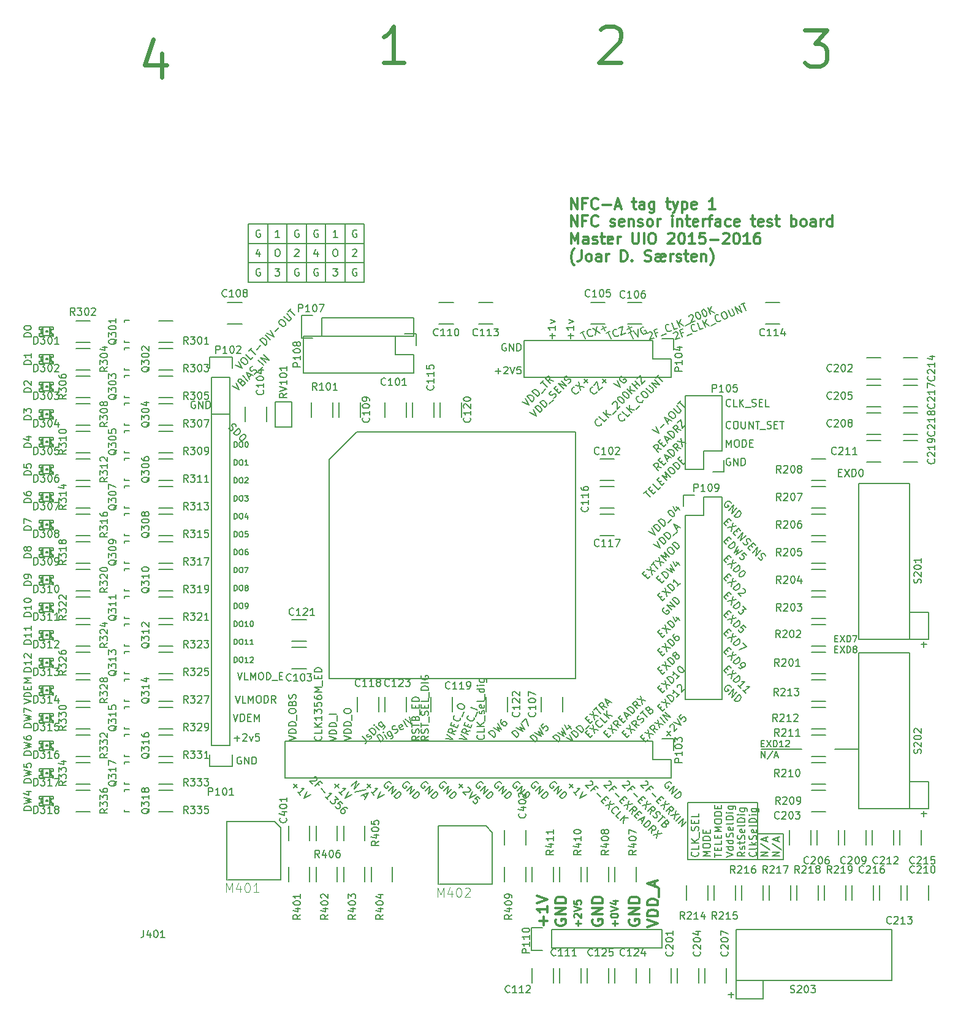
<source format=gbr>
G04 #@! TF.FileFunction,Legend,Top*
%FSLAX46Y46*%
G04 Gerber Fmt 4.6, Leading zero omitted, Abs format (unit mm)*
G04 Created by KiCad (PCBNEW (2015-08-16 BZR 6097)-product) date Monday 17. August 2015 13.28.47*
%MOMM*%
G01*
G04 APERTURE LIST*
%ADD10C,0.100000*%
%ADD11C,0.200000*%
%ADD12C,0.300000*%
%ADD13C,0.250000*%
%ADD14C,0.600000*%
%ADD15C,0.187500*%
%ADD16C,0.127000*%
%ADD17C,0.150000*%
%ADD18C,0.101600*%
G04 APERTURE END LIST*
D10*
D11*
X153924000Y-145542000D02*
X150368000Y-145542000D01*
X153924000Y-149098000D02*
X153924000Y-145542000D01*
X150368000Y-149098000D02*
X153924000Y-149098000D01*
X150836286Y-133063714D02*
X151136286Y-133063714D01*
X151264857Y-133535143D02*
X150836286Y-133535143D01*
X150836286Y-132635143D01*
X151264857Y-132635143D01*
X151564857Y-132635143D02*
X152164857Y-133535143D01*
X152164857Y-132635143D02*
X151564857Y-133535143D01*
X152507715Y-133535143D02*
X152507715Y-132635143D01*
X152722000Y-132635143D01*
X152850572Y-132678000D01*
X152936286Y-132763714D01*
X152979143Y-132849429D01*
X153022000Y-133020857D01*
X153022000Y-133149429D01*
X152979143Y-133320857D01*
X152936286Y-133406571D01*
X152850572Y-133492286D01*
X152722000Y-133535143D01*
X152507715Y-133535143D01*
X153879143Y-133535143D02*
X153364858Y-133535143D01*
X153622000Y-133535143D02*
X153622000Y-132635143D01*
X153536286Y-132763714D01*
X153450572Y-132849429D01*
X153364858Y-132892286D01*
X154222001Y-132720857D02*
X154264858Y-132678000D01*
X154350572Y-132635143D01*
X154564858Y-132635143D01*
X154650572Y-132678000D01*
X154693429Y-132720857D01*
X154736286Y-132806571D01*
X154736286Y-132892286D01*
X154693429Y-133020857D01*
X154179143Y-133535143D01*
X154736286Y-133535143D01*
X150836286Y-134995143D02*
X150836286Y-134095143D01*
X151350571Y-134995143D01*
X151350571Y-134095143D01*
X152422000Y-134052286D02*
X151650571Y-135209429D01*
X152679143Y-134738000D02*
X153107714Y-134738000D01*
X152593428Y-134995143D02*
X152893428Y-134095143D01*
X153193428Y-134995143D01*
X156464000Y-133858000D02*
X150876000Y-133858000D01*
X164338000Y-133858000D02*
X161036000Y-133858000D01*
X160996286Y-118585714D02*
X161296286Y-118585714D01*
X161424857Y-119057143D02*
X160996286Y-119057143D01*
X160996286Y-118157143D01*
X161424857Y-118157143D01*
X161724857Y-118157143D02*
X162324857Y-119057143D01*
X162324857Y-118157143D02*
X161724857Y-119057143D01*
X162667715Y-119057143D02*
X162667715Y-118157143D01*
X162882000Y-118157143D01*
X163010572Y-118200000D01*
X163096286Y-118285714D01*
X163139143Y-118371429D01*
X163182000Y-118542857D01*
X163182000Y-118671429D01*
X163139143Y-118842857D01*
X163096286Y-118928571D01*
X163010572Y-119014286D01*
X162882000Y-119057143D01*
X162667715Y-119057143D01*
X163482000Y-118157143D02*
X164082000Y-118157143D01*
X163696286Y-119057143D01*
X160996286Y-120045714D02*
X161296286Y-120045714D01*
X161424857Y-120517143D02*
X160996286Y-120517143D01*
X160996286Y-119617143D01*
X161424857Y-119617143D01*
X161724857Y-119617143D02*
X162324857Y-120517143D01*
X162324857Y-119617143D02*
X161724857Y-120517143D01*
X162667715Y-120517143D02*
X162667715Y-119617143D01*
X162882000Y-119617143D01*
X163010572Y-119660000D01*
X163096286Y-119745714D01*
X163139143Y-119831429D01*
X163182000Y-120002857D01*
X163182000Y-120131429D01*
X163139143Y-120302857D01*
X163096286Y-120388571D01*
X163010572Y-120474286D01*
X162882000Y-120517143D01*
X162667715Y-120517143D01*
X163696286Y-120002857D02*
X163610572Y-119960000D01*
X163567715Y-119917143D01*
X163524858Y-119831429D01*
X163524858Y-119788571D01*
X163567715Y-119702857D01*
X163610572Y-119660000D01*
X163696286Y-119617143D01*
X163867715Y-119617143D01*
X163953429Y-119660000D01*
X163996286Y-119702857D01*
X164039143Y-119788571D01*
X164039143Y-119831429D01*
X163996286Y-119917143D01*
X163953429Y-119960000D01*
X163867715Y-120002857D01*
X163696286Y-120002857D01*
X163610572Y-120045714D01*
X163567715Y-120088571D01*
X163524858Y-120174286D01*
X163524858Y-120345714D01*
X163567715Y-120431429D01*
X163610572Y-120474286D01*
X163696286Y-120517143D01*
X163867715Y-120517143D01*
X163953429Y-120474286D01*
X163996286Y-120431429D01*
X164039143Y-120345714D01*
X164039143Y-120174286D01*
X163996286Y-120088571D01*
X163953429Y-120045714D01*
X163867715Y-120002857D01*
X161528095Y-95686571D02*
X161861429Y-95686571D01*
X162004286Y-96210381D02*
X161528095Y-96210381D01*
X161528095Y-95210381D01*
X162004286Y-95210381D01*
X162337619Y-95210381D02*
X163004286Y-96210381D01*
X163004286Y-95210381D02*
X162337619Y-96210381D01*
X163385238Y-96210381D02*
X163385238Y-95210381D01*
X163623333Y-95210381D01*
X163766191Y-95258000D01*
X163861429Y-95353238D01*
X163909048Y-95448476D01*
X163956667Y-95638952D01*
X163956667Y-95781810D01*
X163909048Y-95972286D01*
X163861429Y-96067524D01*
X163766191Y-96162762D01*
X163623333Y-96210381D01*
X163385238Y-96210381D01*
X164575714Y-95210381D02*
X164670953Y-95210381D01*
X164766191Y-95258000D01*
X164813810Y-95305619D01*
X164861429Y-95400857D01*
X164909048Y-95591333D01*
X164909048Y-95829429D01*
X164861429Y-96019905D01*
X164813810Y-96115143D01*
X164766191Y-96162762D01*
X164670953Y-96210381D01*
X164575714Y-96210381D01*
X164480476Y-96162762D01*
X164432857Y-96115143D01*
X164385238Y-96019905D01*
X164337619Y-95829429D01*
X164337619Y-95591333D01*
X164385238Y-95400857D01*
X164432857Y-95305619D01*
X164480476Y-95258000D01*
X164575714Y-95210381D01*
X140716000Y-141224000D02*
X140716000Y-149098000D01*
X150368000Y-149098000D02*
X150368000Y-141224000D01*
X150368000Y-141224000D02*
X140716000Y-141224000D01*
X140716000Y-149098000D02*
X150368000Y-149098000D01*
X142077143Y-148034476D02*
X142124762Y-148082095D01*
X142172381Y-148224952D01*
X142172381Y-148320190D01*
X142124762Y-148463048D01*
X142029524Y-148558286D01*
X141934286Y-148605905D01*
X141743810Y-148653524D01*
X141600952Y-148653524D01*
X141410476Y-148605905D01*
X141315238Y-148558286D01*
X141220000Y-148463048D01*
X141172381Y-148320190D01*
X141172381Y-148224952D01*
X141220000Y-148082095D01*
X141267619Y-148034476D01*
X142172381Y-147129714D02*
X142172381Y-147605905D01*
X141172381Y-147605905D01*
X142172381Y-146796381D02*
X141172381Y-146796381D01*
X142172381Y-146224952D02*
X141600952Y-146653524D01*
X141172381Y-146224952D02*
X141743810Y-146796381D01*
X142267619Y-146034476D02*
X142267619Y-145272571D01*
X142124762Y-145082095D02*
X142172381Y-144939238D01*
X142172381Y-144701142D01*
X142124762Y-144605904D01*
X142077143Y-144558285D01*
X141981905Y-144510666D01*
X141886667Y-144510666D01*
X141791429Y-144558285D01*
X141743810Y-144605904D01*
X141696190Y-144701142D01*
X141648571Y-144891619D01*
X141600952Y-144986857D01*
X141553333Y-145034476D01*
X141458095Y-145082095D01*
X141362857Y-145082095D01*
X141267619Y-145034476D01*
X141220000Y-144986857D01*
X141172381Y-144891619D01*
X141172381Y-144653523D01*
X141220000Y-144510666D01*
X141648571Y-144082095D02*
X141648571Y-143748761D01*
X142172381Y-143605904D02*
X142172381Y-144082095D01*
X141172381Y-144082095D01*
X141172381Y-143605904D01*
X142172381Y-142701142D02*
X142172381Y-143177333D01*
X141172381Y-143177333D01*
X143772381Y-148605905D02*
X142772381Y-148605905D01*
X143486667Y-148272571D01*
X142772381Y-147939238D01*
X143772381Y-147939238D01*
X142772381Y-147272572D02*
X142772381Y-147082095D01*
X142820000Y-146986857D01*
X142915238Y-146891619D01*
X143105714Y-146844000D01*
X143439048Y-146844000D01*
X143629524Y-146891619D01*
X143724762Y-146986857D01*
X143772381Y-147082095D01*
X143772381Y-147272572D01*
X143724762Y-147367810D01*
X143629524Y-147463048D01*
X143439048Y-147510667D01*
X143105714Y-147510667D01*
X142915238Y-147463048D01*
X142820000Y-147367810D01*
X142772381Y-147272572D01*
X143772381Y-146415429D02*
X142772381Y-146415429D01*
X142772381Y-146177334D01*
X142820000Y-146034476D01*
X142915238Y-145939238D01*
X143010476Y-145891619D01*
X143200952Y-145844000D01*
X143343810Y-145844000D01*
X143534286Y-145891619D01*
X143629524Y-145939238D01*
X143724762Y-146034476D01*
X143772381Y-146177334D01*
X143772381Y-146415429D01*
X143248571Y-145415429D02*
X143248571Y-145082095D01*
X143772381Y-144939238D02*
X143772381Y-145415429D01*
X142772381Y-145415429D01*
X142772381Y-144939238D01*
X144372381Y-148748762D02*
X144372381Y-148177333D01*
X145372381Y-148463048D02*
X144372381Y-148463048D01*
X144848571Y-147844000D02*
X144848571Y-147510666D01*
X145372381Y-147367809D02*
X145372381Y-147844000D01*
X144372381Y-147844000D01*
X144372381Y-147367809D01*
X145372381Y-146463047D02*
X145372381Y-146939238D01*
X144372381Y-146939238D01*
X144848571Y-146129714D02*
X144848571Y-145796380D01*
X145372381Y-145653523D02*
X145372381Y-146129714D01*
X144372381Y-146129714D01*
X144372381Y-145653523D01*
X145372381Y-145224952D02*
X144372381Y-145224952D01*
X145086667Y-144891618D01*
X144372381Y-144558285D01*
X145372381Y-144558285D01*
X144372381Y-143891619D02*
X144372381Y-143701142D01*
X144420000Y-143605904D01*
X144515238Y-143510666D01*
X144705714Y-143463047D01*
X145039048Y-143463047D01*
X145229524Y-143510666D01*
X145324762Y-143605904D01*
X145372381Y-143701142D01*
X145372381Y-143891619D01*
X145324762Y-143986857D01*
X145229524Y-144082095D01*
X145039048Y-144129714D01*
X144705714Y-144129714D01*
X144515238Y-144082095D01*
X144420000Y-143986857D01*
X144372381Y-143891619D01*
X145372381Y-143034476D02*
X144372381Y-143034476D01*
X144372381Y-142796381D01*
X144420000Y-142653523D01*
X144515238Y-142558285D01*
X144610476Y-142510666D01*
X144800952Y-142463047D01*
X144943810Y-142463047D01*
X145134286Y-142510666D01*
X145229524Y-142558285D01*
X145324762Y-142653523D01*
X145372381Y-142796381D01*
X145372381Y-143034476D01*
X144848571Y-142034476D02*
X144848571Y-141701142D01*
X145372381Y-141558285D02*
X145372381Y-142034476D01*
X144372381Y-142034476D01*
X144372381Y-141558285D01*
X145972381Y-148748762D02*
X146972381Y-148415429D01*
X145972381Y-148082095D01*
X146972381Y-147320190D02*
X145972381Y-147320190D01*
X146924762Y-147320190D02*
X146972381Y-147415428D01*
X146972381Y-147605905D01*
X146924762Y-147701143D01*
X146877143Y-147748762D01*
X146781905Y-147796381D01*
X146496190Y-147796381D01*
X146400952Y-147748762D01*
X146353333Y-147701143D01*
X146305714Y-147605905D01*
X146305714Y-147415428D01*
X146353333Y-147320190D01*
X146972381Y-146415428D02*
X145972381Y-146415428D01*
X146924762Y-146415428D02*
X146972381Y-146510666D01*
X146972381Y-146701143D01*
X146924762Y-146796381D01*
X146877143Y-146844000D01*
X146781905Y-146891619D01*
X146496190Y-146891619D01*
X146400952Y-146844000D01*
X146353333Y-146796381D01*
X146305714Y-146701143D01*
X146305714Y-146510666D01*
X146353333Y-146415428D01*
X146924762Y-145986857D02*
X146972381Y-145844000D01*
X146972381Y-145605904D01*
X146924762Y-145510666D01*
X146877143Y-145463047D01*
X146781905Y-145415428D01*
X146686667Y-145415428D01*
X146591429Y-145463047D01*
X146543810Y-145510666D01*
X146496190Y-145605904D01*
X146448571Y-145796381D01*
X146400952Y-145891619D01*
X146353333Y-145939238D01*
X146258095Y-145986857D01*
X146162857Y-145986857D01*
X146067619Y-145939238D01*
X146020000Y-145891619D01*
X145972381Y-145796381D01*
X145972381Y-145558285D01*
X146020000Y-145415428D01*
X146924762Y-144605904D02*
X146972381Y-144701142D01*
X146972381Y-144891619D01*
X146924762Y-144986857D01*
X146829524Y-145034476D01*
X146448571Y-145034476D01*
X146353333Y-144986857D01*
X146305714Y-144891619D01*
X146305714Y-144701142D01*
X146353333Y-144605904D01*
X146448571Y-144558285D01*
X146543810Y-144558285D01*
X146639048Y-145034476D01*
X146972381Y-143986857D02*
X146924762Y-144082095D01*
X146829524Y-144129714D01*
X145972381Y-144129714D01*
X146972381Y-143605904D02*
X145972381Y-143605904D01*
X145972381Y-143367809D01*
X146020000Y-143224951D01*
X146115238Y-143129713D01*
X146210476Y-143082094D01*
X146400952Y-143034475D01*
X146543810Y-143034475D01*
X146734286Y-143082094D01*
X146829524Y-143129713D01*
X146924762Y-143224951D01*
X146972381Y-143367809D01*
X146972381Y-143605904D01*
X146972381Y-142605904D02*
X146305714Y-142605904D01*
X145972381Y-142605904D02*
X146020000Y-142653523D01*
X146067619Y-142605904D01*
X146020000Y-142558285D01*
X145972381Y-142605904D01*
X146067619Y-142605904D01*
X146305714Y-141701142D02*
X147115238Y-141701142D01*
X147210476Y-141748761D01*
X147258095Y-141796380D01*
X147305714Y-141891619D01*
X147305714Y-142034476D01*
X147258095Y-142129714D01*
X146924762Y-141701142D02*
X146972381Y-141796380D01*
X146972381Y-141986857D01*
X146924762Y-142082095D01*
X146877143Y-142129714D01*
X146781905Y-142177333D01*
X146496190Y-142177333D01*
X146400952Y-142129714D01*
X146353333Y-142082095D01*
X146305714Y-141986857D01*
X146305714Y-141796380D01*
X146353333Y-141701142D01*
X148572381Y-148034476D02*
X148096190Y-148367810D01*
X148572381Y-148605905D02*
X147572381Y-148605905D01*
X147572381Y-148224952D01*
X147620000Y-148129714D01*
X147667619Y-148082095D01*
X147762857Y-148034476D01*
X147905714Y-148034476D01*
X148000952Y-148082095D01*
X148048571Y-148129714D01*
X148096190Y-148224952D01*
X148096190Y-148605905D01*
X148524762Y-147653524D02*
X148572381Y-147558286D01*
X148572381Y-147367810D01*
X148524762Y-147272571D01*
X148429524Y-147224952D01*
X148381905Y-147224952D01*
X148286667Y-147272571D01*
X148239048Y-147367810D01*
X148239048Y-147510667D01*
X148191429Y-147605905D01*
X148096190Y-147653524D01*
X148048571Y-147653524D01*
X147953333Y-147605905D01*
X147905714Y-147510667D01*
X147905714Y-147367810D01*
X147953333Y-147272571D01*
X147905714Y-146939238D02*
X147905714Y-146558286D01*
X147572381Y-146796381D02*
X148429524Y-146796381D01*
X148524762Y-146748762D01*
X148572381Y-146653524D01*
X148572381Y-146558286D01*
X148524762Y-146272571D02*
X148572381Y-146129714D01*
X148572381Y-145891618D01*
X148524762Y-145796380D01*
X148477143Y-145748761D01*
X148381905Y-145701142D01*
X148286667Y-145701142D01*
X148191429Y-145748761D01*
X148143810Y-145796380D01*
X148096190Y-145891618D01*
X148048571Y-146082095D01*
X148000952Y-146177333D01*
X147953333Y-146224952D01*
X147858095Y-146272571D01*
X147762857Y-146272571D01*
X147667619Y-146224952D01*
X147620000Y-146177333D01*
X147572381Y-146082095D01*
X147572381Y-145843999D01*
X147620000Y-145701142D01*
X148524762Y-144891618D02*
X148572381Y-144986856D01*
X148572381Y-145177333D01*
X148524762Y-145272571D01*
X148429524Y-145320190D01*
X148048571Y-145320190D01*
X147953333Y-145272571D01*
X147905714Y-145177333D01*
X147905714Y-144986856D01*
X147953333Y-144891618D01*
X148048571Y-144843999D01*
X148143810Y-144843999D01*
X148239048Y-145320190D01*
X148572381Y-144272571D02*
X148524762Y-144367809D01*
X148429524Y-144415428D01*
X147572381Y-144415428D01*
X148572381Y-143891618D02*
X147572381Y-143891618D01*
X147572381Y-143653523D01*
X147620000Y-143510665D01*
X147715238Y-143415427D01*
X147810476Y-143367808D01*
X148000952Y-143320189D01*
X148143810Y-143320189D01*
X148334286Y-143367808D01*
X148429524Y-143415427D01*
X148524762Y-143510665D01*
X148572381Y-143653523D01*
X148572381Y-143891618D01*
X148572381Y-142891618D02*
X147905714Y-142891618D01*
X147572381Y-142891618D02*
X147620000Y-142939237D01*
X147667619Y-142891618D01*
X147620000Y-142843999D01*
X147572381Y-142891618D01*
X147667619Y-142891618D01*
X147905714Y-141986856D02*
X148715238Y-141986856D01*
X148810476Y-142034475D01*
X148858095Y-142082094D01*
X148905714Y-142177333D01*
X148905714Y-142320190D01*
X148858095Y-142415428D01*
X148524762Y-141986856D02*
X148572381Y-142082094D01*
X148572381Y-142272571D01*
X148524762Y-142367809D01*
X148477143Y-142415428D01*
X148381905Y-142463047D01*
X148096190Y-142463047D01*
X148000952Y-142415428D01*
X147953333Y-142367809D01*
X147905714Y-142272571D01*
X147905714Y-142082094D01*
X147953333Y-141986856D01*
X150077143Y-148034476D02*
X150124762Y-148082095D01*
X150172381Y-148224952D01*
X150172381Y-148320190D01*
X150124762Y-148463048D01*
X150029524Y-148558286D01*
X149934286Y-148605905D01*
X149743810Y-148653524D01*
X149600952Y-148653524D01*
X149410476Y-148605905D01*
X149315238Y-148558286D01*
X149220000Y-148463048D01*
X149172381Y-148320190D01*
X149172381Y-148224952D01*
X149220000Y-148082095D01*
X149267619Y-148034476D01*
X150172381Y-147463048D02*
X150124762Y-147558286D01*
X150029524Y-147605905D01*
X149172381Y-147605905D01*
X150172381Y-147082095D02*
X149172381Y-147082095D01*
X149791429Y-146986857D02*
X150172381Y-146701142D01*
X149505714Y-146701142D02*
X149886667Y-147082095D01*
X150124762Y-146320190D02*
X150172381Y-146177333D01*
X150172381Y-145939237D01*
X150124762Y-145843999D01*
X150077143Y-145796380D01*
X149981905Y-145748761D01*
X149886667Y-145748761D01*
X149791429Y-145796380D01*
X149743810Y-145843999D01*
X149696190Y-145939237D01*
X149648571Y-146129714D01*
X149600952Y-146224952D01*
X149553333Y-146272571D01*
X149458095Y-146320190D01*
X149362857Y-146320190D01*
X149267619Y-146272571D01*
X149220000Y-146224952D01*
X149172381Y-146129714D01*
X149172381Y-145891618D01*
X149220000Y-145748761D01*
X150124762Y-144939237D02*
X150172381Y-145034475D01*
X150172381Y-145224952D01*
X150124762Y-145320190D01*
X150029524Y-145367809D01*
X149648571Y-145367809D01*
X149553333Y-145320190D01*
X149505714Y-145224952D01*
X149505714Y-145034475D01*
X149553333Y-144939237D01*
X149648571Y-144891618D01*
X149743810Y-144891618D01*
X149839048Y-145367809D01*
X150172381Y-144320190D02*
X150124762Y-144415428D01*
X150029524Y-144463047D01*
X149172381Y-144463047D01*
X150172381Y-143939237D02*
X149172381Y-143939237D01*
X149172381Y-143701142D01*
X149220000Y-143558284D01*
X149315238Y-143463046D01*
X149410476Y-143415427D01*
X149600952Y-143367808D01*
X149743810Y-143367808D01*
X149934286Y-143415427D01*
X150029524Y-143463046D01*
X150124762Y-143558284D01*
X150172381Y-143701142D01*
X150172381Y-143939237D01*
X150172381Y-142939237D02*
X149505714Y-142939237D01*
X149172381Y-142939237D02*
X149220000Y-142986856D01*
X149267619Y-142939237D01*
X149220000Y-142891618D01*
X149172381Y-142939237D01*
X149267619Y-142939237D01*
X149505714Y-142034475D02*
X150315238Y-142034475D01*
X150410476Y-142082094D01*
X150458095Y-142129713D01*
X150505714Y-142224952D01*
X150505714Y-142367809D01*
X150458095Y-142463047D01*
X150124762Y-142034475D02*
X150172381Y-142129713D01*
X150172381Y-142320190D01*
X150124762Y-142415428D01*
X150077143Y-142463047D01*
X149981905Y-142510666D01*
X149696190Y-142510666D01*
X149600952Y-142463047D01*
X149553333Y-142415428D01*
X149505714Y-142320190D01*
X149505714Y-142129713D01*
X149553333Y-142034475D01*
X151772381Y-148605905D02*
X150772381Y-148605905D01*
X151772381Y-148034476D01*
X150772381Y-148034476D01*
X150724762Y-146844000D02*
X152010476Y-147701143D01*
X151486667Y-146558286D02*
X151486667Y-146082095D01*
X151772381Y-146653524D02*
X150772381Y-146320191D01*
X151772381Y-145986857D01*
X153372381Y-148605905D02*
X152372381Y-148605905D01*
X153372381Y-148034476D01*
X152372381Y-148034476D01*
X152324762Y-146844000D02*
X153610476Y-147701143D01*
X153086667Y-146558286D02*
X153086667Y-146082095D01*
X153372381Y-146653524D02*
X152372381Y-146320191D01*
X153372381Y-145986857D01*
X49982381Y-142279524D02*
X48982381Y-142279524D01*
X48982381Y-142041429D01*
X49030000Y-141898571D01*
X49125238Y-141803333D01*
X49220476Y-141755714D01*
X49410952Y-141708095D01*
X49553810Y-141708095D01*
X49744286Y-141755714D01*
X49839524Y-141803333D01*
X49934762Y-141898571D01*
X49982381Y-142041429D01*
X49982381Y-142279524D01*
X48982381Y-141374762D02*
X49982381Y-141136667D01*
X49268095Y-140946190D01*
X49982381Y-140755714D01*
X48982381Y-140517619D01*
X49315714Y-139708095D02*
X49982381Y-139708095D01*
X48934762Y-139946191D02*
X49649048Y-140184286D01*
X49649048Y-139565238D01*
X49982381Y-138469524D02*
X48982381Y-138469524D01*
X48982381Y-138231429D01*
X49030000Y-138088571D01*
X49125238Y-137993333D01*
X49220476Y-137945714D01*
X49410952Y-137898095D01*
X49553810Y-137898095D01*
X49744286Y-137945714D01*
X49839524Y-137993333D01*
X49934762Y-138088571D01*
X49982381Y-138231429D01*
X49982381Y-138469524D01*
X48982381Y-137564762D02*
X49982381Y-137326667D01*
X49268095Y-137136190D01*
X49982381Y-136945714D01*
X48982381Y-136707619D01*
X48982381Y-135850476D02*
X48982381Y-136326667D01*
X49458571Y-136374286D01*
X49410952Y-136326667D01*
X49363333Y-136231429D01*
X49363333Y-135993333D01*
X49410952Y-135898095D01*
X49458571Y-135850476D01*
X49553810Y-135802857D01*
X49791905Y-135802857D01*
X49887143Y-135850476D01*
X49934762Y-135898095D01*
X49982381Y-135993333D01*
X49982381Y-136231429D01*
X49934762Y-136326667D01*
X49887143Y-136374286D01*
X49982381Y-134659524D02*
X48982381Y-134659524D01*
X48982381Y-134421429D01*
X49030000Y-134278571D01*
X49125238Y-134183333D01*
X49220476Y-134135714D01*
X49410952Y-134088095D01*
X49553810Y-134088095D01*
X49744286Y-134135714D01*
X49839524Y-134183333D01*
X49934762Y-134278571D01*
X49982381Y-134421429D01*
X49982381Y-134659524D01*
X48982381Y-133754762D02*
X49982381Y-133516667D01*
X49268095Y-133326190D01*
X49982381Y-133135714D01*
X48982381Y-132897619D01*
X48982381Y-132088095D02*
X48982381Y-132278572D01*
X49030000Y-132373810D01*
X49077619Y-132421429D01*
X49220476Y-132516667D01*
X49410952Y-132564286D01*
X49791905Y-132564286D01*
X49887143Y-132516667D01*
X49934762Y-132469048D01*
X49982381Y-132373810D01*
X49982381Y-132183333D01*
X49934762Y-132088095D01*
X49887143Y-132040476D01*
X49791905Y-131992857D01*
X49553810Y-131992857D01*
X49458571Y-132040476D01*
X49410952Y-132088095D01*
X49363333Y-132183333D01*
X49363333Y-132373810D01*
X49410952Y-132469048D01*
X49458571Y-132516667D01*
X49553810Y-132564286D01*
X49982381Y-130849524D02*
X48982381Y-130849524D01*
X48982381Y-130611429D01*
X49030000Y-130468571D01*
X49125238Y-130373333D01*
X49220476Y-130325714D01*
X49410952Y-130278095D01*
X49553810Y-130278095D01*
X49744286Y-130325714D01*
X49839524Y-130373333D01*
X49934762Y-130468571D01*
X49982381Y-130611429D01*
X49982381Y-130849524D01*
X48982381Y-129944762D02*
X49982381Y-129706667D01*
X49268095Y-129516190D01*
X49982381Y-129325714D01*
X48982381Y-129087619D01*
X48982381Y-128801905D02*
X48982381Y-128135238D01*
X49982381Y-128563810D01*
X48982381Y-127587143D02*
X49982381Y-127253810D01*
X48982381Y-126920476D01*
X49982381Y-126587143D02*
X48982381Y-126587143D01*
X48982381Y-126349048D01*
X49030000Y-126206190D01*
X49125238Y-126110952D01*
X49220476Y-126063333D01*
X49410952Y-126015714D01*
X49553810Y-126015714D01*
X49744286Y-126063333D01*
X49839524Y-126110952D01*
X49934762Y-126206190D01*
X49982381Y-126349048D01*
X49982381Y-126587143D01*
X49458571Y-125587143D02*
X49458571Y-125253809D01*
X49982381Y-125110952D02*
X49982381Y-125587143D01*
X48982381Y-125587143D01*
X48982381Y-125110952D01*
X49982381Y-124682381D02*
X48982381Y-124682381D01*
X49696667Y-124349047D01*
X48982381Y-124015714D01*
X49982381Y-124015714D01*
X49982381Y-123134286D02*
X48982381Y-123134286D01*
X48982381Y-122896191D01*
X49030000Y-122753333D01*
X49125238Y-122658095D01*
X49220476Y-122610476D01*
X49410952Y-122562857D01*
X49553810Y-122562857D01*
X49744286Y-122610476D01*
X49839524Y-122658095D01*
X49934762Y-122753333D01*
X49982381Y-122896191D01*
X49982381Y-123134286D01*
X49982381Y-121610476D02*
X49982381Y-122181905D01*
X49982381Y-121896191D02*
X48982381Y-121896191D01*
X49125238Y-121991429D01*
X49220476Y-122086667D01*
X49268095Y-122181905D01*
X49077619Y-121229524D02*
X49030000Y-121181905D01*
X48982381Y-121086667D01*
X48982381Y-120848571D01*
X49030000Y-120753333D01*
X49077619Y-120705714D01*
X49172857Y-120658095D01*
X49268095Y-120658095D01*
X49410952Y-120705714D01*
X49982381Y-121277143D01*
X49982381Y-120658095D01*
X49982381Y-119324286D02*
X48982381Y-119324286D01*
X48982381Y-119086191D01*
X49030000Y-118943333D01*
X49125238Y-118848095D01*
X49220476Y-118800476D01*
X49410952Y-118752857D01*
X49553810Y-118752857D01*
X49744286Y-118800476D01*
X49839524Y-118848095D01*
X49934762Y-118943333D01*
X49982381Y-119086191D01*
X49982381Y-119324286D01*
X49982381Y-117800476D02*
X49982381Y-118371905D01*
X49982381Y-118086191D02*
X48982381Y-118086191D01*
X49125238Y-118181429D01*
X49220476Y-118276667D01*
X49268095Y-118371905D01*
X49982381Y-116848095D02*
X49982381Y-117419524D01*
X49982381Y-117133810D02*
X48982381Y-117133810D01*
X49125238Y-117229048D01*
X49220476Y-117324286D01*
X49268095Y-117419524D01*
X49982381Y-115514286D02*
X48982381Y-115514286D01*
X48982381Y-115276191D01*
X49030000Y-115133333D01*
X49125238Y-115038095D01*
X49220476Y-114990476D01*
X49410952Y-114942857D01*
X49553810Y-114942857D01*
X49744286Y-114990476D01*
X49839524Y-115038095D01*
X49934762Y-115133333D01*
X49982381Y-115276191D01*
X49982381Y-115514286D01*
X49982381Y-113990476D02*
X49982381Y-114561905D01*
X49982381Y-114276191D02*
X48982381Y-114276191D01*
X49125238Y-114371429D01*
X49220476Y-114466667D01*
X49268095Y-114561905D01*
X48982381Y-113371429D02*
X48982381Y-113276190D01*
X49030000Y-113180952D01*
X49077619Y-113133333D01*
X49172857Y-113085714D01*
X49363333Y-113038095D01*
X49601429Y-113038095D01*
X49791905Y-113085714D01*
X49887143Y-113133333D01*
X49934762Y-113180952D01*
X49982381Y-113276190D01*
X49982381Y-113371429D01*
X49934762Y-113466667D01*
X49887143Y-113514286D01*
X49791905Y-113561905D01*
X49601429Y-113609524D01*
X49363333Y-113609524D01*
X49172857Y-113561905D01*
X49077619Y-113514286D01*
X49030000Y-113466667D01*
X48982381Y-113371429D01*
X49982381Y-111228095D02*
X48982381Y-111228095D01*
X48982381Y-110990000D01*
X49030000Y-110847142D01*
X49125238Y-110751904D01*
X49220476Y-110704285D01*
X49410952Y-110656666D01*
X49553810Y-110656666D01*
X49744286Y-110704285D01*
X49839524Y-110751904D01*
X49934762Y-110847142D01*
X49982381Y-110990000D01*
X49982381Y-111228095D01*
X49982381Y-110180476D02*
X49982381Y-109990000D01*
X49934762Y-109894761D01*
X49887143Y-109847142D01*
X49744286Y-109751904D01*
X49553810Y-109704285D01*
X49172857Y-109704285D01*
X49077619Y-109751904D01*
X49030000Y-109799523D01*
X48982381Y-109894761D01*
X48982381Y-110085238D01*
X49030000Y-110180476D01*
X49077619Y-110228095D01*
X49172857Y-110275714D01*
X49410952Y-110275714D01*
X49506190Y-110228095D01*
X49553810Y-110180476D01*
X49601429Y-110085238D01*
X49601429Y-109894761D01*
X49553810Y-109799523D01*
X49506190Y-109751904D01*
X49410952Y-109704285D01*
X49982381Y-107418095D02*
X48982381Y-107418095D01*
X48982381Y-107180000D01*
X49030000Y-107037142D01*
X49125238Y-106941904D01*
X49220476Y-106894285D01*
X49410952Y-106846666D01*
X49553810Y-106846666D01*
X49744286Y-106894285D01*
X49839524Y-106941904D01*
X49934762Y-107037142D01*
X49982381Y-107180000D01*
X49982381Y-107418095D01*
X49410952Y-106275238D02*
X49363333Y-106370476D01*
X49315714Y-106418095D01*
X49220476Y-106465714D01*
X49172857Y-106465714D01*
X49077619Y-106418095D01*
X49030000Y-106370476D01*
X48982381Y-106275238D01*
X48982381Y-106084761D01*
X49030000Y-105989523D01*
X49077619Y-105941904D01*
X49172857Y-105894285D01*
X49220476Y-105894285D01*
X49315714Y-105941904D01*
X49363333Y-105989523D01*
X49410952Y-106084761D01*
X49410952Y-106275238D01*
X49458571Y-106370476D01*
X49506190Y-106418095D01*
X49601429Y-106465714D01*
X49791905Y-106465714D01*
X49887143Y-106418095D01*
X49934762Y-106370476D01*
X49982381Y-106275238D01*
X49982381Y-106084761D01*
X49934762Y-105989523D01*
X49887143Y-105941904D01*
X49791905Y-105894285D01*
X49601429Y-105894285D01*
X49506190Y-105941904D01*
X49458571Y-105989523D01*
X49410952Y-106084761D01*
X49982381Y-103608095D02*
X48982381Y-103608095D01*
X48982381Y-103370000D01*
X49030000Y-103227142D01*
X49125238Y-103131904D01*
X49220476Y-103084285D01*
X49410952Y-103036666D01*
X49553810Y-103036666D01*
X49744286Y-103084285D01*
X49839524Y-103131904D01*
X49934762Y-103227142D01*
X49982381Y-103370000D01*
X49982381Y-103608095D01*
X48982381Y-102703333D02*
X48982381Y-102036666D01*
X49982381Y-102465238D01*
X49982381Y-99798095D02*
X48982381Y-99798095D01*
X48982381Y-99560000D01*
X49030000Y-99417142D01*
X49125238Y-99321904D01*
X49220476Y-99274285D01*
X49410952Y-99226666D01*
X49553810Y-99226666D01*
X49744286Y-99274285D01*
X49839524Y-99321904D01*
X49934762Y-99417142D01*
X49982381Y-99560000D01*
X49982381Y-99798095D01*
X48982381Y-98369523D02*
X48982381Y-98560000D01*
X49030000Y-98655238D01*
X49077619Y-98702857D01*
X49220476Y-98798095D01*
X49410952Y-98845714D01*
X49791905Y-98845714D01*
X49887143Y-98798095D01*
X49934762Y-98750476D01*
X49982381Y-98655238D01*
X49982381Y-98464761D01*
X49934762Y-98369523D01*
X49887143Y-98321904D01*
X49791905Y-98274285D01*
X49553810Y-98274285D01*
X49458571Y-98321904D01*
X49410952Y-98369523D01*
X49363333Y-98464761D01*
X49363333Y-98655238D01*
X49410952Y-98750476D01*
X49458571Y-98798095D01*
X49553810Y-98845714D01*
X49982381Y-95988095D02*
X48982381Y-95988095D01*
X48982381Y-95750000D01*
X49030000Y-95607142D01*
X49125238Y-95511904D01*
X49220476Y-95464285D01*
X49410952Y-95416666D01*
X49553810Y-95416666D01*
X49744286Y-95464285D01*
X49839524Y-95511904D01*
X49934762Y-95607142D01*
X49982381Y-95750000D01*
X49982381Y-95988095D01*
X48982381Y-94511904D02*
X48982381Y-94988095D01*
X49458571Y-95035714D01*
X49410952Y-94988095D01*
X49363333Y-94892857D01*
X49363333Y-94654761D01*
X49410952Y-94559523D01*
X49458571Y-94511904D01*
X49553810Y-94464285D01*
X49791905Y-94464285D01*
X49887143Y-94511904D01*
X49934762Y-94559523D01*
X49982381Y-94654761D01*
X49982381Y-94892857D01*
X49934762Y-94988095D01*
X49887143Y-95035714D01*
X49982381Y-92178095D02*
X48982381Y-92178095D01*
X48982381Y-91940000D01*
X49030000Y-91797142D01*
X49125238Y-91701904D01*
X49220476Y-91654285D01*
X49410952Y-91606666D01*
X49553810Y-91606666D01*
X49744286Y-91654285D01*
X49839524Y-91701904D01*
X49934762Y-91797142D01*
X49982381Y-91940000D01*
X49982381Y-92178095D01*
X49315714Y-90749523D02*
X49982381Y-90749523D01*
X48934762Y-90987619D02*
X49649048Y-91225714D01*
X49649048Y-90606666D01*
X49982381Y-88368095D02*
X48982381Y-88368095D01*
X48982381Y-88130000D01*
X49030000Y-87987142D01*
X49125238Y-87891904D01*
X49220476Y-87844285D01*
X49410952Y-87796666D01*
X49553810Y-87796666D01*
X49744286Y-87844285D01*
X49839524Y-87891904D01*
X49934762Y-87987142D01*
X49982381Y-88130000D01*
X49982381Y-88368095D01*
X48982381Y-87463333D02*
X48982381Y-86844285D01*
X49363333Y-87177619D01*
X49363333Y-87034761D01*
X49410952Y-86939523D01*
X49458571Y-86891904D01*
X49553810Y-86844285D01*
X49791905Y-86844285D01*
X49887143Y-86891904D01*
X49934762Y-86939523D01*
X49982381Y-87034761D01*
X49982381Y-87320476D01*
X49934762Y-87415714D01*
X49887143Y-87463333D01*
X49982381Y-84558095D02*
X48982381Y-84558095D01*
X48982381Y-84320000D01*
X49030000Y-84177142D01*
X49125238Y-84081904D01*
X49220476Y-84034285D01*
X49410952Y-83986666D01*
X49553810Y-83986666D01*
X49744286Y-84034285D01*
X49839524Y-84081904D01*
X49934762Y-84177142D01*
X49982381Y-84320000D01*
X49982381Y-84558095D01*
X49077619Y-83605714D02*
X49030000Y-83558095D01*
X48982381Y-83462857D01*
X48982381Y-83224761D01*
X49030000Y-83129523D01*
X49077619Y-83081904D01*
X49172857Y-83034285D01*
X49268095Y-83034285D01*
X49410952Y-83081904D01*
X49982381Y-83653333D01*
X49982381Y-83034285D01*
X49982381Y-80748095D02*
X48982381Y-80748095D01*
X48982381Y-80510000D01*
X49030000Y-80367142D01*
X49125238Y-80271904D01*
X49220476Y-80224285D01*
X49410952Y-80176666D01*
X49553810Y-80176666D01*
X49744286Y-80224285D01*
X49839524Y-80271904D01*
X49934762Y-80367142D01*
X49982381Y-80510000D01*
X49982381Y-80748095D01*
X49982381Y-79224285D02*
X49982381Y-79795714D01*
X49982381Y-79510000D02*
X48982381Y-79510000D01*
X49125238Y-79605238D01*
X49220476Y-79700476D01*
X49268095Y-79795714D01*
X49982381Y-76938095D02*
X48982381Y-76938095D01*
X48982381Y-76700000D01*
X49030000Y-76557142D01*
X49125238Y-76461904D01*
X49220476Y-76414285D01*
X49410952Y-76366666D01*
X49553810Y-76366666D01*
X49744286Y-76414285D01*
X49839524Y-76461904D01*
X49934762Y-76557142D01*
X49982381Y-76700000D01*
X49982381Y-76938095D01*
X48982381Y-75747619D02*
X48982381Y-75652380D01*
X49030000Y-75557142D01*
X49077619Y-75509523D01*
X49172857Y-75461904D01*
X49363333Y-75414285D01*
X49601429Y-75414285D01*
X49791905Y-75461904D01*
X49887143Y-75509523D01*
X49934762Y-75557142D01*
X49982381Y-75652380D01*
X49982381Y-75747619D01*
X49934762Y-75842857D01*
X49887143Y-75890476D01*
X49791905Y-75938095D01*
X49601429Y-75985714D01*
X49363333Y-75985714D01*
X49172857Y-75938095D01*
X49077619Y-75890476D01*
X49030000Y-75842857D01*
X48982381Y-75747619D01*
D12*
X132600000Y-157353143D02*
X132528571Y-157496000D01*
X132528571Y-157710286D01*
X132600000Y-157924571D01*
X132742857Y-158067429D01*
X132885714Y-158138857D01*
X133171429Y-158210286D01*
X133385714Y-158210286D01*
X133671429Y-158138857D01*
X133814286Y-158067429D01*
X133957143Y-157924571D01*
X134028571Y-157710286D01*
X134028571Y-157567429D01*
X133957143Y-157353143D01*
X133885714Y-157281714D01*
X133385714Y-157281714D01*
X133385714Y-157567429D01*
X134028571Y-156638857D02*
X132528571Y-156638857D01*
X134028571Y-155781714D01*
X132528571Y-155781714D01*
X134028571Y-155067428D02*
X132528571Y-155067428D01*
X132528571Y-154710285D01*
X132600000Y-154496000D01*
X132742857Y-154353142D01*
X132885714Y-154281714D01*
X133171429Y-154210285D01*
X133385714Y-154210285D01*
X133671429Y-154281714D01*
X133814286Y-154353142D01*
X133957143Y-154496000D01*
X134028571Y-154710285D01*
X134028571Y-155067428D01*
X127520000Y-157353143D02*
X127448571Y-157496000D01*
X127448571Y-157710286D01*
X127520000Y-157924571D01*
X127662857Y-158067429D01*
X127805714Y-158138857D01*
X128091429Y-158210286D01*
X128305714Y-158210286D01*
X128591429Y-158138857D01*
X128734286Y-158067429D01*
X128877143Y-157924571D01*
X128948571Y-157710286D01*
X128948571Y-157567429D01*
X128877143Y-157353143D01*
X128805714Y-157281714D01*
X128305714Y-157281714D01*
X128305714Y-157567429D01*
X128948571Y-156638857D02*
X127448571Y-156638857D01*
X128948571Y-155781714D01*
X127448571Y-155781714D01*
X128948571Y-155067428D02*
X127448571Y-155067428D01*
X127448571Y-154710285D01*
X127520000Y-154496000D01*
X127662857Y-154353142D01*
X127805714Y-154281714D01*
X128091429Y-154210285D01*
X128305714Y-154210285D01*
X128591429Y-154281714D01*
X128734286Y-154353142D01*
X128877143Y-154496000D01*
X128948571Y-154710285D01*
X128948571Y-155067428D01*
X135068571Y-158353143D02*
X136568571Y-157853143D01*
X135068571Y-157353143D01*
X136568571Y-156853143D02*
X135068571Y-156853143D01*
X135068571Y-156496000D01*
X135140000Y-156281715D01*
X135282857Y-156138857D01*
X135425714Y-156067429D01*
X135711429Y-155996000D01*
X135925714Y-155996000D01*
X136211429Y-156067429D01*
X136354286Y-156138857D01*
X136497143Y-156281715D01*
X136568571Y-156496000D01*
X136568571Y-156853143D01*
X136568571Y-155353143D02*
X135068571Y-155353143D01*
X135068571Y-154996000D01*
X135140000Y-154781715D01*
X135282857Y-154638857D01*
X135425714Y-154567429D01*
X135711429Y-154496000D01*
X135925714Y-154496000D01*
X136211429Y-154567429D01*
X136354286Y-154638857D01*
X136497143Y-154781715D01*
X136568571Y-154996000D01*
X136568571Y-155353143D01*
X136711429Y-154210286D02*
X136711429Y-153067429D01*
X136140000Y-152781715D02*
X136140000Y-152067429D01*
X136568571Y-152924572D02*
X135068571Y-152424572D01*
X136568571Y-151924572D01*
D13*
X130627429Y-158257905D02*
X130627429Y-157496000D01*
X131008381Y-157876952D02*
X130246476Y-157876952D01*
X130008381Y-156829334D02*
X130008381Y-156734095D01*
X130056000Y-156638857D01*
X130103619Y-156591238D01*
X130198857Y-156543619D01*
X130389333Y-156496000D01*
X130627429Y-156496000D01*
X130817905Y-156543619D01*
X130913143Y-156591238D01*
X130960762Y-156638857D01*
X131008381Y-156734095D01*
X131008381Y-156829334D01*
X130960762Y-156924572D01*
X130913143Y-156972191D01*
X130817905Y-157019810D01*
X130627429Y-157067429D01*
X130389333Y-157067429D01*
X130198857Y-157019810D01*
X130103619Y-156972191D01*
X130056000Y-156924572D01*
X130008381Y-156829334D01*
X130008381Y-156210286D02*
X131008381Y-155876953D01*
X130008381Y-155543619D01*
X130341714Y-154781714D02*
X131008381Y-154781714D01*
X129960762Y-155019810D02*
X130675048Y-155257905D01*
X130675048Y-154638857D01*
X125547429Y-158257905D02*
X125547429Y-157496000D01*
X125928381Y-157876952D02*
X125166476Y-157876952D01*
X125023619Y-157067429D02*
X124976000Y-157019810D01*
X124928381Y-156924572D01*
X124928381Y-156686476D01*
X124976000Y-156591238D01*
X125023619Y-156543619D01*
X125118857Y-156496000D01*
X125214095Y-156496000D01*
X125356952Y-156543619D01*
X125928381Y-157115048D01*
X125928381Y-156496000D01*
X124928381Y-156210286D02*
X125928381Y-155876953D01*
X124928381Y-155543619D01*
X124928381Y-154734095D02*
X124928381Y-155210286D01*
X125404571Y-155257905D01*
X125356952Y-155210286D01*
X125309333Y-155115048D01*
X125309333Y-154876952D01*
X125356952Y-154781714D01*
X125404571Y-154734095D01*
X125499810Y-154686476D01*
X125737905Y-154686476D01*
X125833143Y-154734095D01*
X125880762Y-154781714D01*
X125928381Y-154876952D01*
X125928381Y-155115048D01*
X125880762Y-155210286D01*
X125833143Y-155257905D01*
D12*
X122440000Y-157353143D02*
X122368571Y-157496000D01*
X122368571Y-157710286D01*
X122440000Y-157924571D01*
X122582857Y-158067429D01*
X122725714Y-158138857D01*
X123011429Y-158210286D01*
X123225714Y-158210286D01*
X123511429Y-158138857D01*
X123654286Y-158067429D01*
X123797143Y-157924571D01*
X123868571Y-157710286D01*
X123868571Y-157567429D01*
X123797143Y-157353143D01*
X123725714Y-157281714D01*
X123225714Y-157281714D01*
X123225714Y-157567429D01*
X123868571Y-156638857D02*
X122368571Y-156638857D01*
X123868571Y-155781714D01*
X122368571Y-155781714D01*
X123868571Y-155067428D02*
X122368571Y-155067428D01*
X122368571Y-154710285D01*
X122440000Y-154496000D01*
X122582857Y-154353142D01*
X122725714Y-154281714D01*
X123011429Y-154210285D01*
X123225714Y-154210285D01*
X123511429Y-154281714D01*
X123654286Y-154353142D01*
X123797143Y-154496000D01*
X123868571Y-154710285D01*
X123868571Y-155067428D01*
X120757143Y-158138857D02*
X120757143Y-156996000D01*
X121328571Y-157567429D02*
X120185714Y-157567429D01*
X121328571Y-155496000D02*
X121328571Y-156353143D01*
X121328571Y-155924571D02*
X119828571Y-155924571D01*
X120042857Y-156067428D01*
X120185714Y-156210286D01*
X120257143Y-156353143D01*
X119828571Y-155067429D02*
X121328571Y-154567429D01*
X119828571Y-154067429D01*
D11*
X85558381Y-132619762D02*
X86558381Y-132286429D01*
X85558381Y-131953095D01*
X86558381Y-131619762D02*
X85558381Y-131619762D01*
X85558381Y-131381667D01*
X85606000Y-131238809D01*
X85701238Y-131143571D01*
X85796476Y-131095952D01*
X85986952Y-131048333D01*
X86129810Y-131048333D01*
X86320286Y-131095952D01*
X86415524Y-131143571D01*
X86510762Y-131238809D01*
X86558381Y-131381667D01*
X86558381Y-131619762D01*
X86558381Y-130619762D02*
X85558381Y-130619762D01*
X85558381Y-130381667D01*
X85606000Y-130238809D01*
X85701238Y-130143571D01*
X85796476Y-130095952D01*
X85986952Y-130048333D01*
X86129810Y-130048333D01*
X86320286Y-130095952D01*
X86415524Y-130143571D01*
X86510762Y-130238809D01*
X86558381Y-130381667D01*
X86558381Y-130619762D01*
X86653619Y-129857857D02*
X86653619Y-129095952D01*
X85558381Y-128667381D02*
X85558381Y-128476904D01*
X85606000Y-128381666D01*
X85701238Y-128286428D01*
X85891714Y-128238809D01*
X86225048Y-128238809D01*
X86415524Y-128286428D01*
X86510762Y-128381666D01*
X86558381Y-128476904D01*
X86558381Y-128667381D01*
X86510762Y-128762619D01*
X86415524Y-128857857D01*
X86225048Y-128905476D01*
X85891714Y-128905476D01*
X85701238Y-128857857D01*
X85606000Y-128762619D01*
X85558381Y-128667381D01*
X86034571Y-127476904D02*
X86082190Y-127334047D01*
X86129810Y-127286428D01*
X86225048Y-127238809D01*
X86367905Y-127238809D01*
X86463143Y-127286428D01*
X86510762Y-127334047D01*
X86558381Y-127429285D01*
X86558381Y-127810238D01*
X85558381Y-127810238D01*
X85558381Y-127476904D01*
X85606000Y-127381666D01*
X85653619Y-127334047D01*
X85748857Y-127286428D01*
X85844095Y-127286428D01*
X85939333Y-127334047D01*
X85986952Y-127381666D01*
X86034571Y-127476904D01*
X86034571Y-127810238D01*
X86510762Y-126857857D02*
X86558381Y-126715000D01*
X86558381Y-126476904D01*
X86510762Y-126381666D01*
X86463143Y-126334047D01*
X86367905Y-126286428D01*
X86272667Y-126286428D01*
X86177429Y-126334047D01*
X86129810Y-126381666D01*
X86082190Y-126476904D01*
X86034571Y-126667381D01*
X85986952Y-126762619D01*
X85939333Y-126810238D01*
X85844095Y-126857857D01*
X85748857Y-126857857D01*
X85653619Y-126810238D01*
X85606000Y-126762619D01*
X85558381Y-126667381D01*
X85558381Y-126429285D01*
X85606000Y-126286428D01*
X90019143Y-132032476D02*
X90066762Y-132080095D01*
X90114381Y-132222952D01*
X90114381Y-132318190D01*
X90066762Y-132461048D01*
X89971524Y-132556286D01*
X89876286Y-132603905D01*
X89685810Y-132651524D01*
X89542952Y-132651524D01*
X89352476Y-132603905D01*
X89257238Y-132556286D01*
X89162000Y-132461048D01*
X89114381Y-132318190D01*
X89114381Y-132222952D01*
X89162000Y-132080095D01*
X89209619Y-132032476D01*
X90114381Y-131127714D02*
X90114381Y-131603905D01*
X89114381Y-131603905D01*
X90114381Y-130794381D02*
X89114381Y-130794381D01*
X90114381Y-130222952D02*
X89542952Y-130651524D01*
X89114381Y-130222952D02*
X89685810Y-130794381D01*
X90114381Y-129270571D02*
X90114381Y-129842000D01*
X90114381Y-129556286D02*
X89114381Y-129556286D01*
X89257238Y-129651524D01*
X89352476Y-129746762D01*
X89400095Y-129842000D01*
X89114381Y-128937238D02*
X89114381Y-128318190D01*
X89495333Y-128651524D01*
X89495333Y-128508666D01*
X89542952Y-128413428D01*
X89590571Y-128365809D01*
X89685810Y-128318190D01*
X89923905Y-128318190D01*
X90019143Y-128365809D01*
X90066762Y-128413428D01*
X90114381Y-128508666D01*
X90114381Y-128794381D01*
X90066762Y-128889619D01*
X90019143Y-128937238D01*
X89114381Y-127413428D02*
X89114381Y-127889619D01*
X89590571Y-127937238D01*
X89542952Y-127889619D01*
X89495333Y-127794381D01*
X89495333Y-127556285D01*
X89542952Y-127461047D01*
X89590571Y-127413428D01*
X89685810Y-127365809D01*
X89923905Y-127365809D01*
X90019143Y-127413428D01*
X90066762Y-127461047D01*
X90114381Y-127556285D01*
X90114381Y-127794381D01*
X90066762Y-127889619D01*
X90019143Y-127937238D01*
X89114381Y-126508666D02*
X89114381Y-126699143D01*
X89162000Y-126794381D01*
X89209619Y-126842000D01*
X89352476Y-126937238D01*
X89542952Y-126984857D01*
X89923905Y-126984857D01*
X90019143Y-126937238D01*
X90066762Y-126889619D01*
X90114381Y-126794381D01*
X90114381Y-126603904D01*
X90066762Y-126508666D01*
X90019143Y-126461047D01*
X89923905Y-126413428D01*
X89685810Y-126413428D01*
X89590571Y-126461047D01*
X89542952Y-126508666D01*
X89495333Y-126603904D01*
X89495333Y-126794381D01*
X89542952Y-126889619D01*
X89590571Y-126937238D01*
X89685810Y-126984857D01*
X90114381Y-125984857D02*
X89114381Y-125984857D01*
X89828667Y-125651523D01*
X89114381Y-125318190D01*
X90114381Y-125318190D01*
X90209619Y-125080095D02*
X90209619Y-124318190D01*
X89590571Y-124080095D02*
X89590571Y-123746761D01*
X90114381Y-123603904D02*
X90114381Y-124080095D01*
X89114381Y-124080095D01*
X89114381Y-123603904D01*
X90114381Y-123175333D02*
X89114381Y-123175333D01*
X89114381Y-122937238D01*
X89162000Y-122794380D01*
X89257238Y-122699142D01*
X89352476Y-122651523D01*
X89542952Y-122603904D01*
X89685810Y-122603904D01*
X89876286Y-122651523D01*
X89971524Y-122699142D01*
X90066762Y-122794380D01*
X90114381Y-122937238D01*
X90114381Y-123175333D01*
X91146381Y-132746762D02*
X92146381Y-132413429D01*
X91146381Y-132080095D01*
X92146381Y-131746762D02*
X91146381Y-131746762D01*
X91146381Y-131508667D01*
X91194000Y-131365809D01*
X91289238Y-131270571D01*
X91384476Y-131222952D01*
X91574952Y-131175333D01*
X91717810Y-131175333D01*
X91908286Y-131222952D01*
X92003524Y-131270571D01*
X92098762Y-131365809D01*
X92146381Y-131508667D01*
X92146381Y-131746762D01*
X92146381Y-130746762D02*
X91146381Y-130746762D01*
X91146381Y-130508667D01*
X91194000Y-130365809D01*
X91289238Y-130270571D01*
X91384476Y-130222952D01*
X91574952Y-130175333D01*
X91717810Y-130175333D01*
X91908286Y-130222952D01*
X92003524Y-130270571D01*
X92098762Y-130365809D01*
X92146381Y-130508667D01*
X92146381Y-130746762D01*
X92241619Y-129984857D02*
X92241619Y-129222952D01*
X92146381Y-128984857D02*
X91146381Y-128984857D01*
X93178381Y-132619762D02*
X94178381Y-132286429D01*
X93178381Y-131953095D01*
X94178381Y-131619762D02*
X93178381Y-131619762D01*
X93178381Y-131381667D01*
X93226000Y-131238809D01*
X93321238Y-131143571D01*
X93416476Y-131095952D01*
X93606952Y-131048333D01*
X93749810Y-131048333D01*
X93940286Y-131095952D01*
X94035524Y-131143571D01*
X94130762Y-131238809D01*
X94178381Y-131381667D01*
X94178381Y-131619762D01*
X94178381Y-130619762D02*
X93178381Y-130619762D01*
X93178381Y-130381667D01*
X93226000Y-130238809D01*
X93321238Y-130143571D01*
X93416476Y-130095952D01*
X93606952Y-130048333D01*
X93749810Y-130048333D01*
X93940286Y-130095952D01*
X94035524Y-130143571D01*
X94130762Y-130238809D01*
X94178381Y-130381667D01*
X94178381Y-130619762D01*
X94273619Y-129857857D02*
X94273619Y-129095952D01*
X93178381Y-128667381D02*
X93178381Y-128476904D01*
X93226000Y-128381666D01*
X93321238Y-128286428D01*
X93511714Y-128238809D01*
X93845048Y-128238809D01*
X94035524Y-128286428D01*
X94130762Y-128381666D01*
X94178381Y-128476904D01*
X94178381Y-128667381D01*
X94130762Y-128762619D01*
X94035524Y-128857857D01*
X93845048Y-128905476D01*
X93511714Y-128905476D01*
X93321238Y-128857857D01*
X93226000Y-128762619D01*
X93178381Y-128667381D01*
X95741164Y-132084385D02*
X96246241Y-132589462D01*
X96313584Y-132724149D01*
X96313584Y-132858836D01*
X96246240Y-132993523D01*
X96178897Y-133060867D01*
X96717645Y-132454775D02*
X96818660Y-132421103D01*
X96953347Y-132286416D01*
X96987019Y-132185400D01*
X96953348Y-132084385D01*
X96919676Y-132050714D01*
X96818661Y-132017042D01*
X96717645Y-132050714D01*
X96616630Y-132151729D01*
X96515615Y-132185401D01*
X96414599Y-132151729D01*
X96380927Y-132118057D01*
X96347255Y-132017042D01*
X96380927Y-131916027D01*
X96481942Y-131815012D01*
X96582958Y-131781339D01*
X97357408Y-131882355D02*
X96650302Y-131175248D01*
X96818660Y-131006890D01*
X96953348Y-130939545D01*
X97088035Y-130939545D01*
X97189050Y-130973217D01*
X97357408Y-131074232D01*
X97458424Y-131175248D01*
X97559439Y-131343607D01*
X97593111Y-131444622D01*
X97593111Y-131579309D01*
X97525767Y-131713996D01*
X97357408Y-131882355D01*
X98064515Y-131175248D02*
X97593110Y-130703843D01*
X97357408Y-130468141D02*
X97357408Y-130535485D01*
X97424752Y-130535485D01*
X97424752Y-130468141D01*
X97357408Y-130468141D01*
X97424752Y-130535485D01*
X98232874Y-130064080D02*
X98805294Y-130636500D01*
X98838965Y-130737515D01*
X98838965Y-130804859D01*
X98805293Y-130905874D01*
X98704278Y-131006890D01*
X98603263Y-131040561D01*
X98670607Y-130501813D02*
X98636935Y-130602828D01*
X98502247Y-130737516D01*
X98401232Y-130771188D01*
X98333889Y-130771188D01*
X98232874Y-130737516D01*
X98030843Y-130535485D01*
X97997171Y-130434470D01*
X97997171Y-130367126D01*
X98030843Y-130266111D01*
X98165530Y-130131424D01*
X98266545Y-130097752D01*
X98222387Y-132860726D02*
X97722387Y-131994701D01*
X97928583Y-131875653D01*
X98076111Y-131845463D01*
X98206209Y-131880323D01*
X98295067Y-131938992D01*
X98431544Y-132080139D01*
X98502973Y-132203858D01*
X98556972Y-132392625D01*
X98563352Y-132498913D01*
X98528492Y-132629010D01*
X98428583Y-132741678D01*
X98222387Y-132860726D01*
X99088412Y-132360726D02*
X98755079Y-131783375D01*
X98588412Y-131494701D02*
X98570982Y-131559749D01*
X98636031Y-131577179D01*
X98653461Y-131512130D01*
X98588412Y-131494701D01*
X98636031Y-131577179D01*
X99538626Y-131330994D02*
X99943388Y-132032063D01*
X99949767Y-132138351D01*
X99932338Y-132203400D01*
X99873668Y-132292258D01*
X99749950Y-132363687D01*
X99643662Y-132370067D01*
X99848150Y-131867106D02*
X99789481Y-131955964D01*
X99624523Y-132051202D01*
X99518235Y-132057582D01*
X99453186Y-132040152D01*
X99364328Y-131981483D01*
X99221470Y-131734047D01*
X99215090Y-131627759D01*
X99232520Y-131562710D01*
X99291189Y-131473852D01*
X99456147Y-131378613D01*
X99562435Y-131372234D01*
X100219303Y-131652820D02*
X100366830Y-131622631D01*
X100573027Y-131503583D01*
X100631696Y-131414725D01*
X100649126Y-131349676D01*
X100642747Y-131243388D01*
X100595128Y-131160909D01*
X100506269Y-131102240D01*
X100441220Y-131084811D01*
X100334932Y-131091189D01*
X100146165Y-131145189D01*
X100039876Y-131151568D01*
X99974828Y-131134139D01*
X99885969Y-131075470D01*
X99838350Y-130992991D01*
X99831971Y-130886703D01*
X99849400Y-130821654D01*
X99908070Y-130732796D01*
X100114267Y-130613748D01*
X100261794Y-130583559D01*
X101415243Y-130962344D02*
X101356574Y-131051202D01*
X101191616Y-131146440D01*
X101085328Y-131152820D01*
X100996470Y-131094151D01*
X100805994Y-130764236D01*
X100799614Y-130657948D01*
X100858283Y-130569090D01*
X101023241Y-130473851D01*
X101129529Y-130467472D01*
X101218387Y-130526141D01*
X101266007Y-130608620D01*
X100901232Y-130929194D01*
X101975163Y-130694059D02*
X101868875Y-130700439D01*
X101780017Y-130641770D01*
X101351445Y-129899463D01*
X101681360Y-129708986D02*
X102470035Y-130408345D01*
X102258711Y-129375653D01*
X103576381Y-132032476D02*
X103100190Y-132365810D01*
X103576381Y-132603905D02*
X102576381Y-132603905D01*
X102576381Y-132222952D01*
X102624000Y-132127714D01*
X102671619Y-132080095D01*
X102766857Y-132032476D01*
X102909714Y-132032476D01*
X103004952Y-132080095D01*
X103052571Y-132127714D01*
X103100190Y-132222952D01*
X103100190Y-132603905D01*
X103528762Y-131651524D02*
X103576381Y-131508667D01*
X103576381Y-131270571D01*
X103528762Y-131175333D01*
X103481143Y-131127714D01*
X103385905Y-131080095D01*
X103290667Y-131080095D01*
X103195429Y-131127714D01*
X103147810Y-131175333D01*
X103100190Y-131270571D01*
X103052571Y-131461048D01*
X103004952Y-131556286D01*
X102957333Y-131603905D01*
X102862095Y-131651524D01*
X102766857Y-131651524D01*
X102671619Y-131603905D01*
X102624000Y-131556286D01*
X102576381Y-131461048D01*
X102576381Y-131222952D01*
X102624000Y-131080095D01*
X102576381Y-130794381D02*
X102576381Y-130222952D01*
X103576381Y-130508667D02*
X102576381Y-130508667D01*
X103052571Y-129556285D02*
X103100190Y-129413428D01*
X103147810Y-129365809D01*
X103243048Y-129318190D01*
X103385905Y-129318190D01*
X103481143Y-129365809D01*
X103528762Y-129413428D01*
X103576381Y-129508666D01*
X103576381Y-129889619D01*
X102576381Y-129889619D01*
X102576381Y-129556285D01*
X102624000Y-129461047D01*
X102671619Y-129413428D01*
X102766857Y-129365809D01*
X102862095Y-129365809D01*
X102957333Y-129413428D01*
X103004952Y-129461047D01*
X103052571Y-129556285D01*
X103052571Y-129889619D01*
X103671619Y-129127714D02*
X103671619Y-128365809D01*
X103052571Y-128127714D02*
X103052571Y-127794380D01*
X103576381Y-127651523D02*
X103576381Y-128127714D01*
X102576381Y-128127714D01*
X102576381Y-127651523D01*
X103576381Y-127222952D02*
X102576381Y-127222952D01*
X102576381Y-126984857D01*
X102624000Y-126841999D01*
X102719238Y-126746761D01*
X102814476Y-126699142D01*
X103004952Y-126651523D01*
X103147810Y-126651523D01*
X103338286Y-126699142D01*
X103433524Y-126746761D01*
X103528762Y-126841999D01*
X103576381Y-126984857D01*
X103576381Y-127222952D01*
X104846381Y-132032476D02*
X104370190Y-132365810D01*
X104846381Y-132603905D02*
X103846381Y-132603905D01*
X103846381Y-132222952D01*
X103894000Y-132127714D01*
X103941619Y-132080095D01*
X104036857Y-132032476D01*
X104179714Y-132032476D01*
X104274952Y-132080095D01*
X104322571Y-132127714D01*
X104370190Y-132222952D01*
X104370190Y-132603905D01*
X104798762Y-131651524D02*
X104846381Y-131508667D01*
X104846381Y-131270571D01*
X104798762Y-131175333D01*
X104751143Y-131127714D01*
X104655905Y-131080095D01*
X104560667Y-131080095D01*
X104465429Y-131127714D01*
X104417810Y-131175333D01*
X104370190Y-131270571D01*
X104322571Y-131461048D01*
X104274952Y-131556286D01*
X104227333Y-131603905D01*
X104132095Y-131651524D01*
X104036857Y-131651524D01*
X103941619Y-131603905D01*
X103894000Y-131556286D01*
X103846381Y-131461048D01*
X103846381Y-131222952D01*
X103894000Y-131080095D01*
X103846381Y-130794381D02*
X103846381Y-130222952D01*
X104846381Y-130508667D02*
X103846381Y-130508667D01*
X104941619Y-130127714D02*
X104941619Y-129365809D01*
X104798762Y-129175333D02*
X104846381Y-129032476D01*
X104846381Y-128794380D01*
X104798762Y-128699142D01*
X104751143Y-128651523D01*
X104655905Y-128603904D01*
X104560667Y-128603904D01*
X104465429Y-128651523D01*
X104417810Y-128699142D01*
X104370190Y-128794380D01*
X104322571Y-128984857D01*
X104274952Y-129080095D01*
X104227333Y-129127714D01*
X104132095Y-129175333D01*
X104036857Y-129175333D01*
X103941619Y-129127714D01*
X103894000Y-129080095D01*
X103846381Y-128984857D01*
X103846381Y-128746761D01*
X103894000Y-128603904D01*
X104322571Y-128175333D02*
X104322571Y-127841999D01*
X104846381Y-127699142D02*
X104846381Y-128175333D01*
X103846381Y-128175333D01*
X103846381Y-127699142D01*
X104846381Y-126794380D02*
X104846381Y-127270571D01*
X103846381Y-127270571D01*
X104941619Y-126699142D02*
X104941619Y-125937237D01*
X104846381Y-125699142D02*
X103846381Y-125699142D01*
X103846381Y-125461047D01*
X103894000Y-125318189D01*
X103989238Y-125222951D01*
X104084476Y-125175332D01*
X104274952Y-125127713D01*
X104417810Y-125127713D01*
X104608286Y-125175332D01*
X104703524Y-125222951D01*
X104798762Y-125318189D01*
X104846381Y-125461047D01*
X104846381Y-125699142D01*
X104846381Y-124699142D02*
X103846381Y-124699142D01*
X103894000Y-123699142D02*
X103846381Y-123794380D01*
X103846381Y-123937237D01*
X103894000Y-124080095D01*
X103989238Y-124175333D01*
X104084476Y-124222952D01*
X104274952Y-124270571D01*
X104417810Y-124270571D01*
X104608286Y-124222952D01*
X104703524Y-124175333D01*
X104798762Y-124080095D01*
X104846381Y-123937237D01*
X104846381Y-123841999D01*
X104798762Y-123699142D01*
X104751143Y-123651523D01*
X104417810Y-123651523D01*
X104417810Y-123841999D01*
X107213980Y-132438209D02*
X108267679Y-132466998D01*
X107441993Y-131811747D01*
X108691133Y-131303569D02*
X108129653Y-131453933D01*
X108495693Y-131840536D02*
X107556000Y-131498516D01*
X107686294Y-131140537D01*
X107763614Y-131067330D01*
X107824648Y-131038869D01*
X107930429Y-131026695D01*
X108064671Y-131075555D01*
X108137879Y-131152876D01*
X108166339Y-131213910D01*
X108178513Y-131319691D01*
X108048219Y-131677669D01*
X108345492Y-130721690D02*
X108459499Y-130408459D01*
X109000580Y-130453371D02*
X108837713Y-130900844D01*
X107898020Y-130558824D01*
X108060887Y-130111350D01*
X109253105Y-129481105D02*
X109281566Y-129542139D01*
X109277453Y-129692667D01*
X109244880Y-129782161D01*
X109151272Y-129900117D01*
X109029205Y-129957038D01*
X108923423Y-129969212D01*
X108728148Y-129948813D01*
X108593905Y-129899953D01*
X108431203Y-129790059D01*
X108357995Y-129712738D01*
X108301074Y-129590670D01*
X108305187Y-129440141D01*
X108337760Y-129350647D01*
X108431368Y-129232692D01*
X108492402Y-129204231D01*
X109497241Y-129367262D02*
X109757828Y-128651306D01*
X108875221Y-127873987D02*
X108940367Y-127694998D01*
X109017688Y-127621790D01*
X109139756Y-127564869D01*
X109335031Y-127585268D01*
X109648263Y-127699275D01*
X109810965Y-127809169D01*
X109867886Y-127931237D01*
X109880060Y-128037018D01*
X109814913Y-128216008D01*
X109737593Y-128289215D01*
X109615525Y-128346136D01*
X109420249Y-128325737D01*
X109107018Y-128211730D01*
X108944316Y-128101836D01*
X108887394Y-127979768D01*
X108875221Y-127873987D01*
X109118980Y-132438209D02*
X110172679Y-132466998D01*
X109346993Y-131811747D01*
X110596133Y-131303569D02*
X110034653Y-131453933D01*
X110400693Y-131840536D02*
X109461000Y-131498516D01*
X109591294Y-131140537D01*
X109668614Y-131067330D01*
X109729648Y-131038869D01*
X109835429Y-131026695D01*
X109969671Y-131075555D01*
X110042879Y-131152876D01*
X110071339Y-131213910D01*
X110083513Y-131319691D01*
X109953219Y-131677669D01*
X110250492Y-130721690D02*
X110364499Y-130408459D01*
X110905580Y-130453371D02*
X110742713Y-130900844D01*
X109803020Y-130558824D01*
X109965887Y-130111350D01*
X111158105Y-129481105D02*
X111186566Y-129542139D01*
X111182453Y-129692667D01*
X111149880Y-129782161D01*
X111056272Y-129900117D01*
X110934205Y-129957038D01*
X110828423Y-129969212D01*
X110633148Y-129948813D01*
X110498905Y-129899953D01*
X110336203Y-129790059D01*
X110262995Y-129712738D01*
X110206074Y-129590670D01*
X110210187Y-129440141D01*
X110242760Y-129350647D01*
X110336368Y-129232692D01*
X110397402Y-129204231D01*
X111402241Y-129367262D02*
X111662828Y-128651306D01*
X111654767Y-128394996D02*
X110715074Y-128052976D01*
X112498143Y-131905476D02*
X112545762Y-131953095D01*
X112593381Y-132095952D01*
X112593381Y-132191190D01*
X112545762Y-132334048D01*
X112450524Y-132429286D01*
X112355286Y-132476905D01*
X112164810Y-132524524D01*
X112021952Y-132524524D01*
X111831476Y-132476905D01*
X111736238Y-132429286D01*
X111641000Y-132334048D01*
X111593381Y-132191190D01*
X111593381Y-132095952D01*
X111641000Y-131953095D01*
X111688619Y-131905476D01*
X112593381Y-131000714D02*
X112593381Y-131476905D01*
X111593381Y-131476905D01*
X112593381Y-130667381D02*
X111593381Y-130667381D01*
X112593381Y-130095952D02*
X112021952Y-130524524D01*
X111593381Y-130095952D02*
X112164810Y-130667381D01*
X112688619Y-129905476D02*
X112688619Y-129143571D01*
X112545762Y-128953095D02*
X112593381Y-128857857D01*
X112593381Y-128667381D01*
X112545762Y-128572142D01*
X112450524Y-128524523D01*
X112402905Y-128524523D01*
X112307667Y-128572142D01*
X112260048Y-128667381D01*
X112260048Y-128810238D01*
X112212429Y-128905476D01*
X112117190Y-128953095D01*
X112069571Y-128953095D01*
X111974333Y-128905476D01*
X111926714Y-128810238D01*
X111926714Y-128667381D01*
X111974333Y-128572142D01*
X112545762Y-127714999D02*
X112593381Y-127810237D01*
X112593381Y-128000714D01*
X112545762Y-128095952D01*
X112450524Y-128143571D01*
X112069571Y-128143571D01*
X111974333Y-128095952D01*
X111926714Y-128000714D01*
X111926714Y-127810237D01*
X111974333Y-127714999D01*
X112069571Y-127667380D01*
X112164810Y-127667380D01*
X112260048Y-128143571D01*
X112593381Y-127095952D02*
X112545762Y-127191190D01*
X112450524Y-127238809D01*
X111593381Y-127238809D01*
X112688619Y-126953094D02*
X112688619Y-126191189D01*
X112593381Y-125524522D02*
X111593381Y-125524522D01*
X112545762Y-125524522D02*
X112593381Y-125619760D01*
X112593381Y-125810237D01*
X112545762Y-125905475D01*
X112498143Y-125953094D01*
X112402905Y-126000713D01*
X112117190Y-126000713D01*
X112021952Y-125953094D01*
X111974333Y-125905475D01*
X111926714Y-125810237D01*
X111926714Y-125619760D01*
X111974333Y-125524522D01*
X112593381Y-125048332D02*
X111926714Y-125048332D01*
X111593381Y-125048332D02*
X111641000Y-125095951D01*
X111688619Y-125048332D01*
X111641000Y-125000713D01*
X111593381Y-125048332D01*
X111688619Y-125048332D01*
X111926714Y-124143570D02*
X112736238Y-124143570D01*
X112831476Y-124191189D01*
X112879095Y-124238808D01*
X112926714Y-124334047D01*
X112926714Y-124476904D01*
X112879095Y-124572142D01*
X112545762Y-124143570D02*
X112593381Y-124238808D01*
X112593381Y-124429285D01*
X112545762Y-124524523D01*
X112498143Y-124572142D01*
X112402905Y-124619761D01*
X112117190Y-124619761D01*
X112021952Y-124572142D01*
X111974333Y-124524523D01*
X111926714Y-124429285D01*
X111926714Y-124238808D01*
X111974333Y-124143570D01*
X113899240Y-132231523D02*
X113192133Y-131524416D01*
X113360492Y-131356058D01*
X113495180Y-131288714D01*
X113629867Y-131288714D01*
X113730882Y-131322385D01*
X113899240Y-131423400D01*
X114000256Y-131524416D01*
X114101271Y-131692775D01*
X114134943Y-131793790D01*
X114134943Y-131928477D01*
X114067599Y-132063164D01*
X113899240Y-132231523D01*
X113831897Y-130884653D02*
X114707362Y-131423401D01*
X114336973Y-130783637D01*
X114976737Y-131154027D01*
X114437988Y-130278561D01*
X115010408Y-129706141D02*
X114875721Y-129840829D01*
X114842049Y-129941844D01*
X114842049Y-130009188D01*
X114875721Y-130177546D01*
X114976736Y-130345905D01*
X115246110Y-130615279D01*
X115347126Y-130648951D01*
X115414469Y-130648951D01*
X115515484Y-130615279D01*
X115650172Y-130480592D01*
X115683843Y-130379576D01*
X115683843Y-130312233D01*
X115650172Y-130211218D01*
X115481813Y-130042859D01*
X115380797Y-130009187D01*
X115313454Y-130009187D01*
X115212439Y-130042859D01*
X115077751Y-130177546D01*
X115044079Y-130278561D01*
X115044079Y-130345905D01*
X115077752Y-130446921D01*
X117074240Y-132231523D02*
X116367133Y-131524416D01*
X116535492Y-131356058D01*
X116670180Y-131288714D01*
X116804867Y-131288714D01*
X116905882Y-131322385D01*
X117074240Y-131423400D01*
X117175256Y-131524416D01*
X117276271Y-131692775D01*
X117309943Y-131793790D01*
X117309943Y-131928477D01*
X117242599Y-132063164D01*
X117074240Y-132231523D01*
X117006897Y-130884653D02*
X117882362Y-131423401D01*
X117511973Y-130783637D01*
X118151737Y-131154027D01*
X117612988Y-130278561D01*
X117815019Y-130076531D02*
X118286424Y-129605126D01*
X118690484Y-130615279D01*
X119614240Y-132866523D02*
X118907133Y-132159416D01*
X119075492Y-131991058D01*
X119210180Y-131923714D01*
X119344867Y-131923714D01*
X119445882Y-131957385D01*
X119614240Y-132058400D01*
X119715256Y-132159416D01*
X119816271Y-132327775D01*
X119849943Y-132428790D01*
X119849943Y-132563477D01*
X119782599Y-132698164D01*
X119614240Y-132866523D01*
X119546897Y-131519653D02*
X120422362Y-132058401D01*
X120051973Y-131418637D01*
X120691737Y-131789027D01*
X120152988Y-130913561D01*
X120759080Y-130307470D02*
X120422362Y-130644188D01*
X120725408Y-131014576D01*
X120725408Y-130947233D01*
X120759079Y-130846218D01*
X120927439Y-130677859D01*
X121028454Y-130644187D01*
X121095797Y-130644187D01*
X121196813Y-130677859D01*
X121365172Y-130846218D01*
X121398843Y-130947233D01*
X121398843Y-131014576D01*
X121365172Y-131115592D01*
X121196812Y-131283951D01*
X121095797Y-131317623D01*
X121028454Y-131317623D01*
X122789240Y-132866523D02*
X122082133Y-132159416D01*
X122250492Y-131991058D01*
X122385180Y-131923714D01*
X122519867Y-131923714D01*
X122620882Y-131957385D01*
X122789240Y-132058400D01*
X122890256Y-132159416D01*
X122991271Y-132327775D01*
X123024943Y-132428790D01*
X123024943Y-132563477D01*
X122957599Y-132698164D01*
X122789240Y-132866523D01*
X122721897Y-131519653D02*
X123597362Y-132058401D01*
X123226973Y-131418637D01*
X123866737Y-131789027D01*
X123327988Y-130913561D01*
X124136110Y-130576843D02*
X124607515Y-131048248D01*
X123698377Y-130475829D02*
X124035095Y-131149264D01*
X124472828Y-130711531D01*
X123886118Y-132260431D02*
X124828927Y-132731836D01*
X124357523Y-131789027D01*
X125300332Y-132260431D02*
X124593225Y-131553325D01*
X124761584Y-131384966D01*
X124896271Y-131317622D01*
X125030958Y-131317622D01*
X125131973Y-131351294D01*
X125300332Y-131452309D01*
X125401348Y-131553325D01*
X125502363Y-131721683D01*
X125536035Y-131822698D01*
X125536035Y-131957385D01*
X125468690Y-132092073D01*
X125300332Y-132260431D01*
X126007439Y-131553325D02*
X125300332Y-130846218D01*
X125468690Y-130677859D01*
X125603378Y-130610515D01*
X125738065Y-130610515D01*
X125839080Y-130644187D01*
X126007439Y-130745202D01*
X126108455Y-130846218D01*
X126209470Y-131014576D01*
X126243141Y-131115592D01*
X126243141Y-131250279D01*
X126175797Y-131384966D01*
X126007439Y-131553325D01*
X126613530Y-131081920D02*
X127152278Y-130543172D01*
X126882904Y-129937080D02*
X127118607Y-129701377D01*
X127590012Y-129970752D02*
X127253294Y-130307470D01*
X126546187Y-129600363D01*
X126882905Y-129263645D01*
X127118607Y-129027943D02*
X128297118Y-129263645D01*
X127590012Y-128556538D02*
X127825714Y-129735050D01*
X127758370Y-128388180D02*
X128162431Y-127984118D01*
X128667507Y-128893256D02*
X127960400Y-128186149D01*
X129509302Y-128051462D02*
X128936881Y-127950447D01*
X129105240Y-128455523D02*
X128398133Y-127748416D01*
X128667508Y-127479042D01*
X128768523Y-127445370D01*
X128835867Y-127445370D01*
X128936882Y-127479042D01*
X129037897Y-127580057D01*
X129071569Y-127681072D01*
X129071569Y-127748416D01*
X129037897Y-127849431D01*
X128768522Y-128118805D01*
X129576645Y-127580058D02*
X129913363Y-127243340D01*
X129711332Y-127849431D02*
X129239927Y-126906623D01*
X130182737Y-127378027D01*
X126863851Y-131861133D02*
X127099553Y-131625431D01*
X127570958Y-131894805D02*
X127234240Y-132231523D01*
X126527133Y-131524416D01*
X126863851Y-131187698D01*
X127099553Y-130951996D02*
X128278065Y-131187698D01*
X127570958Y-130480592D02*
X127806660Y-131659103D01*
X128884157Y-130446920D02*
X128884157Y-130514263D01*
X128816813Y-130648950D01*
X128749470Y-130716294D01*
X128614782Y-130783638D01*
X128480095Y-130783638D01*
X128379080Y-130749966D01*
X128210721Y-130648951D01*
X128109706Y-130547935D01*
X128008690Y-130379576D01*
X127975019Y-130278561D01*
X127975019Y-130143874D01*
X128042363Y-130009187D01*
X128109706Y-129941843D01*
X128244393Y-129874500D01*
X128311737Y-129874500D01*
X129591263Y-129874500D02*
X129254545Y-130211218D01*
X128547439Y-129504111D01*
X129826965Y-129638798D02*
X129119859Y-128931691D01*
X130231027Y-129234737D02*
X129523919Y-129133722D01*
X129523920Y-128527630D02*
X129523920Y-129335753D01*
X129403851Y-131861133D02*
X129639553Y-131625431D01*
X130110958Y-131894805D02*
X129774240Y-132231523D01*
X129067133Y-131524416D01*
X129403851Y-131187698D01*
X129639553Y-130951996D02*
X130818065Y-131187698D01*
X130110958Y-130480592D02*
X130346660Y-131659103D01*
X131491500Y-130514263D02*
X130919079Y-130413248D01*
X131087439Y-130918325D02*
X130380332Y-130211218D01*
X130649706Y-129941843D01*
X130750721Y-129908172D01*
X130818065Y-129908172D01*
X130919080Y-129941843D01*
X131020095Y-130042859D01*
X131053767Y-130143874D01*
X131053767Y-130211217D01*
X131020095Y-130312232D01*
X130750721Y-130581607D01*
X131424156Y-129840828D02*
X131659859Y-129605126D01*
X132131263Y-129874500D02*
X131794545Y-130211218D01*
X131087439Y-129504111D01*
X131424157Y-129167393D01*
X132198607Y-129403096D02*
X132535325Y-129066378D01*
X132333294Y-129672470D02*
X131861889Y-128729661D01*
X132804698Y-129201065D01*
X133040400Y-128965363D02*
X132333294Y-128258256D01*
X132501652Y-128089898D01*
X132636340Y-128022553D01*
X132771027Y-128022553D01*
X132872042Y-128056225D01*
X133040400Y-128157240D01*
X133141416Y-128258256D01*
X133242431Y-128426615D01*
X133276103Y-128527630D01*
X133276103Y-128662317D01*
X133208759Y-128797004D01*
X133040400Y-128965363D01*
X134151569Y-127854195D02*
X133579148Y-127753180D01*
X133747507Y-128258256D02*
X133040400Y-127551149D01*
X133309775Y-127281775D01*
X133410790Y-127248103D01*
X133478133Y-127248103D01*
X133579149Y-127281775D01*
X133680164Y-127382790D01*
X133713835Y-127483805D01*
X133713835Y-127551149D01*
X133680164Y-127652164D01*
X133410789Y-127921538D01*
X133680164Y-126911386D02*
X134858675Y-127147088D01*
X134151569Y-126439981D02*
X134387271Y-127618493D01*
X131943851Y-131861133D02*
X132179553Y-131625431D01*
X132650958Y-131894805D02*
X132314240Y-132231523D01*
X131607133Y-131524416D01*
X131943851Y-131187698D01*
X132179553Y-130951996D02*
X133358065Y-131187698D01*
X132650958Y-130480592D02*
X132886660Y-131659103D01*
X134031500Y-130514263D02*
X133459079Y-130413248D01*
X133627439Y-130918325D02*
X132920332Y-130211218D01*
X133189706Y-129941843D01*
X133290721Y-129908172D01*
X133358065Y-129908172D01*
X133459080Y-129941843D01*
X133560095Y-130042859D01*
X133593767Y-130143874D01*
X133593767Y-130211217D01*
X133560095Y-130312232D01*
X133290721Y-130581607D01*
X134267202Y-130211218D02*
X134401889Y-130143874D01*
X134570248Y-129975515D01*
X134603920Y-129874500D01*
X134603920Y-129807157D01*
X134570248Y-129706141D01*
X134502905Y-129638798D01*
X134401890Y-129605126D01*
X134334546Y-129605126D01*
X134233530Y-129638797D01*
X134065171Y-129739813D01*
X133964156Y-129773485D01*
X133896812Y-129773485D01*
X133795797Y-129739813D01*
X133728454Y-129672470D01*
X133694782Y-129571455D01*
X133694782Y-129504111D01*
X133728454Y-129403096D01*
X133896813Y-129234737D01*
X134031500Y-129167393D01*
X134199859Y-128931691D02*
X134603920Y-128527630D01*
X135108996Y-129436768D02*
X134401889Y-128729661D01*
X135412042Y-128392942D02*
X135546729Y-128325599D01*
X135614073Y-128325600D01*
X135715088Y-128359271D01*
X135816103Y-128460286D01*
X135849775Y-128561302D01*
X135849775Y-128628645D01*
X135816103Y-128729660D01*
X135546729Y-128999035D01*
X134839622Y-128291928D01*
X135075325Y-128056225D01*
X135176340Y-128022553D01*
X135243683Y-128022553D01*
X135344698Y-128056225D01*
X135412042Y-128123569D01*
X135445714Y-128224584D01*
X135445714Y-128291927D01*
X135412042Y-128392942D01*
X135176339Y-128628645D01*
X137759867Y-131962149D02*
X138298615Y-131423401D01*
X138298615Y-131962149D02*
X137759867Y-131423400D01*
X138231271Y-130749966D02*
X138231271Y-130682623D01*
X138264942Y-130581607D01*
X138433302Y-130413248D01*
X138534317Y-130379576D01*
X138601660Y-130379576D01*
X138702675Y-130413248D01*
X138770019Y-130480592D01*
X138837362Y-130615279D01*
X138837362Y-131423401D01*
X139275095Y-130985668D01*
X138770019Y-130076531D02*
X139712828Y-130547936D01*
X139241424Y-129605126D01*
X139813843Y-129032706D02*
X139477126Y-129369424D01*
X139780171Y-129739813D01*
X139780171Y-129672470D01*
X139813843Y-129571455D01*
X139982202Y-129403095D01*
X140083217Y-129369424D01*
X140150561Y-129369424D01*
X140251576Y-129403096D01*
X140419935Y-129571455D01*
X140453607Y-129672470D01*
X140453607Y-129739813D01*
X140419935Y-129840828D01*
X140251576Y-130009188D01*
X140150561Y-130042859D01*
X140083217Y-130042859D01*
X134483851Y-132496133D02*
X134719553Y-132260431D01*
X135190958Y-132529805D02*
X134854240Y-132866523D01*
X134147133Y-132159416D01*
X134483851Y-131822698D01*
X134719553Y-131586996D02*
X135898065Y-131822698D01*
X135190958Y-131115592D02*
X135426660Y-132294103D01*
X136571500Y-131149263D02*
X135999079Y-131048248D01*
X136167439Y-131553325D02*
X135460332Y-130846218D01*
X135729706Y-130576843D01*
X135830721Y-130543172D01*
X135898065Y-130543172D01*
X135999080Y-130576843D01*
X136100095Y-130677859D01*
X136133767Y-130778874D01*
X136133767Y-130846217D01*
X136100095Y-130947232D01*
X135830721Y-131216607D01*
X136100095Y-130206455D02*
X137278607Y-130442157D01*
X136571500Y-129735050D02*
X136807202Y-130913561D01*
X137547981Y-130172783D02*
X136840874Y-129465676D01*
X137884698Y-129836066D02*
X137177591Y-129128959D01*
X138288759Y-129432004D01*
X137581652Y-128724898D01*
X94209477Y-138918240D02*
X94916584Y-138211133D01*
X94613538Y-139322302D01*
X95320645Y-138615195D01*
X96196110Y-139423317D02*
X94680882Y-139726362D01*
X95859393Y-140164095D02*
X96196110Y-140500813D01*
X95590019Y-140298782D02*
X96532828Y-139827377D01*
X96061424Y-140770187D01*
X89100569Y-137609805D02*
X89167912Y-137609805D01*
X89268927Y-137643477D01*
X89437286Y-137811836D01*
X89470958Y-137912851D01*
X89470958Y-137980195D01*
X89437286Y-138081210D01*
X89369943Y-138148553D01*
X89235256Y-138215897D01*
X88427133Y-138215897D01*
X88864867Y-138653630D01*
X89774004Y-138821988D02*
X89538302Y-138586286D01*
X89167912Y-138956675D02*
X89875019Y-138249569D01*
X90211737Y-138586286D01*
X90043377Y-139293393D02*
X90582126Y-139832141D01*
X91019859Y-140808622D02*
X90615797Y-140404561D01*
X90817828Y-140606591D02*
X91524934Y-139899484D01*
X91356576Y-139933156D01*
X91221889Y-139933156D01*
X91120874Y-139899484D01*
X91962667Y-140337217D02*
X92400400Y-140774950D01*
X91895324Y-140808621D01*
X91996340Y-140909637D01*
X92030012Y-141010652D01*
X92030012Y-141077996D01*
X91996339Y-141179012D01*
X91827981Y-141347370D01*
X91726965Y-141381042D01*
X91659622Y-141381042D01*
X91558607Y-141347370D01*
X91356576Y-141145339D01*
X91322904Y-141044324D01*
X91322904Y-140976981D01*
X93040164Y-141414714D02*
X92703446Y-141077996D01*
X92333057Y-141381041D01*
X92400400Y-141381041D01*
X92501416Y-141414713D01*
X92669775Y-141583072D01*
X92703447Y-141684087D01*
X92703447Y-141751431D01*
X92669774Y-141852447D01*
X92501416Y-142020805D01*
X92400400Y-142054477D01*
X92333057Y-142054477D01*
X92232042Y-142020805D01*
X92063683Y-141852446D01*
X92030011Y-141751431D01*
X92030011Y-141684087D01*
X93679927Y-142054477D02*
X93545240Y-141919789D01*
X93444224Y-141886118D01*
X93376881Y-141886118D01*
X93208522Y-141919789D01*
X93040164Y-142020804D01*
X92770789Y-142290179D01*
X92737118Y-142391194D01*
X92737118Y-142458538D01*
X92770789Y-142559553D01*
X92905477Y-142694240D01*
X93006492Y-142727912D01*
X93073835Y-142727912D01*
X93174851Y-142694240D01*
X93343209Y-142525882D01*
X93376882Y-142424866D01*
X93376882Y-142357522D01*
X93343210Y-142256507D01*
X93208522Y-142121820D01*
X93107507Y-142088148D01*
X93040164Y-142088148D01*
X92939148Y-142121820D01*
X86223851Y-138648867D02*
X86762599Y-139187615D01*
X86223851Y-139187615D02*
X86762600Y-138648867D01*
X87200332Y-140164095D02*
X86796271Y-139760034D01*
X86998301Y-139962064D02*
X87705408Y-139254957D01*
X87537049Y-139288629D01*
X87402362Y-139288629D01*
X87301347Y-139254957D01*
X88109469Y-139659019D02*
X87638064Y-140601828D01*
X88580874Y-140130424D01*
X91938851Y-138648867D02*
X92477599Y-139187615D01*
X91938851Y-139187615D02*
X92477600Y-138648867D01*
X92915332Y-140164095D02*
X92511271Y-139760034D01*
X92713301Y-139962064D02*
X93420408Y-139254957D01*
X93252049Y-139288629D01*
X93117362Y-139288629D01*
X93016347Y-139254957D01*
X93824469Y-139659019D02*
X93353064Y-140601828D01*
X94295874Y-140130424D01*
X96383851Y-138648867D02*
X96922599Y-139187615D01*
X96383851Y-139187615D02*
X96922600Y-138648867D01*
X97360332Y-140164095D02*
X96956271Y-139760034D01*
X97158301Y-139962064D02*
X97865408Y-139254957D01*
X97697049Y-139288629D01*
X97562362Y-139288629D01*
X97461347Y-139254957D01*
X98269469Y-139659019D02*
X97798064Y-140601828D01*
X98740874Y-140130424D01*
X109083851Y-138648867D02*
X109622599Y-139187615D01*
X109083851Y-139187615D02*
X109622600Y-138648867D01*
X110296034Y-139120271D02*
X110363377Y-139120271D01*
X110464393Y-139153942D01*
X110632752Y-139322302D01*
X110666424Y-139423317D01*
X110666424Y-139490660D01*
X110632752Y-139591675D01*
X110565408Y-139659019D01*
X110430721Y-139726362D01*
X109622599Y-139726362D01*
X110060332Y-140164095D01*
X110969469Y-139659019D02*
X110498064Y-140601828D01*
X111440874Y-140130424D01*
X112013294Y-140702843D02*
X111676576Y-140366126D01*
X111306187Y-140669171D01*
X111373530Y-140669171D01*
X111474545Y-140702843D01*
X111642905Y-140871202D01*
X111676576Y-140972217D01*
X111676576Y-141039561D01*
X111642904Y-141140576D01*
X111474545Y-141308935D01*
X111373530Y-141342607D01*
X111306187Y-141342607D01*
X111205172Y-141308935D01*
X111036812Y-141140576D01*
X111003141Y-141039561D01*
X111003141Y-140972217D01*
X124323851Y-138648867D02*
X124862599Y-139187615D01*
X124323851Y-139187615D02*
X124862600Y-138648867D01*
X125300332Y-140164095D02*
X124896271Y-139760034D01*
X125098301Y-139962064D02*
X125805408Y-139254957D01*
X125637049Y-139288629D01*
X125502362Y-139288629D01*
X125401347Y-139254957D01*
X126209469Y-139659019D02*
X125738064Y-140601828D01*
X126680874Y-140130424D01*
X127200569Y-138244805D02*
X127267912Y-138244805D01*
X127368927Y-138278477D01*
X127537286Y-138446836D01*
X127570958Y-138547851D01*
X127570958Y-138615195D01*
X127537286Y-138716210D01*
X127469943Y-138783553D01*
X127335256Y-138850897D01*
X126527133Y-138850897D01*
X126964867Y-139288630D01*
X127874004Y-139456988D02*
X127638302Y-139221286D01*
X127267912Y-139591675D02*
X127975019Y-138884569D01*
X128311737Y-139221286D01*
X128143377Y-139928393D02*
X128682126Y-140467141D01*
X129119859Y-140702843D02*
X129355561Y-140938545D01*
X129086187Y-141409950D02*
X128749469Y-141073232D01*
X129456576Y-140366126D01*
X129793294Y-140702843D01*
X130028996Y-140938545D02*
X129793294Y-142117057D01*
X130500400Y-141409950D02*
X129321889Y-141645652D01*
X130534072Y-142723149D02*
X130466729Y-142723149D01*
X130332042Y-142655805D01*
X130264698Y-142588462D01*
X130197354Y-142453774D01*
X130197354Y-142319087D01*
X130231026Y-142218072D01*
X130332041Y-142049714D01*
X130433057Y-141948698D01*
X130601416Y-141847683D01*
X130702431Y-141814011D01*
X130837118Y-141814011D01*
X130971805Y-141881355D01*
X131039149Y-141948698D01*
X131106492Y-142083385D01*
X131106492Y-142150729D01*
X131106492Y-143430255D02*
X130769774Y-143093538D01*
X131476881Y-142386431D01*
X131342194Y-143665957D02*
X132049301Y-142958851D01*
X131746255Y-144070019D02*
X131847271Y-143362911D01*
X132453362Y-143362912D02*
X131645240Y-143362912D01*
X129740569Y-138244805D02*
X129807912Y-138244805D01*
X129908927Y-138278477D01*
X130077286Y-138446836D01*
X130110958Y-138547851D01*
X130110958Y-138615195D01*
X130077286Y-138716210D01*
X130009943Y-138783553D01*
X129875256Y-138850897D01*
X129067133Y-138850897D01*
X129504867Y-139288630D01*
X130414004Y-139456988D02*
X130178302Y-139221286D01*
X129807912Y-139591675D02*
X130515019Y-138884569D01*
X130851737Y-139221286D01*
X130683377Y-139928393D02*
X131222126Y-140467141D01*
X131659859Y-140702843D02*
X131895561Y-140938545D01*
X131626187Y-141409950D02*
X131289469Y-141073232D01*
X131996576Y-140366126D01*
X132333294Y-140702843D01*
X132568996Y-140938545D02*
X132333294Y-142117057D01*
X133040400Y-141409950D02*
X131861889Y-141645652D01*
X133006729Y-142790492D02*
X133107744Y-142218071D01*
X132602667Y-142386431D02*
X133309774Y-141679324D01*
X133579149Y-141948698D01*
X133612820Y-142049714D01*
X133612820Y-142117057D01*
X133579149Y-142218072D01*
X133478133Y-142319087D01*
X133377118Y-142352759D01*
X133309775Y-142352759D01*
X133208760Y-142319087D01*
X132939385Y-142049713D01*
X133680164Y-142723148D02*
X133915867Y-142958851D01*
X133646492Y-143430255D02*
X133309774Y-143093538D01*
X134016881Y-142386431D01*
X134353599Y-142723149D01*
X134117896Y-143497599D02*
X134454614Y-143834317D01*
X133848522Y-143632286D02*
X134791331Y-143160881D01*
X134319927Y-144103690D01*
X134555629Y-144339392D02*
X135262736Y-143632286D01*
X135431095Y-143800644D01*
X135498439Y-143935332D01*
X135498439Y-144070019D01*
X135464767Y-144171034D01*
X135363752Y-144339392D01*
X135262736Y-144440408D01*
X135094377Y-144541424D01*
X134993362Y-144575095D01*
X134858675Y-144575095D01*
X134723988Y-144507751D01*
X134555629Y-144339392D01*
X135666797Y-145450561D02*
X135767812Y-144878140D01*
X135262736Y-145046499D02*
X135969843Y-144339392D01*
X136239217Y-144608767D01*
X136272889Y-144709782D01*
X136272889Y-144777126D01*
X136239217Y-144878141D01*
X136138202Y-144979156D01*
X136037187Y-145012828D01*
X135969843Y-145012828D01*
X135868828Y-144979156D01*
X135599454Y-144709781D01*
X136609606Y-144979156D02*
X136373904Y-146157667D01*
X137081011Y-145450561D02*
X135902499Y-145686263D01*
X132280569Y-138244805D02*
X132347912Y-138244805D01*
X132448927Y-138278477D01*
X132617286Y-138446836D01*
X132650958Y-138547851D01*
X132650958Y-138615195D01*
X132617286Y-138716210D01*
X132549943Y-138783553D01*
X132415256Y-138850897D01*
X131607133Y-138850897D01*
X132044867Y-139288630D01*
X132954004Y-139456988D02*
X132718302Y-139221286D01*
X132347912Y-139591675D02*
X133055019Y-138884569D01*
X133391737Y-139221286D01*
X133223377Y-139928393D02*
X133762126Y-140467141D01*
X134199859Y-140702843D02*
X134435561Y-140938545D01*
X134166187Y-141409950D02*
X133829469Y-141073232D01*
X134536576Y-140366126D01*
X134873294Y-140702843D01*
X135108996Y-140938545D02*
X134873294Y-142117057D01*
X135580400Y-141409950D02*
X134401889Y-141645652D01*
X135546729Y-142790492D02*
X135647744Y-142218071D01*
X135142667Y-142386431D02*
X135849774Y-141679324D01*
X136119149Y-141948698D01*
X136152820Y-142049714D01*
X136152820Y-142117057D01*
X136119149Y-142218072D01*
X136018133Y-142319087D01*
X135917118Y-142352759D01*
X135849775Y-142352759D01*
X135748760Y-142319087D01*
X135479385Y-142049713D01*
X135849774Y-143026194D02*
X135917118Y-143160881D01*
X136085477Y-143329240D01*
X136186492Y-143362912D01*
X136253835Y-143362912D01*
X136354851Y-143329240D01*
X136422194Y-143261897D01*
X136455866Y-143160882D01*
X136455866Y-143093538D01*
X136422195Y-142992522D01*
X136321179Y-142824163D01*
X136287507Y-142723148D01*
X136287507Y-142655804D01*
X136321179Y-142554789D01*
X136388522Y-142487446D01*
X136489538Y-142453774D01*
X136556881Y-142453774D01*
X136657896Y-142487446D01*
X136826255Y-142655805D01*
X136893599Y-142790492D01*
X137129301Y-142958851D02*
X137533362Y-143362912D01*
X136624224Y-143867988D02*
X137331331Y-143160881D01*
X137668050Y-144171034D02*
X137735393Y-144305721D01*
X137735392Y-144373065D01*
X137701721Y-144474080D01*
X137600706Y-144575095D01*
X137499690Y-144608767D01*
X137432347Y-144608767D01*
X137331332Y-144575095D01*
X137061957Y-144305721D01*
X137769064Y-143598614D01*
X138004767Y-143834317D01*
X138038439Y-143935332D01*
X138038439Y-144002675D01*
X138004767Y-144103690D01*
X137937424Y-144171034D01*
X137836408Y-144204706D01*
X137769065Y-144204706D01*
X137668050Y-144171034D01*
X137432347Y-143935331D01*
X99698302Y-138615195D02*
X99664630Y-138514180D01*
X99563615Y-138413164D01*
X99428927Y-138345820D01*
X99294240Y-138345820D01*
X99193225Y-138379492D01*
X99024867Y-138480507D01*
X98923851Y-138581523D01*
X98822836Y-138749882D01*
X98789164Y-138850897D01*
X98789164Y-138985584D01*
X98856508Y-139120271D01*
X98923851Y-139187615D01*
X99058538Y-139254958D01*
X99125882Y-139254958D01*
X99361584Y-139019256D01*
X99226897Y-138884569D01*
X99361584Y-139625347D02*
X100068690Y-138918240D01*
X99765645Y-140029408D01*
X100472752Y-139322302D01*
X100102362Y-140366126D02*
X100809469Y-139659019D01*
X100977828Y-139827377D01*
X101045172Y-139962065D01*
X101045172Y-140096752D01*
X101011500Y-140197767D01*
X100910485Y-140366126D01*
X100809469Y-140467141D01*
X100641110Y-140568157D01*
X100540095Y-140601828D01*
X100405408Y-140601828D01*
X100270721Y-140534484D01*
X100102362Y-140366126D01*
X102238302Y-138615195D02*
X102204630Y-138514180D01*
X102103615Y-138413164D01*
X101968927Y-138345820D01*
X101834240Y-138345820D01*
X101733225Y-138379492D01*
X101564867Y-138480507D01*
X101463851Y-138581523D01*
X101362836Y-138749882D01*
X101329164Y-138850897D01*
X101329164Y-138985584D01*
X101396508Y-139120271D01*
X101463851Y-139187615D01*
X101598538Y-139254958D01*
X101665882Y-139254958D01*
X101901584Y-139019256D01*
X101766897Y-138884569D01*
X101901584Y-139625347D02*
X102608690Y-138918240D01*
X102305645Y-140029408D01*
X103012752Y-139322302D01*
X102642362Y-140366126D02*
X103349469Y-139659019D01*
X103517828Y-139827377D01*
X103585172Y-139962065D01*
X103585172Y-140096752D01*
X103551500Y-140197767D01*
X103450485Y-140366126D01*
X103349469Y-140467141D01*
X103181110Y-140568157D01*
X103080095Y-140601828D01*
X102945408Y-140601828D01*
X102810721Y-140534484D01*
X102642362Y-140366126D01*
X104778302Y-138615195D02*
X104744630Y-138514180D01*
X104643615Y-138413164D01*
X104508927Y-138345820D01*
X104374240Y-138345820D01*
X104273225Y-138379492D01*
X104104867Y-138480507D01*
X104003851Y-138581523D01*
X103902836Y-138749882D01*
X103869164Y-138850897D01*
X103869164Y-138985584D01*
X103936508Y-139120271D01*
X104003851Y-139187615D01*
X104138538Y-139254958D01*
X104205882Y-139254958D01*
X104441584Y-139019256D01*
X104306897Y-138884569D01*
X104441584Y-139625347D02*
X105148690Y-138918240D01*
X104845645Y-140029408D01*
X105552752Y-139322302D01*
X105182362Y-140366126D02*
X105889469Y-139659019D01*
X106057828Y-139827377D01*
X106125172Y-139962065D01*
X106125172Y-140096752D01*
X106091500Y-140197767D01*
X105990485Y-140366126D01*
X105889469Y-140467141D01*
X105721110Y-140568157D01*
X105620095Y-140601828D01*
X105485408Y-140601828D01*
X105350721Y-140534484D01*
X105182362Y-140366126D01*
X107318302Y-138615195D02*
X107284630Y-138514180D01*
X107183615Y-138413164D01*
X107048927Y-138345820D01*
X106914240Y-138345820D01*
X106813225Y-138379492D01*
X106644867Y-138480507D01*
X106543851Y-138581523D01*
X106442836Y-138749882D01*
X106409164Y-138850897D01*
X106409164Y-138985584D01*
X106476508Y-139120271D01*
X106543851Y-139187615D01*
X106678538Y-139254958D01*
X106745882Y-139254958D01*
X106981584Y-139019256D01*
X106846897Y-138884569D01*
X106981584Y-139625347D02*
X107688690Y-138918240D01*
X107385645Y-140029408D01*
X108092752Y-139322302D01*
X107722362Y-140366126D02*
X108429469Y-139659019D01*
X108597828Y-139827377D01*
X108665172Y-139962065D01*
X108665172Y-140096752D01*
X108631500Y-140197767D01*
X108530485Y-140366126D01*
X108429469Y-140467141D01*
X108261110Y-140568157D01*
X108160095Y-140601828D01*
X108025408Y-140601828D01*
X107890721Y-140534484D01*
X107722362Y-140366126D01*
X112398302Y-138615195D02*
X112364630Y-138514180D01*
X112263615Y-138413164D01*
X112128927Y-138345820D01*
X111994240Y-138345820D01*
X111893225Y-138379492D01*
X111724867Y-138480507D01*
X111623851Y-138581523D01*
X111522836Y-138749882D01*
X111489164Y-138850897D01*
X111489164Y-138985584D01*
X111556508Y-139120271D01*
X111623851Y-139187615D01*
X111758538Y-139254958D01*
X111825882Y-139254958D01*
X112061584Y-139019256D01*
X111926897Y-138884569D01*
X112061584Y-139625347D02*
X112768690Y-138918240D01*
X112465645Y-140029408D01*
X113172752Y-139322302D01*
X112802362Y-140366126D02*
X113509469Y-139659019D01*
X113677828Y-139827377D01*
X113745172Y-139962065D01*
X113745172Y-140096752D01*
X113711500Y-140197767D01*
X113610485Y-140366126D01*
X113509469Y-140467141D01*
X113341110Y-140568157D01*
X113240095Y-140601828D01*
X113105408Y-140601828D01*
X112970721Y-140534484D01*
X112802362Y-140366126D01*
X114938302Y-138615195D02*
X114904630Y-138514180D01*
X114803615Y-138413164D01*
X114668927Y-138345820D01*
X114534240Y-138345820D01*
X114433225Y-138379492D01*
X114264867Y-138480507D01*
X114163851Y-138581523D01*
X114062836Y-138749882D01*
X114029164Y-138850897D01*
X114029164Y-138985584D01*
X114096508Y-139120271D01*
X114163851Y-139187615D01*
X114298538Y-139254958D01*
X114365882Y-139254958D01*
X114601584Y-139019256D01*
X114466897Y-138884569D01*
X114601584Y-139625347D02*
X115308690Y-138918240D01*
X115005645Y-140029408D01*
X115712752Y-139322302D01*
X115342362Y-140366126D02*
X116049469Y-139659019D01*
X116217828Y-139827377D01*
X116285172Y-139962065D01*
X116285172Y-140096752D01*
X116251500Y-140197767D01*
X116150485Y-140366126D01*
X116049469Y-140467141D01*
X115881110Y-140568157D01*
X115780095Y-140601828D01*
X115645408Y-140601828D01*
X115510721Y-140534484D01*
X115342362Y-140366126D01*
X117478302Y-138615195D02*
X117444630Y-138514180D01*
X117343615Y-138413164D01*
X117208927Y-138345820D01*
X117074240Y-138345820D01*
X116973225Y-138379492D01*
X116804867Y-138480507D01*
X116703851Y-138581523D01*
X116602836Y-138749882D01*
X116569164Y-138850897D01*
X116569164Y-138985584D01*
X116636508Y-139120271D01*
X116703851Y-139187615D01*
X116838538Y-139254958D01*
X116905882Y-139254958D01*
X117141584Y-139019256D01*
X117006897Y-138884569D01*
X117141584Y-139625347D02*
X117848690Y-138918240D01*
X117545645Y-140029408D01*
X118252752Y-139322302D01*
X117882362Y-140366126D02*
X118589469Y-139659019D01*
X118757828Y-139827377D01*
X118825172Y-139962065D01*
X118825172Y-140096752D01*
X118791500Y-140197767D01*
X118690485Y-140366126D01*
X118589469Y-140467141D01*
X118421110Y-140568157D01*
X118320095Y-140601828D01*
X118185408Y-140601828D01*
X118050721Y-140534484D01*
X117882362Y-140366126D01*
X120018302Y-138615195D02*
X119984630Y-138514180D01*
X119883615Y-138413164D01*
X119748927Y-138345820D01*
X119614240Y-138345820D01*
X119513225Y-138379492D01*
X119344867Y-138480507D01*
X119243851Y-138581523D01*
X119142836Y-138749882D01*
X119109164Y-138850897D01*
X119109164Y-138985584D01*
X119176508Y-139120271D01*
X119243851Y-139187615D01*
X119378538Y-139254958D01*
X119445882Y-139254958D01*
X119681584Y-139019256D01*
X119546897Y-138884569D01*
X119681584Y-139625347D02*
X120388690Y-138918240D01*
X120085645Y-140029408D01*
X120792752Y-139322302D01*
X120422362Y-140366126D02*
X121129469Y-139659019D01*
X121297828Y-139827377D01*
X121365172Y-139962065D01*
X121365172Y-140096752D01*
X121331500Y-140197767D01*
X121230485Y-140366126D01*
X121129469Y-140467141D01*
X120961110Y-140568157D01*
X120860095Y-140601828D01*
X120725408Y-140601828D01*
X120590721Y-140534484D01*
X120422362Y-140366126D01*
X122558302Y-138615195D02*
X122524630Y-138514180D01*
X122423615Y-138413164D01*
X122288927Y-138345820D01*
X122154240Y-138345820D01*
X122053225Y-138379492D01*
X121884867Y-138480507D01*
X121783851Y-138581523D01*
X121682836Y-138749882D01*
X121649164Y-138850897D01*
X121649164Y-138985584D01*
X121716508Y-139120271D01*
X121783851Y-139187615D01*
X121918538Y-139254958D01*
X121985882Y-139254958D01*
X122221584Y-139019256D01*
X122086897Y-138884569D01*
X122221584Y-139625347D02*
X122928690Y-138918240D01*
X122625645Y-140029408D01*
X123332752Y-139322302D01*
X122962362Y-140366126D02*
X123669469Y-139659019D01*
X123837828Y-139827377D01*
X123905172Y-139962065D01*
X123905172Y-140096752D01*
X123871500Y-140197767D01*
X123770485Y-140366126D01*
X123669469Y-140467141D01*
X123501110Y-140568157D01*
X123400095Y-140601828D01*
X123265408Y-140601828D01*
X123130721Y-140534484D01*
X122962362Y-140366126D01*
X134820569Y-138244805D02*
X134887912Y-138244805D01*
X134988927Y-138278477D01*
X135157286Y-138446836D01*
X135190958Y-138547851D01*
X135190958Y-138615195D01*
X135157286Y-138716210D01*
X135089943Y-138783553D01*
X134955256Y-138850897D01*
X134147133Y-138850897D01*
X134584867Y-139288630D01*
X135494004Y-139456988D02*
X135258302Y-139221286D01*
X134887912Y-139591675D02*
X135595019Y-138884569D01*
X135931737Y-139221286D01*
X135763377Y-139928393D02*
X136302126Y-140467141D01*
X136739859Y-140702843D02*
X136975561Y-140938545D01*
X136706187Y-141409950D02*
X136369469Y-141073232D01*
X137076576Y-140366126D01*
X137413294Y-140702843D01*
X137648996Y-140938545D02*
X137413294Y-142117057D01*
X138120400Y-141409950D02*
X136941889Y-141645652D01*
X138086729Y-142790492D02*
X138187744Y-142218071D01*
X137682667Y-142386431D02*
X138389774Y-141679324D01*
X138659149Y-141948698D01*
X138692820Y-142049714D01*
X138692820Y-142117057D01*
X138659149Y-142218072D01*
X138558133Y-142319087D01*
X138457118Y-142352759D01*
X138389775Y-142352759D01*
X138288760Y-142319087D01*
X138019385Y-142049713D01*
X139029538Y-142319087D02*
X138793835Y-143497599D01*
X139500942Y-142790492D02*
X138322431Y-143026194D01*
X139063209Y-143766973D02*
X139770316Y-143059866D01*
X139399926Y-144103690D02*
X140107033Y-143396583D01*
X139803988Y-144507751D01*
X140511095Y-143800644D01*
X138433302Y-138615195D02*
X138399630Y-138514180D01*
X138298615Y-138413164D01*
X138163927Y-138345820D01*
X138029240Y-138345820D01*
X137928225Y-138379492D01*
X137759867Y-138480507D01*
X137658851Y-138581523D01*
X137557836Y-138749882D01*
X137524164Y-138850897D01*
X137524164Y-138985584D01*
X137591508Y-139120271D01*
X137658851Y-139187615D01*
X137793538Y-139254958D01*
X137860882Y-139254958D01*
X138096584Y-139019256D01*
X137961897Y-138884569D01*
X138096584Y-139625347D02*
X138803690Y-138918240D01*
X138500645Y-140029408D01*
X139207752Y-139322302D01*
X138837362Y-140366126D02*
X139544469Y-139659019D01*
X139712828Y-139827377D01*
X139780172Y-139962065D01*
X139780172Y-140096752D01*
X139746500Y-140197767D01*
X139645485Y-140366126D01*
X139544469Y-140467141D01*
X139376110Y-140568157D01*
X139275095Y-140601828D01*
X139140408Y-140601828D01*
X139005721Y-140534484D01*
X138837362Y-140366126D01*
X146688302Y-125280195D02*
X146654630Y-125179180D01*
X146553615Y-125078164D01*
X146418927Y-125010820D01*
X146284240Y-125010820D01*
X146183225Y-125044492D01*
X146014867Y-125145507D01*
X145913851Y-125246523D01*
X145812836Y-125414882D01*
X145779164Y-125515897D01*
X145779164Y-125650584D01*
X145846508Y-125785271D01*
X145913851Y-125852615D01*
X146048538Y-125919958D01*
X146115882Y-125919958D01*
X146351584Y-125684256D01*
X146216897Y-125549569D01*
X146351584Y-126290347D02*
X147058690Y-125583240D01*
X146755645Y-126694408D01*
X147462752Y-125987302D01*
X147092362Y-127031126D02*
X147799469Y-126324019D01*
X147967828Y-126492377D01*
X148035172Y-126627065D01*
X148035172Y-126761752D01*
X148001500Y-126862767D01*
X147900485Y-127031126D01*
X147799469Y-127132141D01*
X147631110Y-127233157D01*
X147530095Y-127266828D01*
X147395408Y-127266828D01*
X147260721Y-127199484D01*
X147092362Y-127031126D01*
X146014867Y-122672851D02*
X146250569Y-122908553D01*
X145981195Y-123379958D02*
X145644477Y-123043240D01*
X146351584Y-122336133D01*
X146688302Y-122672851D01*
X146924004Y-122908553D02*
X146688302Y-124087065D01*
X147395408Y-123379958D02*
X146216897Y-123615660D01*
X146957675Y-124356439D02*
X147664782Y-123649332D01*
X147833141Y-123817690D01*
X147900485Y-123952378D01*
X147900485Y-124087065D01*
X147866813Y-124188080D01*
X147765798Y-124356439D01*
X147664782Y-124457455D01*
X147496424Y-124558470D01*
X147395408Y-124592141D01*
X147260721Y-124592141D01*
X147126034Y-124524797D01*
X146957675Y-124356439D01*
X148035172Y-125433935D02*
X147631110Y-125029874D01*
X147833141Y-125231904D02*
X148540247Y-124524797D01*
X148371889Y-124558469D01*
X148237202Y-124558469D01*
X148136187Y-124524797D01*
X148708607Y-126107370D02*
X148304545Y-125703309D01*
X148506576Y-125905339D02*
X149213683Y-125198232D01*
X149045324Y-125231904D01*
X148910637Y-125231904D01*
X148809622Y-125198232D01*
X146014867Y-120132851D02*
X146250569Y-120368553D01*
X145981195Y-120839958D02*
X145644477Y-120503240D01*
X146351584Y-119796133D01*
X146688302Y-120132851D01*
X146924004Y-120368553D02*
X146688302Y-121547065D01*
X147395408Y-120839958D02*
X146216897Y-121075660D01*
X146957675Y-121816439D02*
X147664782Y-121109332D01*
X147833141Y-121277690D01*
X147900485Y-121412378D01*
X147900485Y-121547065D01*
X147866813Y-121648080D01*
X147765798Y-121816439D01*
X147664782Y-121917455D01*
X147496424Y-122018470D01*
X147395408Y-122052141D01*
X147260721Y-122052141D01*
X147126034Y-121984797D01*
X146957675Y-121816439D01*
X147698454Y-122557217D02*
X147833141Y-122691904D01*
X147934157Y-122725576D01*
X148001500Y-122725576D01*
X148169859Y-122691905D01*
X148338217Y-122590890D01*
X148607592Y-122321515D01*
X148641263Y-122220500D01*
X148641263Y-122153157D01*
X148607592Y-122052141D01*
X148472904Y-121917454D01*
X148371889Y-121883782D01*
X148304545Y-121883782D01*
X148203530Y-121917454D01*
X148035172Y-122085812D01*
X148001500Y-122186828D01*
X148001499Y-122254172D01*
X148035171Y-122355187D01*
X148169859Y-122489874D01*
X148270874Y-122523546D01*
X148338218Y-122523545D01*
X148439233Y-122489874D01*
X146014867Y-117592851D02*
X146250569Y-117828553D01*
X145981195Y-118299958D02*
X145644477Y-117963240D01*
X146351584Y-117256133D01*
X146688302Y-117592851D01*
X146924004Y-117828553D02*
X146688302Y-119007065D01*
X147395408Y-118299958D02*
X146216897Y-118535660D01*
X146957675Y-119276439D02*
X147664782Y-118569332D01*
X147833141Y-118737690D01*
X147900485Y-118872378D01*
X147900485Y-119007065D01*
X147866813Y-119108080D01*
X147765798Y-119276439D01*
X147664782Y-119377455D01*
X147496424Y-119478470D01*
X147395408Y-119512141D01*
X147260721Y-119512141D01*
X147126034Y-119444797D01*
X146957675Y-119276439D01*
X148304545Y-119209095D02*
X148775950Y-119680500D01*
X147765797Y-120084561D01*
X146014867Y-115052851D02*
X146250569Y-115288553D01*
X145981195Y-115759958D02*
X145644477Y-115423240D01*
X146351584Y-114716133D01*
X146688302Y-115052851D01*
X146924004Y-115288553D02*
X146688302Y-116467065D01*
X147395408Y-115759958D02*
X146216897Y-115995660D01*
X146957675Y-116736439D02*
X147664782Y-116029332D01*
X147833141Y-116197690D01*
X147900485Y-116332378D01*
X147900485Y-116467065D01*
X147866813Y-116568080D01*
X147765798Y-116736439D01*
X147664782Y-116837455D01*
X147496424Y-116938470D01*
X147395408Y-116972141D01*
X147260721Y-116972141D01*
X147126034Y-116904797D01*
X146957675Y-116736439D01*
X148708607Y-117073157D02*
X148371889Y-116736439D01*
X148001500Y-117039484D01*
X148068843Y-117039484D01*
X148169859Y-117073156D01*
X148338218Y-117241515D01*
X148371890Y-117342530D01*
X148371890Y-117409874D01*
X148338217Y-117510890D01*
X148169859Y-117679248D01*
X148068843Y-117712920D01*
X148001500Y-117712920D01*
X147900485Y-117679248D01*
X147732126Y-117510889D01*
X147698454Y-117409874D01*
X147698454Y-117342530D01*
X146014867Y-112512851D02*
X146250569Y-112748553D01*
X145981195Y-113219958D02*
X145644477Y-112883240D01*
X146351584Y-112176133D01*
X146688302Y-112512851D01*
X146924004Y-112748553D02*
X146688302Y-113927065D01*
X147395408Y-113219958D02*
X146216897Y-113455660D01*
X146957675Y-114196439D02*
X147664782Y-113489332D01*
X147833141Y-113657690D01*
X147900485Y-113792378D01*
X147900485Y-113927065D01*
X147866813Y-114028080D01*
X147765798Y-114196439D01*
X147664782Y-114297455D01*
X147496424Y-114398470D01*
X147395408Y-114432141D01*
X147260721Y-114432141D01*
X147126034Y-114364797D01*
X146957675Y-114196439D01*
X148304545Y-114129095D02*
X148742278Y-114566828D01*
X148237202Y-114600499D01*
X148338218Y-114701515D01*
X148371890Y-114802530D01*
X148371890Y-114869874D01*
X148338217Y-114970890D01*
X148169859Y-115139248D01*
X148068843Y-115172920D01*
X148001500Y-115172920D01*
X147900485Y-115139248D01*
X147698454Y-114937217D01*
X147664782Y-114836202D01*
X147664782Y-114768859D01*
X146014867Y-109972851D02*
X146250569Y-110208553D01*
X145981195Y-110679958D02*
X145644477Y-110343240D01*
X146351584Y-109636133D01*
X146688302Y-109972851D01*
X146924004Y-110208553D02*
X146688302Y-111387065D01*
X147395408Y-110679958D02*
X146216897Y-110915660D01*
X146957675Y-111656439D02*
X147664782Y-110949332D01*
X147833141Y-111117690D01*
X147900485Y-111252378D01*
X147900485Y-111387065D01*
X147866813Y-111488080D01*
X147765798Y-111656439D01*
X147664782Y-111757455D01*
X147496424Y-111858470D01*
X147395408Y-111892141D01*
X147260721Y-111892141D01*
X147126034Y-111824797D01*
X146957675Y-111656439D01*
X148270874Y-111690110D02*
X148338217Y-111690110D01*
X148439232Y-111723782D01*
X148607592Y-111892141D01*
X148641263Y-111993157D01*
X148641263Y-112060500D01*
X148607592Y-112161515D01*
X148540248Y-112228859D01*
X148405561Y-112296202D01*
X147597439Y-112296202D01*
X148035172Y-112733935D01*
X146014867Y-107432851D02*
X146250569Y-107668553D01*
X145981195Y-108139958D02*
X145644477Y-107803240D01*
X146351584Y-107096133D01*
X146688302Y-107432851D01*
X146924004Y-107668553D02*
X146688302Y-108847065D01*
X147395408Y-108139958D02*
X146216897Y-108375660D01*
X146957675Y-109116439D02*
X147664782Y-108409332D01*
X147833141Y-108577690D01*
X147900485Y-108712378D01*
X147900485Y-108847065D01*
X147866813Y-108948080D01*
X147765798Y-109116439D01*
X147664782Y-109217455D01*
X147496424Y-109318470D01*
X147395408Y-109352141D01*
X147260721Y-109352141D01*
X147126034Y-109284797D01*
X146957675Y-109116439D01*
X148506576Y-109251126D02*
X148573920Y-109318470D01*
X148607592Y-109419485D01*
X148607592Y-109486828D01*
X148573920Y-109587843D01*
X148472905Y-109756202D01*
X148304545Y-109924561D01*
X148136187Y-110025576D01*
X148035172Y-110059248D01*
X147967828Y-110059248D01*
X147866813Y-110025576D01*
X147799469Y-109958232D01*
X147765797Y-109857217D01*
X147765797Y-109789874D01*
X147799469Y-109688859D01*
X147900484Y-109520500D01*
X148068843Y-109352141D01*
X148237202Y-109251126D01*
X148338217Y-109217454D01*
X148405561Y-109217454D01*
X148506576Y-109251126D01*
X146014867Y-104892851D02*
X146250569Y-105128553D01*
X145981195Y-105599958D02*
X145644477Y-105263240D01*
X146351584Y-104556133D01*
X146688302Y-104892851D01*
X146284240Y-105903004D02*
X146991347Y-105195897D01*
X147159706Y-105364255D01*
X147227050Y-105498943D01*
X147227050Y-105633630D01*
X147193378Y-105734645D01*
X147092363Y-105903004D01*
X146991347Y-106004019D01*
X146822988Y-106105035D01*
X146721973Y-106138706D01*
X146587286Y-106138706D01*
X146452599Y-106071362D01*
X146284240Y-105903004D01*
X147631110Y-105835660D02*
X147092362Y-106711126D01*
X147732126Y-106340737D01*
X147361737Y-106980500D01*
X148237202Y-106441752D01*
X148843294Y-107047843D02*
X148506576Y-106711126D01*
X148136187Y-107014171D01*
X148203530Y-107014171D01*
X148304545Y-107047843D01*
X148472905Y-107216202D01*
X148506576Y-107317217D01*
X148506576Y-107384561D01*
X148472904Y-107485576D01*
X148304545Y-107653935D01*
X148203530Y-107687607D01*
X148136187Y-107687607D01*
X148035172Y-107653935D01*
X147866812Y-107485576D01*
X147833141Y-107384561D01*
X147833141Y-107317217D01*
X146014867Y-102352851D02*
X146250569Y-102588553D01*
X145981195Y-103059958D02*
X145644477Y-102723240D01*
X146351584Y-102016133D01*
X146688302Y-102352851D01*
X146924004Y-102588553D02*
X146688302Y-103767065D01*
X147395408Y-103059958D02*
X146216897Y-103295660D01*
X147328065Y-103666049D02*
X147563768Y-103901752D01*
X147294393Y-104373157D02*
X146957675Y-104036439D01*
X147664782Y-103329332D01*
X148001500Y-103666050D01*
X147597439Y-104676202D02*
X148304545Y-103969095D01*
X148001500Y-105080263D01*
X148708607Y-104373157D01*
X148338217Y-105349637D02*
X148405561Y-105484324D01*
X148573920Y-105652683D01*
X148674935Y-105686355D01*
X148742278Y-105686355D01*
X148843294Y-105652683D01*
X148910637Y-105585340D01*
X148944309Y-105484325D01*
X148944309Y-105416981D01*
X148910638Y-105315965D01*
X148809622Y-105147606D01*
X148775950Y-105046591D01*
X148775950Y-104979247D01*
X148809622Y-104878232D01*
X148876965Y-104810889D01*
X148977981Y-104777217D01*
X149045324Y-104777217D01*
X149146339Y-104810889D01*
X149314698Y-104979248D01*
X149382042Y-105113935D01*
X149382042Y-105720026D02*
X149617745Y-105955729D01*
X149348370Y-106427133D02*
X149011652Y-106090416D01*
X149718759Y-105383309D01*
X150055477Y-105720027D01*
X149651416Y-106730179D02*
X150358522Y-106023072D01*
X150055477Y-107134240D01*
X150762584Y-106427133D01*
X150392194Y-107403614D02*
X150459538Y-107538301D01*
X150627897Y-107706660D01*
X150728912Y-107740332D01*
X150796255Y-107740332D01*
X150897271Y-107706660D01*
X150964614Y-107639317D01*
X150998286Y-107538302D01*
X150998286Y-107470958D01*
X150964615Y-107369942D01*
X150863599Y-107201583D01*
X150829927Y-107100568D01*
X150829927Y-107033224D01*
X150863599Y-106932209D01*
X150930942Y-106864866D01*
X151031957Y-106831194D01*
X151099301Y-106831194D01*
X151200316Y-106864866D01*
X151368675Y-107033225D01*
X151436019Y-107167912D01*
X146688302Y-99880195D02*
X146654630Y-99779180D01*
X146553615Y-99678164D01*
X146418927Y-99610820D01*
X146284240Y-99610820D01*
X146183225Y-99644492D01*
X146014867Y-99745507D01*
X145913851Y-99846523D01*
X145812836Y-100014882D01*
X145779164Y-100115897D01*
X145779164Y-100250584D01*
X145846508Y-100385271D01*
X145913851Y-100452615D01*
X146048538Y-100519958D01*
X146115882Y-100519958D01*
X146351584Y-100284256D01*
X146216897Y-100149569D01*
X146351584Y-100890347D02*
X147058690Y-100183240D01*
X146755645Y-101294408D01*
X147462752Y-100587302D01*
X147092362Y-101631126D02*
X147799469Y-100924019D01*
X147967828Y-101092377D01*
X148035172Y-101227065D01*
X148035172Y-101361752D01*
X148001500Y-101462767D01*
X147900485Y-101631126D01*
X147799469Y-101732141D01*
X147631110Y-101833157D01*
X147530095Y-101866828D01*
X147395408Y-101866828D01*
X147260721Y-101799484D01*
X147092362Y-101631126D01*
X136831675Y-128243309D02*
X137067378Y-128007606D01*
X137538783Y-128276981D02*
X137202065Y-128613698D01*
X136494958Y-127906592D01*
X136831676Y-127569874D01*
X137067378Y-127334172D02*
X138245890Y-127569874D01*
X137538783Y-126862767D02*
X137774485Y-128041278D01*
X138515263Y-127300500D02*
X137808157Y-126593393D01*
X137976515Y-126425035D01*
X138111203Y-126357690D01*
X138245890Y-126357690D01*
X138346905Y-126391362D01*
X138515263Y-126492377D01*
X138616279Y-126593393D01*
X138717294Y-126761752D01*
X138750966Y-126862767D01*
X138750966Y-126997454D01*
X138683622Y-127132141D01*
X138515263Y-127300500D01*
X139592760Y-126223004D02*
X139188698Y-126627065D01*
X139390729Y-126425035D02*
X138683622Y-125717928D01*
X138717294Y-125886286D01*
X138717294Y-126020973D01*
X138683622Y-126121988D01*
X139222370Y-125313867D02*
X139222370Y-125246523D01*
X139256042Y-125145508D01*
X139424401Y-124977149D01*
X139525416Y-124943477D01*
X139592760Y-124943477D01*
X139693775Y-124977149D01*
X139761118Y-125044492D01*
X139828462Y-125179179D01*
X139828462Y-125987302D01*
X140266195Y-125549569D01*
X136831675Y-125703309D02*
X137067378Y-125467606D01*
X137538783Y-125736981D02*
X137202065Y-126073698D01*
X136494958Y-125366592D01*
X136831676Y-125029874D01*
X137067378Y-124794172D02*
X138245890Y-125029874D01*
X137538783Y-124322767D02*
X137774485Y-125501278D01*
X138515263Y-124760500D02*
X137808157Y-124053393D01*
X137976515Y-123885035D01*
X138111203Y-123817690D01*
X138245890Y-123817690D01*
X138346905Y-123851362D01*
X138515263Y-123952377D01*
X138616279Y-124053393D01*
X138717294Y-124221752D01*
X138750966Y-124322767D01*
X138750966Y-124457454D01*
X138683622Y-124592141D01*
X138515263Y-124760500D01*
X139592760Y-123683004D02*
X139188698Y-124087065D01*
X139390729Y-123885035D02*
X138683622Y-123177928D01*
X138717294Y-123346286D01*
X138717294Y-123480973D01*
X138683622Y-123581988D01*
X139323385Y-122538164D02*
X139390729Y-122470820D01*
X139491745Y-122437149D01*
X139559088Y-122437149D01*
X139660103Y-122470820D01*
X139828462Y-122571836D01*
X139996821Y-122740195D01*
X140097836Y-122908553D01*
X140131508Y-123009569D01*
X140131508Y-123076912D01*
X140097836Y-123177927D01*
X140030492Y-123245271D01*
X139929477Y-123278943D01*
X139862133Y-123278943D01*
X139761118Y-123245271D01*
X139592760Y-123144256D01*
X139424400Y-122975897D01*
X139323385Y-122807538D01*
X139289714Y-122706523D01*
X139289714Y-122639180D01*
X139323385Y-122538164D01*
X136870110Y-123124874D02*
X137105813Y-122889171D01*
X137577218Y-123158545D02*
X137240500Y-123495263D01*
X136533393Y-122788157D01*
X136870111Y-122451439D01*
X137105813Y-122215737D02*
X138284325Y-122451439D01*
X137577218Y-121744332D02*
X137812920Y-122922843D01*
X138553698Y-122182065D02*
X137846592Y-121474958D01*
X138014950Y-121306600D01*
X138149638Y-121239255D01*
X138284325Y-121239255D01*
X138385340Y-121272927D01*
X138553698Y-121373942D01*
X138654714Y-121474958D01*
X138755729Y-121643317D01*
X138789401Y-121744332D01*
X138789401Y-121879019D01*
X138722057Y-122013706D01*
X138553698Y-122182065D01*
X138957759Y-120969882D02*
X138856744Y-121003553D01*
X138789400Y-121003553D01*
X138688385Y-120969882D01*
X138654714Y-120936210D01*
X138621042Y-120835195D01*
X138621042Y-120767851D01*
X138654714Y-120666836D01*
X138789401Y-120532149D01*
X138890416Y-120498477D01*
X138957760Y-120498477D01*
X139058775Y-120532149D01*
X139092447Y-120565820D01*
X139126118Y-120666836D01*
X139126118Y-120734179D01*
X139092447Y-120835194D01*
X138957759Y-120969882D01*
X138924087Y-121070897D01*
X138924087Y-121138240D01*
X138957760Y-121239256D01*
X139092447Y-121373943D01*
X139193462Y-121407615D01*
X139260805Y-121407615D01*
X139361820Y-121373943D01*
X139496508Y-121239255D01*
X139530180Y-121138240D01*
X139530180Y-121070897D01*
X139496508Y-120969882D01*
X139361821Y-120835195D01*
X139260805Y-120801522D01*
X139193462Y-120801522D01*
X139092447Y-120835194D01*
X136870110Y-120584874D02*
X137105813Y-120349171D01*
X137577218Y-120618545D02*
X137240500Y-120955263D01*
X136533393Y-120248157D01*
X136870111Y-119911439D01*
X137105813Y-119675737D02*
X138284325Y-119911439D01*
X137577218Y-119204332D02*
X137812920Y-120382843D01*
X138553698Y-119642065D02*
X137846592Y-118934958D01*
X138014950Y-118766600D01*
X138149638Y-118699255D01*
X138284325Y-118699255D01*
X138385340Y-118732927D01*
X138553698Y-118833942D01*
X138654714Y-118934958D01*
X138755729Y-119103317D01*
X138789401Y-119204332D01*
X138789401Y-119339019D01*
X138722057Y-119473706D01*
X138553698Y-119642065D01*
X138856745Y-117924805D02*
X138722057Y-118059493D01*
X138688385Y-118160508D01*
X138688385Y-118227851D01*
X138722057Y-118396210D01*
X138823072Y-118564569D01*
X139092447Y-118833943D01*
X139193462Y-118867615D01*
X139260805Y-118867615D01*
X139361820Y-118833943D01*
X139496508Y-118699255D01*
X139530180Y-118598240D01*
X139530180Y-118530897D01*
X139496508Y-118429882D01*
X139328149Y-118261523D01*
X139227133Y-118227851D01*
X139159790Y-118227851D01*
X139058775Y-118261522D01*
X138924087Y-118396210D01*
X138890416Y-118497225D01*
X138890416Y-118564569D01*
X138924088Y-118665584D01*
X136870110Y-118044874D02*
X137105813Y-117809171D01*
X137577218Y-118078545D02*
X137240500Y-118415263D01*
X136533393Y-117708157D01*
X136870111Y-117371439D01*
X137105813Y-117135737D02*
X138284325Y-117371439D01*
X137577218Y-116664332D02*
X137812920Y-117842843D01*
X138553698Y-117102065D02*
X137846592Y-116394958D01*
X138014950Y-116226600D01*
X138149638Y-116159255D01*
X138284325Y-116159255D01*
X138385340Y-116192927D01*
X138553698Y-116293942D01*
X138654714Y-116394958D01*
X138755729Y-116563317D01*
X138789401Y-116664332D01*
X138789401Y-116799019D01*
X138722057Y-116933706D01*
X138553698Y-117102065D01*
X139092447Y-115620507D02*
X139563851Y-116091912D01*
X138654714Y-115519493D02*
X138991431Y-116192928D01*
X139429164Y-115755195D01*
X137476203Y-114292690D02*
X137375188Y-114326362D01*
X137274172Y-114427377D01*
X137206828Y-114562065D01*
X137206828Y-114696752D01*
X137240500Y-114797767D01*
X137341515Y-114966126D01*
X137442531Y-115067141D01*
X137610890Y-115168157D01*
X137711905Y-115201828D01*
X137846592Y-115201828D01*
X137981279Y-115134484D01*
X138048623Y-115067141D01*
X138115966Y-114932454D01*
X138115966Y-114865110D01*
X137880264Y-114629408D01*
X137745577Y-114764095D01*
X138486355Y-114629408D02*
X137779248Y-113922302D01*
X138890416Y-114225347D01*
X138183310Y-113518240D01*
X139227133Y-113888630D02*
X138520027Y-113181523D01*
X138688385Y-113013164D01*
X138823073Y-112945820D01*
X138957760Y-112945820D01*
X139058775Y-112979492D01*
X139227133Y-113080507D01*
X139328149Y-113181523D01*
X139429164Y-113349882D01*
X139462836Y-113450897D01*
X139462836Y-113585584D01*
X139395492Y-113720271D01*
X139227133Y-113888630D01*
X136870110Y-112964874D02*
X137105813Y-112729171D01*
X137577218Y-112998545D02*
X137240500Y-113335263D01*
X136533393Y-112628157D01*
X136870111Y-112291439D01*
X137105813Y-112055737D02*
X138284325Y-112291439D01*
X137577218Y-111584332D02*
X137812920Y-112762843D01*
X138553698Y-112022065D02*
X137846592Y-111314958D01*
X138014950Y-111146600D01*
X138149638Y-111079255D01*
X138284325Y-111079255D01*
X138385340Y-111112927D01*
X138553698Y-111213942D01*
X138654714Y-111314958D01*
X138755729Y-111483317D01*
X138789401Y-111584332D01*
X138789401Y-111719019D01*
X138722057Y-111853706D01*
X138553698Y-112022065D01*
X139631195Y-110944569D02*
X139227133Y-111348630D01*
X139429164Y-111146600D02*
X138722057Y-110439493D01*
X138755729Y-110607851D01*
X138755729Y-110742538D01*
X138722057Y-110843553D01*
X136735424Y-110559561D02*
X136971126Y-110323858D01*
X137442531Y-110593232D02*
X137105813Y-110929950D01*
X136398706Y-110222843D01*
X136735424Y-109886126D01*
X137745576Y-110290187D02*
X137038470Y-109583080D01*
X137206828Y-109414721D01*
X137341516Y-109347377D01*
X137476203Y-109347377D01*
X137577218Y-109381049D01*
X137745576Y-109482064D01*
X137846592Y-109583080D01*
X137947607Y-109751439D01*
X137981279Y-109852454D01*
X137981279Y-109987141D01*
X137913935Y-110121828D01*
X137745576Y-110290187D01*
X137678233Y-108943317D02*
X138553698Y-109482065D01*
X138183310Y-108842301D01*
X138823073Y-109212690D01*
X138284325Y-108337225D01*
X139092447Y-108000507D02*
X139563851Y-108471912D01*
X138654714Y-107899493D02*
X138991431Y-108572928D01*
X139429164Y-108135195D01*
X134782462Y-109972522D02*
X135018165Y-109736820D01*
X135489569Y-110006194D02*
X135152851Y-110342912D01*
X134445745Y-109635805D01*
X134782462Y-109299087D01*
X135018165Y-109063385D02*
X136196676Y-109299087D01*
X135489569Y-108591981D02*
X135725271Y-109770492D01*
X135657928Y-108423622D02*
X136061989Y-108019561D01*
X136567065Y-108928698D02*
X135859958Y-108221592D01*
X136230348Y-107851202D02*
X137408859Y-108086904D01*
X136701753Y-107379797D02*
X136937455Y-108558309D01*
X137678233Y-107817530D02*
X136971126Y-107110424D01*
X137711905Y-107379797D01*
X137442531Y-106639019D01*
X138149638Y-107346126D01*
X137913935Y-106167615D02*
X138048623Y-106032927D01*
X138149638Y-105999255D01*
X138284325Y-105999255D01*
X138452683Y-106100271D01*
X138688386Y-106335973D01*
X138789401Y-106504332D01*
X138789401Y-106639019D01*
X138755729Y-106740034D01*
X138621042Y-106874721D01*
X138520027Y-106908393D01*
X138385340Y-106908393D01*
X138216981Y-106807378D01*
X137981279Y-106571675D01*
X137880263Y-106403317D01*
X137880263Y-106268630D01*
X137913935Y-106167615D01*
X139227133Y-106268630D02*
X138520027Y-105561523D01*
X138688385Y-105393164D01*
X138823073Y-105325820D01*
X138957760Y-105325820D01*
X139058775Y-105359492D01*
X139227133Y-105460507D01*
X139328149Y-105561523D01*
X139429164Y-105729882D01*
X139462836Y-105830897D01*
X139462836Y-105965584D01*
X139395492Y-106100271D01*
X139227133Y-106268630D01*
X135960973Y-105580576D02*
X136903782Y-106051981D01*
X136432378Y-105109172D01*
X137375187Y-105580576D02*
X136668080Y-104873470D01*
X136836439Y-104705111D01*
X136971126Y-104637767D01*
X137105813Y-104637767D01*
X137206828Y-104671439D01*
X137375187Y-104772454D01*
X137476203Y-104873470D01*
X137577218Y-105041828D01*
X137610890Y-105142843D01*
X137610890Y-105277530D01*
X137543545Y-105412218D01*
X137375187Y-105580576D01*
X138082294Y-104873470D02*
X137375187Y-104166363D01*
X137543545Y-103998004D01*
X137678233Y-103930660D01*
X137812920Y-103930660D01*
X137913935Y-103964332D01*
X138082294Y-104065347D01*
X138183310Y-104166363D01*
X138284325Y-104334721D01*
X138317996Y-104435737D01*
X138317996Y-104570424D01*
X138250652Y-104705111D01*
X138082294Y-104873470D01*
X138688385Y-104402065D02*
X139227133Y-103863317D01*
X139092447Y-103459256D02*
X139429164Y-103122538D01*
X139227133Y-103728630D02*
X138755729Y-102785821D01*
X139698538Y-103257225D01*
X135220195Y-103781355D02*
X136163004Y-104252760D01*
X135691600Y-103309950D01*
X136634408Y-103781355D02*
X135927302Y-103074248D01*
X136095660Y-102905890D01*
X136230348Y-102838545D01*
X136365035Y-102838545D01*
X136466050Y-102872217D01*
X136634408Y-102973232D01*
X136735424Y-103074248D01*
X136836439Y-103242607D01*
X136870111Y-103343622D01*
X136870111Y-103478309D01*
X136802767Y-103612996D01*
X136634408Y-103781355D01*
X137341515Y-103074248D02*
X136634408Y-102367141D01*
X136802767Y-102198783D01*
X136937455Y-102131439D01*
X137072141Y-102131439D01*
X137173157Y-102165110D01*
X137341515Y-102266126D01*
X137442531Y-102367141D01*
X137543546Y-102535500D01*
X137577218Y-102636515D01*
X137577218Y-102771202D01*
X137509874Y-102905890D01*
X137341515Y-103074248D01*
X137947607Y-102602843D02*
X138486355Y-102064095D01*
X138014950Y-100986600D02*
X138082294Y-100919255D01*
X138183310Y-100885584D01*
X138250653Y-100885584D01*
X138351668Y-100919255D01*
X138520027Y-101020271D01*
X138688386Y-101188630D01*
X138789401Y-101356988D01*
X138823073Y-101458004D01*
X138823073Y-101525347D01*
X138789401Y-101626362D01*
X138722057Y-101693706D01*
X138621042Y-101727378D01*
X138553698Y-101727378D01*
X138452683Y-101693706D01*
X138284325Y-101592691D01*
X138115965Y-101424332D01*
X138014950Y-101255973D01*
X137981279Y-101154958D01*
X137981279Y-101087615D01*
X138014950Y-100986600D01*
X139092447Y-100380507D02*
X139563851Y-100851912D01*
X138654714Y-100279493D02*
X138991431Y-100952928D01*
X139429164Y-100515195D01*
D14*
X156829334Y-34599905D02*
X159924572Y-34599905D01*
X158257905Y-36504667D01*
X158972191Y-36504667D01*
X159448381Y-36742762D01*
X159686477Y-36980857D01*
X159924572Y-37457048D01*
X159924572Y-38647524D01*
X159686477Y-39123714D01*
X159448381Y-39361810D01*
X158972191Y-39599905D01*
X157543619Y-39599905D01*
X157067429Y-39361810D01*
X156829334Y-39123714D01*
X128619429Y-34568095D02*
X128857524Y-34330000D01*
X129333715Y-34091905D01*
X130524191Y-34091905D01*
X131000381Y-34330000D01*
X131238477Y-34568095D01*
X131476572Y-35044286D01*
X131476572Y-35520476D01*
X131238477Y-36234762D01*
X128381334Y-39091905D01*
X131476572Y-39091905D01*
X101504572Y-39091905D02*
X98647429Y-39091905D01*
X100076000Y-39091905D02*
X100076000Y-34091905D01*
X99599810Y-34806190D01*
X99123619Y-35282381D01*
X98647429Y-35520476D01*
X68008381Y-37790571D02*
X68008381Y-41123905D01*
X66817905Y-35885810D02*
X65627429Y-39457238D01*
X68722667Y-39457238D01*
D11*
X146605524Y-86463143D02*
X146557905Y-86510762D01*
X146415048Y-86558381D01*
X146319810Y-86558381D01*
X146176952Y-86510762D01*
X146081714Y-86415524D01*
X146034095Y-86320286D01*
X145986476Y-86129810D01*
X145986476Y-85986952D01*
X146034095Y-85796476D01*
X146081714Y-85701238D01*
X146176952Y-85606000D01*
X146319810Y-85558381D01*
X146415048Y-85558381D01*
X146557905Y-85606000D01*
X146605524Y-85653619D01*
X147510286Y-86558381D02*
X147034095Y-86558381D01*
X147034095Y-85558381D01*
X147843619Y-86558381D02*
X147843619Y-85558381D01*
X148415048Y-86558381D02*
X147986476Y-85986952D01*
X148415048Y-85558381D02*
X147843619Y-86129810D01*
X148605524Y-86653619D02*
X149367429Y-86653619D01*
X149557905Y-86510762D02*
X149700762Y-86558381D01*
X149938858Y-86558381D01*
X150034096Y-86510762D01*
X150081715Y-86463143D01*
X150129334Y-86367905D01*
X150129334Y-86272667D01*
X150081715Y-86177429D01*
X150034096Y-86129810D01*
X149938858Y-86082190D01*
X149748381Y-86034571D01*
X149653143Y-85986952D01*
X149605524Y-85939333D01*
X149557905Y-85844095D01*
X149557905Y-85748857D01*
X149605524Y-85653619D01*
X149653143Y-85606000D01*
X149748381Y-85558381D01*
X149986477Y-85558381D01*
X150129334Y-85606000D01*
X150557905Y-86034571D02*
X150891239Y-86034571D01*
X151034096Y-86558381D02*
X150557905Y-86558381D01*
X150557905Y-85558381D01*
X151034096Y-85558381D01*
X151938858Y-86558381D02*
X151462667Y-86558381D01*
X151462667Y-85558381D01*
X146605524Y-89511143D02*
X146557905Y-89558762D01*
X146415048Y-89606381D01*
X146319810Y-89606381D01*
X146176952Y-89558762D01*
X146081714Y-89463524D01*
X146034095Y-89368286D01*
X145986476Y-89177810D01*
X145986476Y-89034952D01*
X146034095Y-88844476D01*
X146081714Y-88749238D01*
X146176952Y-88654000D01*
X146319810Y-88606381D01*
X146415048Y-88606381D01*
X146557905Y-88654000D01*
X146605524Y-88701619D01*
X147224571Y-88606381D02*
X147415048Y-88606381D01*
X147510286Y-88654000D01*
X147605524Y-88749238D01*
X147653143Y-88939714D01*
X147653143Y-89273048D01*
X147605524Y-89463524D01*
X147510286Y-89558762D01*
X147415048Y-89606381D01*
X147224571Y-89606381D01*
X147129333Y-89558762D01*
X147034095Y-89463524D01*
X146986476Y-89273048D01*
X146986476Y-88939714D01*
X147034095Y-88749238D01*
X147129333Y-88654000D01*
X147224571Y-88606381D01*
X148081714Y-88606381D02*
X148081714Y-89415905D01*
X148129333Y-89511143D01*
X148176952Y-89558762D01*
X148272190Y-89606381D01*
X148462667Y-89606381D01*
X148557905Y-89558762D01*
X148605524Y-89511143D01*
X148653143Y-89415905D01*
X148653143Y-88606381D01*
X149129333Y-89606381D02*
X149129333Y-88606381D01*
X149700762Y-89606381D01*
X149700762Y-88606381D01*
X150034095Y-88606381D02*
X150605524Y-88606381D01*
X150319809Y-89606381D02*
X150319809Y-88606381D01*
X150700762Y-89701619D02*
X151462667Y-89701619D01*
X151653143Y-89558762D02*
X151796000Y-89606381D01*
X152034096Y-89606381D01*
X152129334Y-89558762D01*
X152176953Y-89511143D01*
X152224572Y-89415905D01*
X152224572Y-89320667D01*
X152176953Y-89225429D01*
X152129334Y-89177810D01*
X152034096Y-89130190D01*
X151843619Y-89082571D01*
X151748381Y-89034952D01*
X151700762Y-88987333D01*
X151653143Y-88892095D01*
X151653143Y-88796857D01*
X151700762Y-88701619D01*
X151748381Y-88654000D01*
X151843619Y-88606381D01*
X152081715Y-88606381D01*
X152224572Y-88654000D01*
X152653143Y-89082571D02*
X152986477Y-89082571D01*
X153129334Y-89606381D02*
X152653143Y-89606381D01*
X152653143Y-88606381D01*
X153129334Y-88606381D01*
X153415048Y-88606381D02*
X153986477Y-88606381D01*
X153700762Y-89606381D02*
X153700762Y-88606381D01*
X146034095Y-92146381D02*
X146034095Y-91146381D01*
X146367429Y-91860667D01*
X146700762Y-91146381D01*
X146700762Y-92146381D01*
X147367428Y-91146381D02*
X147557905Y-91146381D01*
X147653143Y-91194000D01*
X147748381Y-91289238D01*
X147796000Y-91479714D01*
X147796000Y-91813048D01*
X147748381Y-92003524D01*
X147653143Y-92098762D01*
X147557905Y-92146381D01*
X147367428Y-92146381D01*
X147272190Y-92098762D01*
X147176952Y-92003524D01*
X147129333Y-91813048D01*
X147129333Y-91479714D01*
X147176952Y-91289238D01*
X147272190Y-91194000D01*
X147367428Y-91146381D01*
X148224571Y-92146381D02*
X148224571Y-91146381D01*
X148462666Y-91146381D01*
X148605524Y-91194000D01*
X148700762Y-91289238D01*
X148748381Y-91384476D01*
X148796000Y-91574952D01*
X148796000Y-91717810D01*
X148748381Y-91908286D01*
X148700762Y-92003524D01*
X148605524Y-92098762D01*
X148462666Y-92146381D01*
X148224571Y-92146381D01*
X149224571Y-91622571D02*
X149557905Y-91622571D01*
X149700762Y-92146381D02*
X149224571Y-92146381D01*
X149224571Y-91146381D01*
X149700762Y-91146381D01*
X146557905Y-93734000D02*
X146462667Y-93686381D01*
X146319810Y-93686381D01*
X146176952Y-93734000D01*
X146081714Y-93829238D01*
X146034095Y-93924476D01*
X145986476Y-94114952D01*
X145986476Y-94257810D01*
X146034095Y-94448286D01*
X146081714Y-94543524D01*
X146176952Y-94638762D01*
X146319810Y-94686381D01*
X146415048Y-94686381D01*
X146557905Y-94638762D01*
X146605524Y-94591143D01*
X146605524Y-94257810D01*
X146415048Y-94257810D01*
X147034095Y-94686381D02*
X147034095Y-93686381D01*
X147605524Y-94686381D01*
X147605524Y-93686381D01*
X148081714Y-94686381D02*
X148081714Y-93686381D01*
X148319809Y-93686381D01*
X148462667Y-93734000D01*
X148557905Y-93829238D01*
X148605524Y-93924476D01*
X148653143Y-94114952D01*
X148653143Y-94257810D01*
X148605524Y-94448286D01*
X148557905Y-94543524D01*
X148462667Y-94638762D01*
X148319809Y-94686381D01*
X148081714Y-94686381D01*
X134601653Y-98557897D02*
X135005714Y-98153835D01*
X135510790Y-99062973D02*
X134803683Y-98355867D01*
X135578133Y-98254851D02*
X135813836Y-98019148D01*
X136285241Y-98288522D02*
X135948523Y-98625240D01*
X135241416Y-97918133D01*
X135578134Y-97581416D01*
X136925004Y-97648759D02*
X136588286Y-97985477D01*
X135881180Y-97278370D01*
X136790317Y-97042667D02*
X137026019Y-96806965D01*
X137497424Y-97076339D02*
X137160706Y-97413057D01*
X136453600Y-96705950D01*
X136790317Y-96369232D01*
X137800470Y-96773294D02*
X137093363Y-96066187D01*
X137834142Y-96335561D01*
X137564768Y-95594782D01*
X138271874Y-96301889D01*
X138036172Y-95123378D02*
X138170859Y-94988690D01*
X138271874Y-94955019D01*
X138406561Y-94955019D01*
X138574920Y-95056034D01*
X138810623Y-95291737D01*
X138911638Y-95460095D01*
X138911638Y-95594782D01*
X138877966Y-95695797D01*
X138743279Y-95830485D01*
X138642263Y-95864157D01*
X138507576Y-95864157D01*
X138339218Y-95763141D01*
X138103515Y-95527439D01*
X138002500Y-95359080D01*
X138002500Y-95224393D01*
X138036172Y-95123378D01*
X139349370Y-95224393D02*
X138642263Y-94517286D01*
X138810622Y-94348928D01*
X138945310Y-94281584D01*
X139079996Y-94281584D01*
X139181012Y-94315255D01*
X139349370Y-94416271D01*
X139450386Y-94517286D01*
X139551401Y-94685645D01*
X139585073Y-94786660D01*
X139585073Y-94921347D01*
X139517729Y-95056035D01*
X139349370Y-95224393D01*
X139686087Y-94146897D02*
X139921790Y-93911194D01*
X140393195Y-94180569D02*
X140056477Y-94517286D01*
X139349370Y-93810180D01*
X139686088Y-93473462D01*
X137059691Y-94974072D02*
X136487271Y-94873057D01*
X136655630Y-95378133D02*
X135948523Y-94671027D01*
X136217898Y-94401652D01*
X136318913Y-94367981D01*
X136386256Y-94367981D01*
X136487271Y-94401652D01*
X136588286Y-94502667D01*
X136621958Y-94603683D01*
X136621958Y-94671026D01*
X136588286Y-94772041D01*
X136318912Y-95041416D01*
X136992347Y-94300637D02*
X137228050Y-94064934D01*
X137699455Y-94334309D02*
X137362737Y-94671027D01*
X136655630Y-93963920D01*
X136992348Y-93627202D01*
X137766798Y-93862905D02*
X138103516Y-93526187D01*
X137901485Y-94132278D02*
X137430080Y-93189470D01*
X138372890Y-93660874D01*
X138608592Y-93425172D02*
X137901485Y-92718065D01*
X138069843Y-92549706D01*
X138204531Y-92482362D01*
X138339218Y-92482362D01*
X138440233Y-92516034D01*
X138608592Y-92617049D01*
X138709607Y-92718065D01*
X138810623Y-92886424D01*
X138844294Y-92987439D01*
X138844294Y-93122126D01*
X138776950Y-93256813D01*
X138608592Y-93425172D01*
X139719760Y-92314004D02*
X139147339Y-92212988D01*
X139315698Y-92718065D02*
X138608592Y-92010958D01*
X138877966Y-91741584D01*
X138978981Y-91707912D01*
X139046325Y-91707912D01*
X139147340Y-91741584D01*
X139248355Y-91842599D01*
X139282027Y-91943614D01*
X139282027Y-92010957D01*
X139248355Y-92111973D01*
X138978981Y-92381347D01*
X139248355Y-91371195D02*
X140426867Y-91606897D01*
X139719760Y-90899790D02*
X139955462Y-92078302D01*
X137059691Y-92434072D02*
X136487271Y-92333057D01*
X136655630Y-92838133D02*
X135948523Y-92131027D01*
X136217898Y-91861652D01*
X136318913Y-91827981D01*
X136386256Y-91827981D01*
X136487271Y-91861652D01*
X136588286Y-91962667D01*
X136621958Y-92063683D01*
X136621958Y-92131026D01*
X136588286Y-92232041D01*
X136318912Y-92501416D01*
X136992347Y-91760637D02*
X137228050Y-91524934D01*
X137699455Y-91794309D02*
X137362737Y-92131027D01*
X136655630Y-91423920D01*
X136992348Y-91087202D01*
X137766798Y-91322905D02*
X138103516Y-90986187D01*
X137901485Y-91592278D02*
X137430080Y-90649470D01*
X138372890Y-91120874D01*
X138608592Y-90885172D02*
X137901485Y-90178065D01*
X138069843Y-90009706D01*
X138204531Y-89942362D01*
X138339218Y-89942362D01*
X138440233Y-89976034D01*
X138608592Y-90077049D01*
X138709607Y-90178065D01*
X138810623Y-90346424D01*
X138844294Y-90447439D01*
X138844294Y-90582126D01*
X138776950Y-90716813D01*
X138608592Y-90885172D01*
X139719760Y-89774004D02*
X139147339Y-89672988D01*
X139315698Y-90178065D02*
X138608592Y-89470958D01*
X138877966Y-89201584D01*
X138978981Y-89167912D01*
X139046325Y-89167912D01*
X139147340Y-89201584D01*
X139248355Y-89302599D01*
X139282027Y-89403614D01*
X139282027Y-89470957D01*
X139248355Y-89571973D01*
X138978981Y-89841347D01*
X139248355Y-88831195D02*
X139719760Y-88359790D01*
X139955462Y-89538302D01*
X140426867Y-89066897D01*
X135780165Y-89759385D02*
X136722973Y-90230790D01*
X136251569Y-89287981D01*
X136925004Y-89490012D02*
X137463753Y-88951263D01*
X137834141Y-88715561D02*
X138170859Y-88378843D01*
X137968828Y-88984935D02*
X137497424Y-88042126D01*
X138440233Y-88513530D01*
X138103515Y-87436035D02*
X138238203Y-87301347D01*
X138339218Y-87267675D01*
X138473905Y-87267675D01*
X138642263Y-87368690D01*
X138877966Y-87604393D01*
X138978981Y-87772752D01*
X138978981Y-87907439D01*
X138945310Y-88008454D01*
X138810622Y-88143141D01*
X138709607Y-88176813D01*
X138574920Y-88176813D01*
X138406561Y-88075798D01*
X138170859Y-87840095D01*
X138069843Y-87671737D01*
X138069843Y-87537050D01*
X138103515Y-87436035D01*
X138709607Y-86829943D02*
X139282027Y-87402363D01*
X139383042Y-87436035D01*
X139450385Y-87436035D01*
X139551400Y-87402363D01*
X139686088Y-87267675D01*
X139719760Y-87166660D01*
X139719760Y-87099317D01*
X139686088Y-86998302D01*
X139113668Y-86425882D01*
X139349370Y-86190180D02*
X139753431Y-85786118D01*
X140258507Y-86695256D02*
X139551400Y-85988149D01*
X138686858Y-76471162D02*
X138712629Y-76408945D01*
X138782395Y-76328505D01*
X139002367Y-76237390D01*
X139108578Y-76244938D01*
X139170796Y-76270709D01*
X139251236Y-76340474D01*
X139287682Y-76428463D01*
X139298357Y-76578669D01*
X138989101Y-77325277D01*
X139561027Y-77088377D01*
X140064482Y-76312871D02*
X139756522Y-76440433D01*
X139956975Y-76924370D02*
X139574292Y-76000491D01*
X140014235Y-75818260D01*
X140565347Y-76775459D02*
X141269255Y-76483891D01*
X141944266Y-75998122D02*
X141918495Y-76060340D01*
X141804735Y-76159003D01*
X141716747Y-76195449D01*
X141566540Y-76206124D01*
X141442106Y-76154582D01*
X141361665Y-76084816D01*
X141244779Y-75927062D01*
X141190110Y-75795079D01*
X141161212Y-75600879D01*
X141168760Y-75494667D01*
X141220303Y-75370233D01*
X141334063Y-75271569D01*
X141422052Y-75235123D01*
X141572257Y-75224449D01*
X141634475Y-75250220D01*
X142816603Y-75739873D02*
X142376660Y-75922104D01*
X141993977Y-74998224D01*
X143124563Y-75612312D02*
X142741879Y-74688433D01*
X143652494Y-75393636D02*
X143037869Y-75029712D01*
X143269811Y-74469756D02*
X142960556Y-75216364D01*
X143864917Y-75408732D02*
X144568825Y-75117164D01*
X145243836Y-74631396D02*
X145218065Y-74693613D01*
X145104305Y-74792276D01*
X145016317Y-74828722D01*
X144866110Y-74839397D01*
X144741676Y-74787855D01*
X144661236Y-74718089D01*
X144544349Y-74560336D01*
X144489680Y-74428352D01*
X144460782Y-74234152D01*
X144468330Y-74127941D01*
X144519873Y-74003506D01*
X144633633Y-73904843D01*
X144721622Y-73868397D01*
X144871827Y-73857722D01*
X144934045Y-73883493D01*
X145469524Y-73558606D02*
X145645501Y-73485713D01*
X145751713Y-73493261D01*
X145876147Y-73544804D01*
X145993033Y-73702558D01*
X146120595Y-74010518D01*
X146149493Y-74204718D01*
X146097950Y-74329152D01*
X146028185Y-74409593D01*
X145852207Y-74482485D01*
X145745996Y-74474937D01*
X145621561Y-74423394D01*
X145504675Y-74265641D01*
X145377113Y-73957680D01*
X145348216Y-73763480D01*
X145399758Y-73639046D01*
X145469524Y-73558606D01*
X146261420Y-73230591D02*
X146571212Y-73978494D01*
X146651652Y-74048259D01*
X146713869Y-74074030D01*
X146820081Y-74081579D01*
X146996059Y-74008686D01*
X147065824Y-73928246D01*
X147091595Y-73866029D01*
X147099143Y-73759817D01*
X146789352Y-73011915D01*
X147611978Y-73753564D02*
X147229294Y-72829685D01*
X148139909Y-73534888D01*
X147757226Y-72611008D01*
X148065185Y-72483447D02*
X148593117Y-72264771D01*
X148711834Y-73297989D02*
X148329151Y-72374109D01*
X135130858Y-76471162D02*
X135156629Y-76408945D01*
X135226395Y-76328505D01*
X135446367Y-76237390D01*
X135552578Y-76244938D01*
X135614796Y-76270709D01*
X135695236Y-76340474D01*
X135731682Y-76428463D01*
X135742357Y-76578669D01*
X135433101Y-77325277D01*
X136005027Y-77088377D01*
X136508482Y-76312871D02*
X136200522Y-76440433D01*
X136400975Y-76924370D02*
X136018292Y-76000491D01*
X136458235Y-75818260D01*
X137009347Y-76775459D02*
X137713255Y-76483891D01*
X138388266Y-75998122D02*
X138362495Y-76060340D01*
X138248735Y-76159003D01*
X138160747Y-76195449D01*
X138010540Y-76206124D01*
X137886106Y-76154582D01*
X137805665Y-76084816D01*
X137688779Y-75927062D01*
X137634110Y-75795079D01*
X137605212Y-75600879D01*
X137612760Y-75494667D01*
X137664303Y-75370233D01*
X137778063Y-75271569D01*
X137866052Y-75235123D01*
X138016257Y-75224449D01*
X138078475Y-75250220D01*
X139260603Y-75739873D02*
X138820660Y-75922104D01*
X138437977Y-74998224D01*
X139568563Y-75612312D02*
X139185879Y-74688433D01*
X140096494Y-75393636D02*
X139481869Y-75029712D01*
X139713811Y-74469756D02*
X139404556Y-75216364D01*
X140308917Y-75408732D02*
X141012825Y-75117164D01*
X140806119Y-74120392D02*
X140831890Y-74058175D01*
X140901656Y-73977735D01*
X141121628Y-73886620D01*
X141227839Y-73894168D01*
X141290056Y-73919939D01*
X141370497Y-73989704D01*
X141406943Y-74077693D01*
X141417617Y-74227899D01*
X141108362Y-74974507D01*
X141680288Y-74737607D01*
X141869529Y-73576829D02*
X141957519Y-73540382D01*
X142063730Y-73547930D01*
X142125947Y-73573702D01*
X142206388Y-73643467D01*
X142323274Y-73801221D01*
X142414389Y-74021193D01*
X142443287Y-74215393D01*
X142435739Y-74321604D01*
X142409968Y-74383821D01*
X142340202Y-74464262D01*
X142252213Y-74500708D01*
X142146001Y-74493160D01*
X142083784Y-74467389D01*
X142003344Y-74397623D01*
X141886458Y-74239869D01*
X141795342Y-74019897D01*
X141766444Y-73825697D01*
X141773993Y-73719486D01*
X141799764Y-73657269D01*
X141869529Y-73576829D01*
X142749415Y-73212368D02*
X142837404Y-73175922D01*
X142943615Y-73183470D01*
X143005833Y-73209241D01*
X143086273Y-73279007D01*
X143203159Y-73436761D01*
X143294275Y-73656733D01*
X143323172Y-73850932D01*
X143315624Y-73957144D01*
X143289853Y-74019361D01*
X143220087Y-74099801D01*
X143132098Y-74136248D01*
X143025887Y-74128699D01*
X142963669Y-74102928D01*
X142883229Y-74033163D01*
X142766343Y-73875409D01*
X142675228Y-73655437D01*
X142646330Y-73461237D01*
X142653878Y-73355026D01*
X142679649Y-73292808D01*
X142749415Y-73212368D01*
X143836007Y-73844679D02*
X143453323Y-72920800D01*
X144363938Y-73626003D02*
X143749313Y-73262079D01*
X143981255Y-72702123D02*
X143672000Y-73448731D01*
X132466424Y-76419620D02*
X132994355Y-76200944D01*
X133113072Y-77234162D02*
X132730389Y-76310282D01*
X133170332Y-76128052D02*
X133860975Y-76924370D01*
X133786252Y-75872929D01*
X134596372Y-75588909D02*
X134490161Y-75581361D01*
X134358178Y-75636030D01*
X134244417Y-75734693D01*
X134192875Y-75859128D01*
X134185327Y-75965339D01*
X134214224Y-76159539D01*
X134268894Y-76291523D01*
X134385780Y-76449277D01*
X134466220Y-76519042D01*
X134590655Y-76570584D01*
X134740861Y-76559909D01*
X134828850Y-76523463D01*
X134942609Y-76424800D01*
X134968381Y-76362583D01*
X134840820Y-76054623D01*
X134664843Y-76127515D01*
X129418424Y-76419620D02*
X129946355Y-76200944D01*
X130065072Y-77234162D02*
X129682389Y-76310282D01*
X131128484Y-76690597D02*
X131102713Y-76752814D01*
X130988953Y-76851478D01*
X130900964Y-76887924D01*
X130750758Y-76898599D01*
X130626323Y-76847056D01*
X130545883Y-76777291D01*
X130428997Y-76619537D01*
X130374328Y-76487554D01*
X130345430Y-76293354D01*
X130352978Y-76187142D01*
X130404520Y-76062708D01*
X130518281Y-75964044D01*
X130606269Y-75927598D01*
X130756475Y-75916923D01*
X130818692Y-75942695D01*
X131090206Y-75727145D02*
X131706126Y-75472023D01*
X131472889Y-76651025D01*
X132088809Y-76395902D01*
X132294979Y-75898164D02*
X132998888Y-75606596D01*
X132792718Y-76104334D02*
X132501149Y-75400425D01*
X125862424Y-76419620D02*
X126390355Y-76200944D01*
X126509072Y-77234162D02*
X126126389Y-76310282D01*
X127572484Y-76690597D02*
X127546713Y-76752814D01*
X127432953Y-76851478D01*
X127344964Y-76887924D01*
X127194758Y-76898599D01*
X127070323Y-76847056D01*
X126989883Y-76777291D01*
X126872997Y-76619537D01*
X126818328Y-76487554D01*
X126789430Y-76293354D01*
X126796978Y-76187142D01*
X126848520Y-76062708D01*
X126962281Y-75964044D01*
X127050269Y-75927598D01*
X127200475Y-75916923D01*
X127262692Y-75942695D01*
X127534206Y-75727145D02*
X128532809Y-76395902D01*
X128150126Y-75472023D02*
X127916889Y-76651025D01*
X128738979Y-75898164D02*
X129442888Y-75606596D01*
X129236718Y-76104334D02*
X128945149Y-75400425D01*
X124531429Y-77184095D02*
X124531429Y-76422190D01*
X124912381Y-76803142D02*
X124150476Y-76803142D01*
X124912381Y-75422190D02*
X124912381Y-75993619D01*
X124912381Y-75707905D02*
X123912381Y-75707905D01*
X124055238Y-75803143D01*
X124150476Y-75898381D01*
X124198095Y-75993619D01*
X124245714Y-75088857D02*
X124912381Y-74850762D01*
X124245714Y-74612666D01*
X121991429Y-77184095D02*
X121991429Y-76422190D01*
X122372381Y-76803142D02*
X121610476Y-76803142D01*
X122372381Y-75422190D02*
X122372381Y-75993619D01*
X122372381Y-75707905D02*
X121372381Y-75707905D01*
X121515238Y-75803143D01*
X121610476Y-75898381D01*
X121658095Y-75993619D01*
X121705714Y-75088857D02*
X122372381Y-74850762D01*
X121705714Y-74612666D01*
X131991386Y-88223690D02*
X131991386Y-88291034D01*
X131924043Y-88425721D01*
X131856699Y-88493064D01*
X131722012Y-88560408D01*
X131587325Y-88560408D01*
X131486310Y-88526737D01*
X131317951Y-88425721D01*
X131216935Y-88324706D01*
X131115920Y-88156347D01*
X131082248Y-88055332D01*
X131082248Y-87920645D01*
X131149592Y-87785957D01*
X131216936Y-87718614D01*
X131351623Y-87651271D01*
X131418966Y-87651271D01*
X132698493Y-87651271D02*
X132361775Y-87987988D01*
X131654668Y-87280882D01*
X132934195Y-87415569D02*
X132227088Y-86708462D01*
X133338256Y-87011507D02*
X132631149Y-86910492D01*
X132631149Y-86304400D02*
X132631149Y-87112523D01*
X133540286Y-86944164D02*
X134079035Y-86405416D01*
X134516768Y-85698309D02*
X134516768Y-85765652D01*
X134449424Y-85900339D01*
X134382081Y-85967683D01*
X134247393Y-86035027D01*
X134112706Y-86035027D01*
X134011691Y-86001355D01*
X133843333Y-85900340D01*
X133742317Y-85799324D01*
X133641302Y-85630965D01*
X133607630Y-85529950D01*
X133607630Y-85395263D01*
X133674974Y-85260576D01*
X133742317Y-85193232D01*
X133877004Y-85125889D01*
X133944348Y-85125889D01*
X134314737Y-84620813D02*
X134449424Y-84486126D01*
X134550439Y-84452454D01*
X134685126Y-84452454D01*
X134853485Y-84553469D01*
X135089188Y-84789172D01*
X135190203Y-84957530D01*
X135190203Y-85092217D01*
X135156531Y-85193232D01*
X135021843Y-85327920D01*
X134920828Y-85361592D01*
X134786141Y-85361592D01*
X134617783Y-85260576D01*
X134382080Y-85024874D01*
X134281065Y-84856515D01*
X134281065Y-84721828D01*
X134314737Y-84620813D01*
X134920828Y-84014721D02*
X135493248Y-84587141D01*
X135594263Y-84620813D01*
X135661607Y-84620813D01*
X135762622Y-84587141D01*
X135897310Y-84452454D01*
X135930981Y-84351439D01*
X135930981Y-84284095D01*
X135897310Y-84183080D01*
X135324890Y-83610660D01*
X136368714Y-83981050D02*
X135661607Y-83273943D01*
X136772775Y-83576988D01*
X136065668Y-82869882D01*
X136301370Y-82634180D02*
X136705431Y-82230118D01*
X137210507Y-83139256D02*
X136503400Y-82432149D01*
X128777951Y-88897126D02*
X128777951Y-88964469D01*
X128710608Y-89099156D01*
X128643264Y-89166499D01*
X128508576Y-89233843D01*
X128373890Y-89233843D01*
X128272874Y-89200172D01*
X128104516Y-89099157D01*
X128003500Y-88998141D01*
X127902485Y-88829782D01*
X127868813Y-88728767D01*
X127868813Y-88594080D01*
X127936157Y-88459392D01*
X128003501Y-88392049D01*
X128138188Y-88324706D01*
X128205531Y-88324706D01*
X129485058Y-88324706D02*
X129148340Y-88661424D01*
X128441233Y-87954317D01*
X129720760Y-88089004D02*
X129013653Y-87381897D01*
X130124821Y-87684942D02*
X129417714Y-87583927D01*
X129417714Y-86977835D02*
X129417714Y-87785958D01*
X130326851Y-87617599D02*
X130865600Y-87078851D01*
X130293180Y-86237057D02*
X130293180Y-86169714D01*
X130326851Y-86068698D01*
X130495211Y-85900339D01*
X130596226Y-85866667D01*
X130663569Y-85866667D01*
X130764584Y-85900339D01*
X130831928Y-85967683D01*
X130899271Y-86102369D01*
X130899271Y-86910492D01*
X131337004Y-86472759D01*
X131067630Y-85327920D02*
X131134974Y-85260576D01*
X131235989Y-85226904D01*
X131303333Y-85226904D01*
X131404348Y-85260576D01*
X131572706Y-85361591D01*
X131741066Y-85529950D01*
X131842081Y-85698309D01*
X131875753Y-85799324D01*
X131875753Y-85866667D01*
X131842081Y-85967683D01*
X131774737Y-86035027D01*
X131673722Y-86068698D01*
X131606378Y-86068698D01*
X131505363Y-86035027D01*
X131337004Y-85934012D01*
X131168645Y-85765652D01*
X131067630Y-85597294D01*
X131033958Y-85496278D01*
X131033958Y-85428935D01*
X131067630Y-85327920D01*
X131741065Y-84654485D02*
X131808409Y-84587141D01*
X131909424Y-84553469D01*
X131976768Y-84553469D01*
X132077783Y-84587141D01*
X132246141Y-84688156D01*
X132414501Y-84856515D01*
X132515516Y-85024874D01*
X132549188Y-85125889D01*
X132549188Y-85193232D01*
X132515516Y-85294247D01*
X132448172Y-85361592D01*
X132347157Y-85395263D01*
X132279813Y-85395263D01*
X132178798Y-85361592D01*
X132010439Y-85260576D01*
X131842080Y-85092217D01*
X131741065Y-84923859D01*
X131707393Y-84822843D01*
X131707393Y-84755500D01*
X131741065Y-84654485D01*
X132986920Y-84822843D02*
X132279813Y-84115737D01*
X133390981Y-84418782D02*
X132683874Y-84317767D01*
X132683874Y-83711675D02*
X132683874Y-84519798D01*
X133694027Y-84115737D02*
X132986920Y-83408630D01*
X133323637Y-83745347D02*
X133727698Y-83341286D01*
X134098088Y-83711675D02*
X133390981Y-83004569D01*
X133660355Y-82735195D02*
X134131760Y-82263790D01*
X134367462Y-83442302D01*
X134838867Y-82970897D01*
X130446920Y-83408630D02*
X131389729Y-83880035D01*
X130918325Y-82937225D01*
X131558088Y-82364805D02*
X131457073Y-82398477D01*
X131356058Y-82499492D01*
X131288714Y-82634180D01*
X131288714Y-82768867D01*
X131322385Y-82869882D01*
X131423400Y-83038240D01*
X131524416Y-83139256D01*
X131692775Y-83240271D01*
X131793790Y-83273943D01*
X131928477Y-83273943D01*
X132063164Y-83206599D01*
X132130508Y-83139255D01*
X132197851Y-83004569D01*
X132197851Y-82937225D01*
X131962149Y-82701523D01*
X131827462Y-82836210D01*
X125568951Y-84486126D02*
X125568951Y-84553469D01*
X125501607Y-84688156D01*
X125434264Y-84755499D01*
X125299576Y-84822843D01*
X125164890Y-84822843D01*
X125063874Y-84789172D01*
X124895516Y-84688157D01*
X124794500Y-84587141D01*
X124693485Y-84418782D01*
X124659813Y-84317767D01*
X124659813Y-84183080D01*
X124727157Y-84048393D01*
X124794501Y-83981049D01*
X124929188Y-83913706D01*
X124996531Y-83913706D01*
X125164890Y-83610660D02*
X126343401Y-83846362D01*
X125636294Y-83139255D02*
X125871996Y-84317767D01*
X126343401Y-83307615D02*
X126882149Y-82768867D01*
X126882149Y-83307614D02*
X126343401Y-82768866D01*
X118853653Y-87381897D02*
X119796462Y-87853302D01*
X119325058Y-86910492D01*
X120267867Y-87381897D02*
X119560760Y-86674790D01*
X119729118Y-86506431D01*
X119863806Y-86439087D01*
X119998493Y-86439087D01*
X120099508Y-86472759D01*
X120267867Y-86573774D01*
X120368882Y-86674790D01*
X120469898Y-86843149D01*
X120503569Y-86944164D01*
X120503569Y-87078851D01*
X120436225Y-87213538D01*
X120267867Y-87381897D01*
X120974973Y-86674790D02*
X120267867Y-85967683D01*
X120436225Y-85799325D01*
X120570913Y-85731981D01*
X120705600Y-85731981D01*
X120806615Y-85765652D01*
X120974973Y-85866667D01*
X121075989Y-85967683D01*
X121177004Y-86136042D01*
X121210676Y-86237057D01*
X121210676Y-86371744D01*
X121143332Y-86506431D01*
X120974973Y-86674790D01*
X121581065Y-86203385D02*
X122119813Y-85664637D01*
X122153485Y-85428935D02*
X122288172Y-85361592D01*
X122456531Y-85193232D01*
X122490203Y-85092217D01*
X122490203Y-85024874D01*
X122456531Y-84923859D01*
X122389188Y-84856515D01*
X122288172Y-84822843D01*
X122220829Y-84822843D01*
X122119813Y-84856514D01*
X121951454Y-84957530D01*
X121850439Y-84991202D01*
X121783095Y-84991202D01*
X121682080Y-84957530D01*
X121614737Y-84890187D01*
X121581065Y-84789172D01*
X121581065Y-84721828D01*
X121614737Y-84620813D01*
X121783096Y-84452454D01*
X121917783Y-84385110D01*
X122523874Y-84385110D02*
X122759576Y-84149408D01*
X123230981Y-84418782D02*
X122894263Y-84755500D01*
X122187157Y-84048393D01*
X122523874Y-83711675D01*
X123534027Y-84115737D02*
X122826920Y-83408630D01*
X123938088Y-83711675D01*
X123230981Y-83004569D01*
X124207462Y-83374958D02*
X124342149Y-83307615D01*
X124510508Y-83139255D01*
X124544180Y-83038240D01*
X124544180Y-82970897D01*
X124510508Y-82869882D01*
X124443164Y-82802538D01*
X124342149Y-82768867D01*
X124274806Y-82768867D01*
X124173790Y-82802538D01*
X124005431Y-82903553D01*
X123904416Y-82937225D01*
X123837072Y-82937225D01*
X123736057Y-82903553D01*
X123668714Y-82836210D01*
X123635042Y-82735195D01*
X123635042Y-82667851D01*
X123668714Y-82566836D01*
X123837073Y-82398477D01*
X123971760Y-82331133D01*
X128108951Y-84486126D02*
X128108951Y-84553469D01*
X128041607Y-84688156D01*
X127974264Y-84755499D01*
X127839576Y-84822843D01*
X127704890Y-84822843D01*
X127603874Y-84789172D01*
X127435516Y-84688157D01*
X127334500Y-84587141D01*
X127233485Y-84418782D01*
X127199813Y-84317767D01*
X127199813Y-84183080D01*
X127267157Y-84048393D01*
X127334501Y-83981049D01*
X127469188Y-83913706D01*
X127536531Y-83913706D01*
X127704890Y-83610660D02*
X128176294Y-83139255D01*
X128411996Y-84317767D01*
X128883401Y-83846362D01*
X128883401Y-83307615D02*
X129422149Y-82768867D01*
X129422149Y-83307614D02*
X128883401Y-82768866D01*
X117795210Y-85900340D02*
X118738019Y-86371745D01*
X118266615Y-85428935D01*
X119209424Y-85900340D02*
X118502317Y-85193233D01*
X118670675Y-85024874D01*
X118805363Y-84957530D01*
X118940050Y-84957530D01*
X119041065Y-84991202D01*
X119209424Y-85092217D01*
X119310439Y-85193233D01*
X119411455Y-85361592D01*
X119445126Y-85462607D01*
X119445126Y-85597294D01*
X119377782Y-85731981D01*
X119209424Y-85900340D01*
X119916530Y-85193233D02*
X119209424Y-84486126D01*
X119377782Y-84317768D01*
X119512470Y-84250424D01*
X119647157Y-84250424D01*
X119748172Y-84284095D01*
X119916530Y-84385110D01*
X120017546Y-84486126D01*
X120118561Y-84654485D01*
X120152233Y-84755500D01*
X120152233Y-84890187D01*
X120084889Y-85024874D01*
X119916530Y-85193233D01*
X120522622Y-84721828D02*
X121061370Y-84183080D01*
X120354263Y-83341286D02*
X120758325Y-82937225D01*
X121263400Y-83846363D02*
X120556294Y-83139256D01*
X122105195Y-83004569D02*
X121532774Y-82903553D01*
X121701133Y-83408630D02*
X120994027Y-82701523D01*
X121263401Y-82432149D01*
X121364416Y-82398477D01*
X121431760Y-82398477D01*
X121532775Y-82432149D01*
X121633790Y-82533164D01*
X121667462Y-82634179D01*
X121667462Y-82701522D01*
X121633790Y-82802538D01*
X121364416Y-83071912D01*
X115570286Y-77910000D02*
X115475048Y-77862381D01*
X115332191Y-77862381D01*
X115189333Y-77910000D01*
X115094095Y-78005238D01*
X115046476Y-78100476D01*
X114998857Y-78290952D01*
X114998857Y-78433810D01*
X115046476Y-78624286D01*
X115094095Y-78719524D01*
X115189333Y-78814762D01*
X115332191Y-78862381D01*
X115427429Y-78862381D01*
X115570286Y-78814762D01*
X115617905Y-78767143D01*
X115617905Y-78433810D01*
X115427429Y-78433810D01*
X116046476Y-78862381D02*
X116046476Y-77862381D01*
X116617905Y-78862381D01*
X116617905Y-77862381D01*
X117094095Y-78862381D02*
X117094095Y-77862381D01*
X117332190Y-77862381D01*
X117475048Y-77910000D01*
X117570286Y-78005238D01*
X117617905Y-78100476D01*
X117665524Y-78290952D01*
X117665524Y-78433810D01*
X117617905Y-78624286D01*
X117570286Y-78719524D01*
X117475048Y-78814762D01*
X117332190Y-78862381D01*
X117094095Y-78862381D01*
X114094095Y-81681429D02*
X114856000Y-81681429D01*
X114475048Y-82062381D02*
X114475048Y-81300476D01*
X115284571Y-81157619D02*
X115332190Y-81110000D01*
X115427428Y-81062381D01*
X115665524Y-81062381D01*
X115760762Y-81110000D01*
X115808381Y-81157619D01*
X115856000Y-81252857D01*
X115856000Y-81348095D01*
X115808381Y-81490952D01*
X115236952Y-82062381D01*
X115856000Y-82062381D01*
X116141714Y-81062381D02*
X116475047Y-82062381D01*
X116808381Y-81062381D01*
X117617905Y-81062381D02*
X117141714Y-81062381D01*
X117094095Y-81538571D01*
X117141714Y-81490952D01*
X117236952Y-81443333D01*
X117475048Y-81443333D01*
X117570286Y-81490952D01*
X117617905Y-81538571D01*
X117665524Y-81633810D01*
X117665524Y-81871905D01*
X117617905Y-81967143D01*
X117570286Y-82014762D01*
X117475048Y-82062381D01*
X117236952Y-82062381D01*
X117141714Y-82014762D01*
X117094095Y-81967143D01*
X78041714Y-132329429D02*
X78803619Y-132329429D01*
X78422667Y-132710381D02*
X78422667Y-131948476D01*
X79232190Y-131805619D02*
X79279809Y-131758000D01*
X79375047Y-131710381D01*
X79613143Y-131710381D01*
X79708381Y-131758000D01*
X79756000Y-131805619D01*
X79803619Y-131900857D01*
X79803619Y-131996095D01*
X79756000Y-132138952D01*
X79184571Y-132710381D01*
X79803619Y-132710381D01*
X80136952Y-132043714D02*
X80375047Y-132710381D01*
X80613143Y-132043714D01*
X81470286Y-131710381D02*
X80994095Y-131710381D01*
X80946476Y-132186571D01*
X80994095Y-132138952D01*
X81089333Y-132091333D01*
X81327429Y-132091333D01*
X81422667Y-132138952D01*
X81470286Y-132186571D01*
X81517905Y-132281810D01*
X81517905Y-132519905D01*
X81470286Y-132615143D01*
X81422667Y-132662762D01*
X81327429Y-132710381D01*
X81089333Y-132710381D01*
X80994095Y-132662762D01*
X80946476Y-132615143D01*
X78994096Y-134958000D02*
X78898858Y-134910381D01*
X78756001Y-134910381D01*
X78613143Y-134958000D01*
X78517905Y-135053238D01*
X78470286Y-135148476D01*
X78422667Y-135338952D01*
X78422667Y-135481810D01*
X78470286Y-135672286D01*
X78517905Y-135767524D01*
X78613143Y-135862762D01*
X78756001Y-135910381D01*
X78851239Y-135910381D01*
X78994096Y-135862762D01*
X79041715Y-135815143D01*
X79041715Y-135481810D01*
X78851239Y-135481810D01*
X79470286Y-135910381D02*
X79470286Y-134910381D01*
X80041715Y-135910381D01*
X80041715Y-134910381D01*
X80517905Y-135910381D02*
X80517905Y-134910381D01*
X80756000Y-134910381D01*
X80898858Y-134958000D01*
X80994096Y-135053238D01*
X81041715Y-135148476D01*
X81089334Y-135338952D01*
X81089334Y-135481810D01*
X81041715Y-135672286D01*
X80994096Y-135767524D01*
X80898858Y-135862762D01*
X80756000Y-135910381D01*
X80517905Y-135910381D01*
X77898857Y-128992381D02*
X78232190Y-129992381D01*
X78565524Y-128992381D01*
X78898857Y-129992381D02*
X78898857Y-128992381D01*
X79136952Y-128992381D01*
X79279810Y-129040000D01*
X79375048Y-129135238D01*
X79422667Y-129230476D01*
X79470286Y-129420952D01*
X79470286Y-129563810D01*
X79422667Y-129754286D01*
X79375048Y-129849524D01*
X79279810Y-129944762D01*
X79136952Y-129992381D01*
X78898857Y-129992381D01*
X79898857Y-129468571D02*
X80232191Y-129468571D01*
X80375048Y-129992381D02*
X79898857Y-129992381D01*
X79898857Y-128992381D01*
X80375048Y-128992381D01*
X80803619Y-129992381D02*
X80803619Y-128992381D01*
X81136953Y-129706667D01*
X81470286Y-128992381D01*
X81470286Y-129992381D01*
X78192667Y-126452381D02*
X78526000Y-127452381D01*
X78859334Y-126452381D01*
X79668858Y-127452381D02*
X79192667Y-127452381D01*
X79192667Y-126452381D01*
X80002191Y-127452381D02*
X80002191Y-126452381D01*
X80335525Y-127166667D01*
X80668858Y-126452381D01*
X80668858Y-127452381D01*
X81335524Y-126452381D02*
X81526001Y-126452381D01*
X81621239Y-126500000D01*
X81716477Y-126595238D01*
X81764096Y-126785714D01*
X81764096Y-127119048D01*
X81716477Y-127309524D01*
X81621239Y-127404762D01*
X81526001Y-127452381D01*
X81335524Y-127452381D01*
X81240286Y-127404762D01*
X81145048Y-127309524D01*
X81097429Y-127119048D01*
X81097429Y-126785714D01*
X81145048Y-126595238D01*
X81240286Y-126500000D01*
X81335524Y-126452381D01*
X82192667Y-127452381D02*
X82192667Y-126452381D01*
X82430762Y-126452381D01*
X82573620Y-126500000D01*
X82668858Y-126595238D01*
X82716477Y-126690476D01*
X82764096Y-126880952D01*
X82764096Y-127023810D01*
X82716477Y-127214286D01*
X82668858Y-127309524D01*
X82573620Y-127404762D01*
X82430762Y-127452381D01*
X82192667Y-127452381D01*
X83764096Y-127452381D02*
X83430762Y-126976190D01*
X83192667Y-127452381D02*
X83192667Y-126452381D01*
X83573620Y-126452381D01*
X83668858Y-126500000D01*
X83716477Y-126547619D01*
X83764096Y-126642857D01*
X83764096Y-126785714D01*
X83716477Y-126880952D01*
X83668858Y-126928571D01*
X83573620Y-126976190D01*
X83192667Y-126976190D01*
X78494333Y-123277381D02*
X78827666Y-124277381D01*
X79161000Y-123277381D01*
X79970524Y-124277381D02*
X79494333Y-124277381D01*
X79494333Y-123277381D01*
X80303857Y-124277381D02*
X80303857Y-123277381D01*
X80637191Y-123991667D01*
X80970524Y-123277381D01*
X80970524Y-124277381D01*
X81637190Y-123277381D02*
X81827667Y-123277381D01*
X81922905Y-123325000D01*
X82018143Y-123420238D01*
X82065762Y-123610714D01*
X82065762Y-123944048D01*
X82018143Y-124134524D01*
X81922905Y-124229762D01*
X81827667Y-124277381D01*
X81637190Y-124277381D01*
X81541952Y-124229762D01*
X81446714Y-124134524D01*
X81399095Y-123944048D01*
X81399095Y-123610714D01*
X81446714Y-123420238D01*
X81541952Y-123325000D01*
X81637190Y-123277381D01*
X82494333Y-124277381D02*
X82494333Y-123277381D01*
X82732428Y-123277381D01*
X82875286Y-123325000D01*
X82970524Y-123420238D01*
X83018143Y-123515476D01*
X83065762Y-123705952D01*
X83065762Y-123848810D01*
X83018143Y-124039286D01*
X82970524Y-124134524D01*
X82875286Y-124229762D01*
X82732428Y-124277381D01*
X82494333Y-124277381D01*
X83256238Y-124372619D02*
X84018143Y-124372619D01*
X84256238Y-123753571D02*
X84589572Y-123753571D01*
X84732429Y-124277381D02*
X84256238Y-124277381D01*
X84256238Y-123277381D01*
X84732429Y-123277381D01*
D15*
X78029571Y-92169286D02*
X78029571Y-91419286D01*
X78208143Y-91419286D01*
X78315286Y-91455000D01*
X78386714Y-91526429D01*
X78422429Y-91597857D01*
X78458143Y-91740714D01*
X78458143Y-91847857D01*
X78422429Y-91990714D01*
X78386714Y-92062143D01*
X78315286Y-92133571D01*
X78208143Y-92169286D01*
X78029571Y-92169286D01*
X78922429Y-91419286D02*
X79065286Y-91419286D01*
X79136714Y-91455000D01*
X79208143Y-91526429D01*
X79243857Y-91669286D01*
X79243857Y-91919286D01*
X79208143Y-92062143D01*
X79136714Y-92133571D01*
X79065286Y-92169286D01*
X78922429Y-92169286D01*
X78851000Y-92133571D01*
X78779571Y-92062143D01*
X78743857Y-91919286D01*
X78743857Y-91669286D01*
X78779571Y-91526429D01*
X78851000Y-91455000D01*
X78922429Y-91419286D01*
X79708143Y-91419286D02*
X79779571Y-91419286D01*
X79851000Y-91455000D01*
X79886714Y-91490714D01*
X79922428Y-91562143D01*
X79958143Y-91705000D01*
X79958143Y-91883571D01*
X79922428Y-92026429D01*
X79886714Y-92097857D01*
X79851000Y-92133571D01*
X79779571Y-92169286D01*
X79708143Y-92169286D01*
X79636714Y-92133571D01*
X79601000Y-92097857D01*
X79565285Y-92026429D01*
X79529571Y-91883571D01*
X79529571Y-91705000D01*
X79565285Y-91562143D01*
X79601000Y-91490714D01*
X79636714Y-91455000D01*
X79708143Y-91419286D01*
X78029571Y-94644286D02*
X78029571Y-93894286D01*
X78208143Y-93894286D01*
X78315286Y-93930000D01*
X78386714Y-94001429D01*
X78422429Y-94072857D01*
X78458143Y-94215714D01*
X78458143Y-94322857D01*
X78422429Y-94465714D01*
X78386714Y-94537143D01*
X78315286Y-94608571D01*
X78208143Y-94644286D01*
X78029571Y-94644286D01*
X78922429Y-93894286D02*
X79065286Y-93894286D01*
X79136714Y-93930000D01*
X79208143Y-94001429D01*
X79243857Y-94144286D01*
X79243857Y-94394286D01*
X79208143Y-94537143D01*
X79136714Y-94608571D01*
X79065286Y-94644286D01*
X78922429Y-94644286D01*
X78851000Y-94608571D01*
X78779571Y-94537143D01*
X78743857Y-94394286D01*
X78743857Y-94144286D01*
X78779571Y-94001429D01*
X78851000Y-93930000D01*
X78922429Y-93894286D01*
X79958143Y-94644286D02*
X79529571Y-94644286D01*
X79743857Y-94644286D02*
X79743857Y-93894286D01*
X79672428Y-94001429D01*
X79601000Y-94072857D01*
X79529571Y-94108571D01*
X78029571Y-97119286D02*
X78029571Y-96369286D01*
X78208143Y-96369286D01*
X78315286Y-96405000D01*
X78386714Y-96476429D01*
X78422429Y-96547857D01*
X78458143Y-96690714D01*
X78458143Y-96797857D01*
X78422429Y-96940714D01*
X78386714Y-97012143D01*
X78315286Y-97083571D01*
X78208143Y-97119286D01*
X78029571Y-97119286D01*
X78922429Y-96369286D02*
X79065286Y-96369286D01*
X79136714Y-96405000D01*
X79208143Y-96476429D01*
X79243857Y-96619286D01*
X79243857Y-96869286D01*
X79208143Y-97012143D01*
X79136714Y-97083571D01*
X79065286Y-97119286D01*
X78922429Y-97119286D01*
X78851000Y-97083571D01*
X78779571Y-97012143D01*
X78743857Y-96869286D01*
X78743857Y-96619286D01*
X78779571Y-96476429D01*
X78851000Y-96405000D01*
X78922429Y-96369286D01*
X79529571Y-96440714D02*
X79565285Y-96405000D01*
X79636714Y-96369286D01*
X79815285Y-96369286D01*
X79886714Y-96405000D01*
X79922428Y-96440714D01*
X79958143Y-96512143D01*
X79958143Y-96583571D01*
X79922428Y-96690714D01*
X79493857Y-97119286D01*
X79958143Y-97119286D01*
X78029571Y-99594286D02*
X78029571Y-98844286D01*
X78208143Y-98844286D01*
X78315286Y-98880000D01*
X78386714Y-98951429D01*
X78422429Y-99022857D01*
X78458143Y-99165714D01*
X78458143Y-99272857D01*
X78422429Y-99415714D01*
X78386714Y-99487143D01*
X78315286Y-99558571D01*
X78208143Y-99594286D01*
X78029571Y-99594286D01*
X78922429Y-98844286D02*
X79065286Y-98844286D01*
X79136714Y-98880000D01*
X79208143Y-98951429D01*
X79243857Y-99094286D01*
X79243857Y-99344286D01*
X79208143Y-99487143D01*
X79136714Y-99558571D01*
X79065286Y-99594286D01*
X78922429Y-99594286D01*
X78851000Y-99558571D01*
X78779571Y-99487143D01*
X78743857Y-99344286D01*
X78743857Y-99094286D01*
X78779571Y-98951429D01*
X78851000Y-98880000D01*
X78922429Y-98844286D01*
X79493857Y-98844286D02*
X79958143Y-98844286D01*
X79708143Y-99130000D01*
X79815285Y-99130000D01*
X79886714Y-99165714D01*
X79922428Y-99201429D01*
X79958143Y-99272857D01*
X79958143Y-99451429D01*
X79922428Y-99522857D01*
X79886714Y-99558571D01*
X79815285Y-99594286D01*
X79601000Y-99594286D01*
X79529571Y-99558571D01*
X79493857Y-99522857D01*
X78029571Y-102069286D02*
X78029571Y-101319286D01*
X78208143Y-101319286D01*
X78315286Y-101355000D01*
X78386714Y-101426429D01*
X78422429Y-101497857D01*
X78458143Y-101640714D01*
X78458143Y-101747857D01*
X78422429Y-101890714D01*
X78386714Y-101962143D01*
X78315286Y-102033571D01*
X78208143Y-102069286D01*
X78029571Y-102069286D01*
X78922429Y-101319286D02*
X79065286Y-101319286D01*
X79136714Y-101355000D01*
X79208143Y-101426429D01*
X79243857Y-101569286D01*
X79243857Y-101819286D01*
X79208143Y-101962143D01*
X79136714Y-102033571D01*
X79065286Y-102069286D01*
X78922429Y-102069286D01*
X78851000Y-102033571D01*
X78779571Y-101962143D01*
X78743857Y-101819286D01*
X78743857Y-101569286D01*
X78779571Y-101426429D01*
X78851000Y-101355000D01*
X78922429Y-101319286D01*
X79886714Y-101569286D02*
X79886714Y-102069286D01*
X79708143Y-101283571D02*
X79529571Y-101819286D01*
X79993857Y-101819286D01*
X78029571Y-104544286D02*
X78029571Y-103794286D01*
X78208143Y-103794286D01*
X78315286Y-103830000D01*
X78386714Y-103901429D01*
X78422429Y-103972857D01*
X78458143Y-104115714D01*
X78458143Y-104222857D01*
X78422429Y-104365714D01*
X78386714Y-104437143D01*
X78315286Y-104508571D01*
X78208143Y-104544286D01*
X78029571Y-104544286D01*
X78922429Y-103794286D02*
X79065286Y-103794286D01*
X79136714Y-103830000D01*
X79208143Y-103901429D01*
X79243857Y-104044286D01*
X79243857Y-104294286D01*
X79208143Y-104437143D01*
X79136714Y-104508571D01*
X79065286Y-104544286D01*
X78922429Y-104544286D01*
X78851000Y-104508571D01*
X78779571Y-104437143D01*
X78743857Y-104294286D01*
X78743857Y-104044286D01*
X78779571Y-103901429D01*
X78851000Y-103830000D01*
X78922429Y-103794286D01*
X79922428Y-103794286D02*
X79565285Y-103794286D01*
X79529571Y-104151429D01*
X79565285Y-104115714D01*
X79636714Y-104080000D01*
X79815285Y-104080000D01*
X79886714Y-104115714D01*
X79922428Y-104151429D01*
X79958143Y-104222857D01*
X79958143Y-104401429D01*
X79922428Y-104472857D01*
X79886714Y-104508571D01*
X79815285Y-104544286D01*
X79636714Y-104544286D01*
X79565285Y-104508571D01*
X79529571Y-104472857D01*
X78029571Y-107019286D02*
X78029571Y-106269286D01*
X78208143Y-106269286D01*
X78315286Y-106305000D01*
X78386714Y-106376429D01*
X78422429Y-106447857D01*
X78458143Y-106590714D01*
X78458143Y-106697857D01*
X78422429Y-106840714D01*
X78386714Y-106912143D01*
X78315286Y-106983571D01*
X78208143Y-107019286D01*
X78029571Y-107019286D01*
X78922429Y-106269286D02*
X79065286Y-106269286D01*
X79136714Y-106305000D01*
X79208143Y-106376429D01*
X79243857Y-106519286D01*
X79243857Y-106769286D01*
X79208143Y-106912143D01*
X79136714Y-106983571D01*
X79065286Y-107019286D01*
X78922429Y-107019286D01*
X78851000Y-106983571D01*
X78779571Y-106912143D01*
X78743857Y-106769286D01*
X78743857Y-106519286D01*
X78779571Y-106376429D01*
X78851000Y-106305000D01*
X78922429Y-106269286D01*
X79886714Y-106269286D02*
X79743857Y-106269286D01*
X79672428Y-106305000D01*
X79636714Y-106340714D01*
X79565285Y-106447857D01*
X79529571Y-106590714D01*
X79529571Y-106876429D01*
X79565285Y-106947857D01*
X79601000Y-106983571D01*
X79672428Y-107019286D01*
X79815285Y-107019286D01*
X79886714Y-106983571D01*
X79922428Y-106947857D01*
X79958143Y-106876429D01*
X79958143Y-106697857D01*
X79922428Y-106626429D01*
X79886714Y-106590714D01*
X79815285Y-106555000D01*
X79672428Y-106555000D01*
X79601000Y-106590714D01*
X79565285Y-106626429D01*
X79529571Y-106697857D01*
X78029571Y-109494286D02*
X78029571Y-108744286D01*
X78208143Y-108744286D01*
X78315286Y-108780000D01*
X78386714Y-108851429D01*
X78422429Y-108922857D01*
X78458143Y-109065714D01*
X78458143Y-109172857D01*
X78422429Y-109315714D01*
X78386714Y-109387143D01*
X78315286Y-109458571D01*
X78208143Y-109494286D01*
X78029571Y-109494286D01*
X78922429Y-108744286D02*
X79065286Y-108744286D01*
X79136714Y-108780000D01*
X79208143Y-108851429D01*
X79243857Y-108994286D01*
X79243857Y-109244286D01*
X79208143Y-109387143D01*
X79136714Y-109458571D01*
X79065286Y-109494286D01*
X78922429Y-109494286D01*
X78851000Y-109458571D01*
X78779571Y-109387143D01*
X78743857Y-109244286D01*
X78743857Y-108994286D01*
X78779571Y-108851429D01*
X78851000Y-108780000D01*
X78922429Y-108744286D01*
X79493857Y-108744286D02*
X79993857Y-108744286D01*
X79672428Y-109494286D01*
X78029571Y-111969286D02*
X78029571Y-111219286D01*
X78208143Y-111219286D01*
X78315286Y-111255000D01*
X78386714Y-111326429D01*
X78422429Y-111397857D01*
X78458143Y-111540714D01*
X78458143Y-111647857D01*
X78422429Y-111790714D01*
X78386714Y-111862143D01*
X78315286Y-111933571D01*
X78208143Y-111969286D01*
X78029571Y-111969286D01*
X78922429Y-111219286D02*
X79065286Y-111219286D01*
X79136714Y-111255000D01*
X79208143Y-111326429D01*
X79243857Y-111469286D01*
X79243857Y-111719286D01*
X79208143Y-111862143D01*
X79136714Y-111933571D01*
X79065286Y-111969286D01*
X78922429Y-111969286D01*
X78851000Y-111933571D01*
X78779571Y-111862143D01*
X78743857Y-111719286D01*
X78743857Y-111469286D01*
X78779571Y-111326429D01*
X78851000Y-111255000D01*
X78922429Y-111219286D01*
X79672428Y-111540714D02*
X79601000Y-111505000D01*
X79565285Y-111469286D01*
X79529571Y-111397857D01*
X79529571Y-111362143D01*
X79565285Y-111290714D01*
X79601000Y-111255000D01*
X79672428Y-111219286D01*
X79815285Y-111219286D01*
X79886714Y-111255000D01*
X79922428Y-111290714D01*
X79958143Y-111362143D01*
X79958143Y-111397857D01*
X79922428Y-111469286D01*
X79886714Y-111505000D01*
X79815285Y-111540714D01*
X79672428Y-111540714D01*
X79601000Y-111576429D01*
X79565285Y-111612143D01*
X79529571Y-111683571D01*
X79529571Y-111826429D01*
X79565285Y-111897857D01*
X79601000Y-111933571D01*
X79672428Y-111969286D01*
X79815285Y-111969286D01*
X79886714Y-111933571D01*
X79922428Y-111897857D01*
X79958143Y-111826429D01*
X79958143Y-111683571D01*
X79922428Y-111612143D01*
X79886714Y-111576429D01*
X79815285Y-111540714D01*
X78029571Y-114444286D02*
X78029571Y-113694286D01*
X78208143Y-113694286D01*
X78315286Y-113730000D01*
X78386714Y-113801429D01*
X78422429Y-113872857D01*
X78458143Y-114015714D01*
X78458143Y-114122857D01*
X78422429Y-114265714D01*
X78386714Y-114337143D01*
X78315286Y-114408571D01*
X78208143Y-114444286D01*
X78029571Y-114444286D01*
X78922429Y-113694286D02*
X79065286Y-113694286D01*
X79136714Y-113730000D01*
X79208143Y-113801429D01*
X79243857Y-113944286D01*
X79243857Y-114194286D01*
X79208143Y-114337143D01*
X79136714Y-114408571D01*
X79065286Y-114444286D01*
X78922429Y-114444286D01*
X78851000Y-114408571D01*
X78779571Y-114337143D01*
X78743857Y-114194286D01*
X78743857Y-113944286D01*
X78779571Y-113801429D01*
X78851000Y-113730000D01*
X78922429Y-113694286D01*
X79601000Y-114444286D02*
X79743857Y-114444286D01*
X79815285Y-114408571D01*
X79851000Y-114372857D01*
X79922428Y-114265714D01*
X79958143Y-114122857D01*
X79958143Y-113837143D01*
X79922428Y-113765714D01*
X79886714Y-113730000D01*
X79815285Y-113694286D01*
X79672428Y-113694286D01*
X79601000Y-113730000D01*
X79565285Y-113765714D01*
X79529571Y-113837143D01*
X79529571Y-114015714D01*
X79565285Y-114087143D01*
X79601000Y-114122857D01*
X79672428Y-114158571D01*
X79815285Y-114158571D01*
X79886714Y-114122857D01*
X79922428Y-114087143D01*
X79958143Y-114015714D01*
X78029571Y-116919286D02*
X78029571Y-116169286D01*
X78208143Y-116169286D01*
X78315286Y-116205000D01*
X78386714Y-116276429D01*
X78422429Y-116347857D01*
X78458143Y-116490714D01*
X78458143Y-116597857D01*
X78422429Y-116740714D01*
X78386714Y-116812143D01*
X78315286Y-116883571D01*
X78208143Y-116919286D01*
X78029571Y-116919286D01*
X78922429Y-116169286D02*
X79065286Y-116169286D01*
X79136714Y-116205000D01*
X79208143Y-116276429D01*
X79243857Y-116419286D01*
X79243857Y-116669286D01*
X79208143Y-116812143D01*
X79136714Y-116883571D01*
X79065286Y-116919286D01*
X78922429Y-116919286D01*
X78851000Y-116883571D01*
X78779571Y-116812143D01*
X78743857Y-116669286D01*
X78743857Y-116419286D01*
X78779571Y-116276429D01*
X78851000Y-116205000D01*
X78922429Y-116169286D01*
X79958143Y-116919286D02*
X79529571Y-116919286D01*
X79743857Y-116919286D02*
X79743857Y-116169286D01*
X79672428Y-116276429D01*
X79601000Y-116347857D01*
X79529571Y-116383571D01*
X80422429Y-116169286D02*
X80493857Y-116169286D01*
X80565286Y-116205000D01*
X80601000Y-116240714D01*
X80636714Y-116312143D01*
X80672429Y-116455000D01*
X80672429Y-116633571D01*
X80636714Y-116776429D01*
X80601000Y-116847857D01*
X80565286Y-116883571D01*
X80493857Y-116919286D01*
X80422429Y-116919286D01*
X80351000Y-116883571D01*
X80315286Y-116847857D01*
X80279571Y-116776429D01*
X80243857Y-116633571D01*
X80243857Y-116455000D01*
X80279571Y-116312143D01*
X80315286Y-116240714D01*
X80351000Y-116205000D01*
X80422429Y-116169286D01*
X78029571Y-119394286D02*
X78029571Y-118644286D01*
X78208143Y-118644286D01*
X78315286Y-118680000D01*
X78386714Y-118751429D01*
X78422429Y-118822857D01*
X78458143Y-118965714D01*
X78458143Y-119072857D01*
X78422429Y-119215714D01*
X78386714Y-119287143D01*
X78315286Y-119358571D01*
X78208143Y-119394286D01*
X78029571Y-119394286D01*
X78922429Y-118644286D02*
X79065286Y-118644286D01*
X79136714Y-118680000D01*
X79208143Y-118751429D01*
X79243857Y-118894286D01*
X79243857Y-119144286D01*
X79208143Y-119287143D01*
X79136714Y-119358571D01*
X79065286Y-119394286D01*
X78922429Y-119394286D01*
X78851000Y-119358571D01*
X78779571Y-119287143D01*
X78743857Y-119144286D01*
X78743857Y-118894286D01*
X78779571Y-118751429D01*
X78851000Y-118680000D01*
X78922429Y-118644286D01*
X79958143Y-119394286D02*
X79529571Y-119394286D01*
X79743857Y-119394286D02*
X79743857Y-118644286D01*
X79672428Y-118751429D01*
X79601000Y-118822857D01*
X79529571Y-118858571D01*
X80672429Y-119394286D02*
X80243857Y-119394286D01*
X80458143Y-119394286D02*
X80458143Y-118644286D01*
X80386714Y-118751429D01*
X80315286Y-118822857D01*
X80243857Y-118858571D01*
X78029571Y-121869286D02*
X78029571Y-121119286D01*
X78208143Y-121119286D01*
X78315286Y-121155000D01*
X78386714Y-121226429D01*
X78422429Y-121297857D01*
X78458143Y-121440714D01*
X78458143Y-121547857D01*
X78422429Y-121690714D01*
X78386714Y-121762143D01*
X78315286Y-121833571D01*
X78208143Y-121869286D01*
X78029571Y-121869286D01*
X78922429Y-121119286D02*
X79065286Y-121119286D01*
X79136714Y-121155000D01*
X79208143Y-121226429D01*
X79243857Y-121369286D01*
X79243857Y-121619286D01*
X79208143Y-121762143D01*
X79136714Y-121833571D01*
X79065286Y-121869286D01*
X78922429Y-121869286D01*
X78851000Y-121833571D01*
X78779571Y-121762143D01*
X78743857Y-121619286D01*
X78743857Y-121369286D01*
X78779571Y-121226429D01*
X78851000Y-121155000D01*
X78922429Y-121119286D01*
X79958143Y-121869286D02*
X79529571Y-121869286D01*
X79743857Y-121869286D02*
X79743857Y-121119286D01*
X79672428Y-121226429D01*
X79601000Y-121297857D01*
X79529571Y-121333571D01*
X80243857Y-121190714D02*
X80279571Y-121155000D01*
X80351000Y-121119286D01*
X80529571Y-121119286D01*
X80601000Y-121155000D01*
X80636714Y-121190714D01*
X80672429Y-121262143D01*
X80672429Y-121333571D01*
X80636714Y-121440714D01*
X80208143Y-121869286D01*
X80672429Y-121869286D01*
D11*
X77273817Y-89530237D02*
X77341160Y-89664924D01*
X77509519Y-89833283D01*
X77610535Y-89866955D01*
X77677878Y-89866955D01*
X77778893Y-89833283D01*
X77846237Y-89765939D01*
X77879908Y-89664924D01*
X77879908Y-89597581D01*
X77846237Y-89496565D01*
X77745222Y-89328206D01*
X77711550Y-89227190D01*
X77711550Y-89159847D01*
X77745222Y-89058832D01*
X77812565Y-88991488D01*
X77913580Y-88957817D01*
X77980924Y-88957817D01*
X78081939Y-88991488D01*
X78250298Y-89159848D01*
X78317641Y-89294535D01*
X77947252Y-90271015D02*
X78654359Y-89563908D01*
X78822717Y-89732267D01*
X78890061Y-89866955D01*
X78890061Y-90001641D01*
X78856390Y-90102657D01*
X78755374Y-90271015D01*
X78654359Y-90372031D01*
X78486000Y-90473046D01*
X78384985Y-90506718D01*
X78250298Y-90506718D01*
X78115610Y-90439374D01*
X77947252Y-90271015D01*
X79496152Y-90405702D02*
X79630840Y-90540390D01*
X79664512Y-90641405D01*
X79664512Y-90776092D01*
X79563496Y-90944450D01*
X79327794Y-91180153D01*
X79159435Y-91281168D01*
X79024748Y-91281168D01*
X78923733Y-91247496D01*
X78789045Y-91112809D01*
X78755374Y-91011794D01*
X78755374Y-90877107D01*
X78856389Y-90708748D01*
X79092092Y-90473045D01*
X79260450Y-90372030D01*
X79395137Y-90372030D01*
X79496152Y-90405702D01*
X72644096Y-85860000D02*
X72548858Y-85812381D01*
X72406001Y-85812381D01*
X72263143Y-85860000D01*
X72167905Y-85955238D01*
X72120286Y-86050476D01*
X72072667Y-86240952D01*
X72072667Y-86383810D01*
X72120286Y-86574286D01*
X72167905Y-86669524D01*
X72263143Y-86764762D01*
X72406001Y-86812381D01*
X72501239Y-86812381D01*
X72644096Y-86764762D01*
X72691715Y-86717143D01*
X72691715Y-86383810D01*
X72501239Y-86383810D01*
X73120286Y-86812381D02*
X73120286Y-85812381D01*
X73691715Y-86812381D01*
X73691715Y-85812381D01*
X74167905Y-86812381D02*
X74167905Y-85812381D01*
X74406000Y-85812381D01*
X74548858Y-85860000D01*
X74644096Y-85955238D01*
X74691715Y-86050476D01*
X74739334Y-86240952D01*
X74739334Y-86383810D01*
X74691715Y-86574286D01*
X74644096Y-86669524D01*
X74548858Y-86764762D01*
X74406000Y-86812381D01*
X74167905Y-86812381D01*
X77798276Y-83733274D02*
X78741084Y-84204679D01*
X78269680Y-83261869D01*
X79077802Y-83127182D02*
X79212489Y-83059838D01*
X79279833Y-83059839D01*
X79380848Y-83093511D01*
X79481864Y-83194526D01*
X79515535Y-83295541D01*
X79515535Y-83362885D01*
X79481864Y-83463900D01*
X79212489Y-83733274D01*
X78505382Y-83026167D01*
X78741085Y-82790465D01*
X78842100Y-82756793D01*
X78909444Y-82756793D01*
X79010459Y-82790465D01*
X79077802Y-82857808D01*
X79111474Y-82958823D01*
X79111474Y-83026167D01*
X79077802Y-83127182D01*
X78842100Y-83362885D01*
X79919596Y-83026167D02*
X79212489Y-82319061D01*
X80020611Y-82521092D02*
X80357329Y-82184374D01*
X80155298Y-82790465D02*
X79683893Y-81847657D01*
X80626703Y-82319061D01*
X80795061Y-82083359D02*
X80929748Y-82016015D01*
X81098107Y-81847656D01*
X81131779Y-81746641D01*
X81131779Y-81679297D01*
X81098107Y-81578282D01*
X81030764Y-81510939D01*
X80929749Y-81477267D01*
X80862405Y-81477267D01*
X80761390Y-81510938D01*
X80593030Y-81611954D01*
X80492015Y-81645626D01*
X80424672Y-81645626D01*
X80323657Y-81611954D01*
X80256313Y-81544610D01*
X80222641Y-81443595D01*
X80222641Y-81376252D01*
X80256313Y-81275237D01*
X80424672Y-81106877D01*
X80559359Y-81039534D01*
X81434825Y-81645626D02*
X81973573Y-81106877D01*
X82074588Y-80871175D02*
X81367481Y-80164069D01*
X82411305Y-80534458D02*
X81704198Y-79827351D01*
X82815367Y-80130397D01*
X82108260Y-79423290D01*
X78166118Y-80825431D02*
X79108927Y-81296836D01*
X78637523Y-80354027D01*
X79007912Y-79983638D02*
X79142600Y-79848950D01*
X79243615Y-79815279D01*
X79378302Y-79815279D01*
X79546660Y-79916294D01*
X79782363Y-80151996D01*
X79883378Y-80320355D01*
X79883378Y-80455042D01*
X79849706Y-80556057D01*
X79715019Y-80690745D01*
X79614004Y-80724416D01*
X79479317Y-80724416D01*
X79310958Y-80623401D01*
X79075255Y-80387698D01*
X78974240Y-80219340D01*
X78974240Y-80084653D01*
X79007912Y-79983638D01*
X80657828Y-79747935D02*
X80321110Y-80084653D01*
X79614004Y-79377546D01*
X80085408Y-78906141D02*
X80489470Y-78502080D01*
X80994545Y-79411218D02*
X80287439Y-78704111D01*
X81162905Y-78704111D02*
X81701653Y-78165363D01*
X82307744Y-78098019D02*
X81600637Y-77390913D01*
X81768996Y-77222554D01*
X81903683Y-77155210D01*
X82038370Y-77155210D01*
X82139385Y-77188882D01*
X82307744Y-77289897D01*
X82408760Y-77390913D01*
X82509775Y-77559271D01*
X82543447Y-77660286D01*
X82543447Y-77794973D01*
X82476102Y-77929661D01*
X82307744Y-78098019D01*
X83014851Y-77390913D02*
X82307744Y-76683806D01*
X82543446Y-76448104D02*
X83486255Y-76919509D01*
X83014851Y-75976699D01*
X83688286Y-76178730D02*
X84227034Y-75639982D01*
X84260705Y-74730845D02*
X84395392Y-74596157D01*
X84496408Y-74562486D01*
X84631095Y-74562486D01*
X84799453Y-74663501D01*
X85035156Y-74899203D01*
X85136171Y-75067562D01*
X85136171Y-75202249D01*
X85102499Y-75303264D01*
X84967812Y-75437952D01*
X84866797Y-75471623D01*
X84732110Y-75471623D01*
X84563751Y-75370608D01*
X84328048Y-75134905D01*
X84227033Y-74966547D01*
X84227033Y-74831860D01*
X84260705Y-74730845D01*
X84866797Y-74124753D02*
X85439216Y-74697173D01*
X85540232Y-74730845D01*
X85607575Y-74730845D01*
X85708590Y-74697173D01*
X85843278Y-74562486D01*
X85876949Y-74461470D01*
X85876949Y-74394127D01*
X85843278Y-74293112D01*
X85270858Y-73720692D01*
X85506560Y-73484990D02*
X85910621Y-73080929D01*
X86415697Y-73990066D02*
X85708590Y-73282960D01*
D12*
X124563143Y-59308571D02*
X124563143Y-57808571D01*
X125420286Y-59308571D01*
X125420286Y-57808571D01*
X126634572Y-58522857D02*
X126134572Y-58522857D01*
X126134572Y-59308571D02*
X126134572Y-57808571D01*
X126848858Y-57808571D01*
X128277429Y-59165714D02*
X128206000Y-59237143D01*
X127991714Y-59308571D01*
X127848857Y-59308571D01*
X127634572Y-59237143D01*
X127491714Y-59094286D01*
X127420286Y-58951429D01*
X127348857Y-58665714D01*
X127348857Y-58451429D01*
X127420286Y-58165714D01*
X127491714Y-58022857D01*
X127634572Y-57880000D01*
X127848857Y-57808571D01*
X127991714Y-57808571D01*
X128206000Y-57880000D01*
X128277429Y-57951429D01*
X128920286Y-58737143D02*
X130063143Y-58737143D01*
X130706000Y-58880000D02*
X131420286Y-58880000D01*
X130563143Y-59308571D02*
X131063143Y-57808571D01*
X131563143Y-59308571D01*
X132991714Y-58308571D02*
X133563143Y-58308571D01*
X133206000Y-57808571D02*
X133206000Y-59094286D01*
X133277428Y-59237143D01*
X133420286Y-59308571D01*
X133563143Y-59308571D01*
X134706000Y-59308571D02*
X134706000Y-58522857D01*
X134634571Y-58380000D01*
X134491714Y-58308571D01*
X134206000Y-58308571D01*
X134063143Y-58380000D01*
X134706000Y-59237143D02*
X134563143Y-59308571D01*
X134206000Y-59308571D01*
X134063143Y-59237143D01*
X133991714Y-59094286D01*
X133991714Y-58951429D01*
X134063143Y-58808571D01*
X134206000Y-58737143D01*
X134563143Y-58737143D01*
X134706000Y-58665714D01*
X136063143Y-58308571D02*
X136063143Y-59522857D01*
X135991714Y-59665714D01*
X135920286Y-59737143D01*
X135777429Y-59808571D01*
X135563143Y-59808571D01*
X135420286Y-59737143D01*
X136063143Y-59237143D02*
X135920286Y-59308571D01*
X135634572Y-59308571D01*
X135491714Y-59237143D01*
X135420286Y-59165714D01*
X135348857Y-59022857D01*
X135348857Y-58594286D01*
X135420286Y-58451429D01*
X135491714Y-58380000D01*
X135634572Y-58308571D01*
X135920286Y-58308571D01*
X136063143Y-58380000D01*
X137706000Y-58308571D02*
X138277429Y-58308571D01*
X137920286Y-57808571D02*
X137920286Y-59094286D01*
X137991714Y-59237143D01*
X138134572Y-59308571D01*
X138277429Y-59308571D01*
X138634572Y-58308571D02*
X138991715Y-59308571D01*
X139348857Y-58308571D02*
X138991715Y-59308571D01*
X138848857Y-59665714D01*
X138777429Y-59737143D01*
X138634572Y-59808571D01*
X139920286Y-58308571D02*
X139920286Y-59808571D01*
X139920286Y-58380000D02*
X140063143Y-58308571D01*
X140348857Y-58308571D01*
X140491714Y-58380000D01*
X140563143Y-58451429D01*
X140634572Y-58594286D01*
X140634572Y-59022857D01*
X140563143Y-59165714D01*
X140491714Y-59237143D01*
X140348857Y-59308571D01*
X140063143Y-59308571D01*
X139920286Y-59237143D01*
X141848857Y-59237143D02*
X141706000Y-59308571D01*
X141420286Y-59308571D01*
X141277429Y-59237143D01*
X141206000Y-59094286D01*
X141206000Y-58522857D01*
X141277429Y-58380000D01*
X141420286Y-58308571D01*
X141706000Y-58308571D01*
X141848857Y-58380000D01*
X141920286Y-58522857D01*
X141920286Y-58665714D01*
X141206000Y-58808571D01*
X144491714Y-59308571D02*
X143634571Y-59308571D01*
X144063143Y-59308571D02*
X144063143Y-57808571D01*
X143920286Y-58022857D01*
X143777428Y-58165714D01*
X143634571Y-58237143D01*
X124563143Y-61708571D02*
X124563143Y-60208571D01*
X125420286Y-61708571D01*
X125420286Y-60208571D01*
X126634572Y-60922857D02*
X126134572Y-60922857D01*
X126134572Y-61708571D02*
X126134572Y-60208571D01*
X126848858Y-60208571D01*
X128277429Y-61565714D02*
X128206000Y-61637143D01*
X127991714Y-61708571D01*
X127848857Y-61708571D01*
X127634572Y-61637143D01*
X127491714Y-61494286D01*
X127420286Y-61351429D01*
X127348857Y-61065714D01*
X127348857Y-60851429D01*
X127420286Y-60565714D01*
X127491714Y-60422857D01*
X127634572Y-60280000D01*
X127848857Y-60208571D01*
X127991714Y-60208571D01*
X128206000Y-60280000D01*
X128277429Y-60351429D01*
X129991714Y-61637143D02*
X130134571Y-61708571D01*
X130420286Y-61708571D01*
X130563143Y-61637143D01*
X130634571Y-61494286D01*
X130634571Y-61422857D01*
X130563143Y-61280000D01*
X130420286Y-61208571D01*
X130206000Y-61208571D01*
X130063143Y-61137143D01*
X129991714Y-60994286D01*
X129991714Y-60922857D01*
X130063143Y-60780000D01*
X130206000Y-60708571D01*
X130420286Y-60708571D01*
X130563143Y-60780000D01*
X131848857Y-61637143D02*
X131706000Y-61708571D01*
X131420286Y-61708571D01*
X131277429Y-61637143D01*
X131206000Y-61494286D01*
X131206000Y-60922857D01*
X131277429Y-60780000D01*
X131420286Y-60708571D01*
X131706000Y-60708571D01*
X131848857Y-60780000D01*
X131920286Y-60922857D01*
X131920286Y-61065714D01*
X131206000Y-61208571D01*
X132563143Y-60708571D02*
X132563143Y-61708571D01*
X132563143Y-60851429D02*
X132634571Y-60780000D01*
X132777429Y-60708571D01*
X132991714Y-60708571D01*
X133134571Y-60780000D01*
X133206000Y-60922857D01*
X133206000Y-61708571D01*
X133848857Y-61637143D02*
X133991714Y-61708571D01*
X134277429Y-61708571D01*
X134420286Y-61637143D01*
X134491714Y-61494286D01*
X134491714Y-61422857D01*
X134420286Y-61280000D01*
X134277429Y-61208571D01*
X134063143Y-61208571D01*
X133920286Y-61137143D01*
X133848857Y-60994286D01*
X133848857Y-60922857D01*
X133920286Y-60780000D01*
X134063143Y-60708571D01*
X134277429Y-60708571D01*
X134420286Y-60780000D01*
X135348858Y-61708571D02*
X135206000Y-61637143D01*
X135134572Y-61565714D01*
X135063143Y-61422857D01*
X135063143Y-60994286D01*
X135134572Y-60851429D01*
X135206000Y-60780000D01*
X135348858Y-60708571D01*
X135563143Y-60708571D01*
X135706000Y-60780000D01*
X135777429Y-60851429D01*
X135848858Y-60994286D01*
X135848858Y-61422857D01*
X135777429Y-61565714D01*
X135706000Y-61637143D01*
X135563143Y-61708571D01*
X135348858Y-61708571D01*
X136491715Y-61708571D02*
X136491715Y-60708571D01*
X136491715Y-60994286D02*
X136563143Y-60851429D01*
X136634572Y-60780000D01*
X136777429Y-60708571D01*
X136920286Y-60708571D01*
X138563143Y-61708571D02*
X138563143Y-60708571D01*
X138563143Y-60208571D02*
X138491714Y-60280000D01*
X138563143Y-60351429D01*
X138634571Y-60280000D01*
X138563143Y-60208571D01*
X138563143Y-60351429D01*
X139277429Y-60708571D02*
X139277429Y-61708571D01*
X139277429Y-60851429D02*
X139348857Y-60780000D01*
X139491715Y-60708571D01*
X139706000Y-60708571D01*
X139848857Y-60780000D01*
X139920286Y-60922857D01*
X139920286Y-61708571D01*
X140420286Y-60708571D02*
X140991715Y-60708571D01*
X140634572Y-60208571D02*
X140634572Y-61494286D01*
X140706000Y-61637143D01*
X140848858Y-61708571D01*
X140991715Y-61708571D01*
X142063143Y-61637143D02*
X141920286Y-61708571D01*
X141634572Y-61708571D01*
X141491715Y-61637143D01*
X141420286Y-61494286D01*
X141420286Y-60922857D01*
X141491715Y-60780000D01*
X141634572Y-60708571D01*
X141920286Y-60708571D01*
X142063143Y-60780000D01*
X142134572Y-60922857D01*
X142134572Y-61065714D01*
X141420286Y-61208571D01*
X142777429Y-61708571D02*
X142777429Y-60708571D01*
X142777429Y-60994286D02*
X142848857Y-60851429D01*
X142920286Y-60780000D01*
X143063143Y-60708571D01*
X143206000Y-60708571D01*
X143491714Y-60708571D02*
X144063143Y-60708571D01*
X143706000Y-61708571D02*
X143706000Y-60422857D01*
X143777428Y-60280000D01*
X143920286Y-60208571D01*
X144063143Y-60208571D01*
X145206000Y-61708571D02*
X145206000Y-60922857D01*
X145134571Y-60780000D01*
X144991714Y-60708571D01*
X144706000Y-60708571D01*
X144563143Y-60780000D01*
X145206000Y-61637143D02*
X145063143Y-61708571D01*
X144706000Y-61708571D01*
X144563143Y-61637143D01*
X144491714Y-61494286D01*
X144491714Y-61351429D01*
X144563143Y-61208571D01*
X144706000Y-61137143D01*
X145063143Y-61137143D01*
X145206000Y-61065714D01*
X146563143Y-61637143D02*
X146420286Y-61708571D01*
X146134572Y-61708571D01*
X145991714Y-61637143D01*
X145920286Y-61565714D01*
X145848857Y-61422857D01*
X145848857Y-60994286D01*
X145920286Y-60851429D01*
X145991714Y-60780000D01*
X146134572Y-60708571D01*
X146420286Y-60708571D01*
X146563143Y-60780000D01*
X147777428Y-61637143D02*
X147634571Y-61708571D01*
X147348857Y-61708571D01*
X147206000Y-61637143D01*
X147134571Y-61494286D01*
X147134571Y-60922857D01*
X147206000Y-60780000D01*
X147348857Y-60708571D01*
X147634571Y-60708571D01*
X147777428Y-60780000D01*
X147848857Y-60922857D01*
X147848857Y-61065714D01*
X147134571Y-61208571D01*
X149420285Y-60708571D02*
X149991714Y-60708571D01*
X149634571Y-60208571D02*
X149634571Y-61494286D01*
X149705999Y-61637143D01*
X149848857Y-61708571D01*
X149991714Y-61708571D01*
X151063142Y-61637143D02*
X150920285Y-61708571D01*
X150634571Y-61708571D01*
X150491714Y-61637143D01*
X150420285Y-61494286D01*
X150420285Y-60922857D01*
X150491714Y-60780000D01*
X150634571Y-60708571D01*
X150920285Y-60708571D01*
X151063142Y-60780000D01*
X151134571Y-60922857D01*
X151134571Y-61065714D01*
X150420285Y-61208571D01*
X151705999Y-61637143D02*
X151848856Y-61708571D01*
X152134571Y-61708571D01*
X152277428Y-61637143D01*
X152348856Y-61494286D01*
X152348856Y-61422857D01*
X152277428Y-61280000D01*
X152134571Y-61208571D01*
X151920285Y-61208571D01*
X151777428Y-61137143D01*
X151705999Y-60994286D01*
X151705999Y-60922857D01*
X151777428Y-60780000D01*
X151920285Y-60708571D01*
X152134571Y-60708571D01*
X152277428Y-60780000D01*
X152777428Y-60708571D02*
X153348857Y-60708571D01*
X152991714Y-60208571D02*
X152991714Y-61494286D01*
X153063142Y-61637143D01*
X153206000Y-61708571D01*
X153348857Y-61708571D01*
X154991714Y-61708571D02*
X154991714Y-60208571D01*
X154991714Y-60780000D02*
X155134571Y-60708571D01*
X155420285Y-60708571D01*
X155563142Y-60780000D01*
X155634571Y-60851429D01*
X155706000Y-60994286D01*
X155706000Y-61422857D01*
X155634571Y-61565714D01*
X155563142Y-61637143D01*
X155420285Y-61708571D01*
X155134571Y-61708571D01*
X154991714Y-61637143D01*
X156563143Y-61708571D02*
X156420285Y-61637143D01*
X156348857Y-61565714D01*
X156277428Y-61422857D01*
X156277428Y-60994286D01*
X156348857Y-60851429D01*
X156420285Y-60780000D01*
X156563143Y-60708571D01*
X156777428Y-60708571D01*
X156920285Y-60780000D01*
X156991714Y-60851429D01*
X157063143Y-60994286D01*
X157063143Y-61422857D01*
X156991714Y-61565714D01*
X156920285Y-61637143D01*
X156777428Y-61708571D01*
X156563143Y-61708571D01*
X158348857Y-61708571D02*
X158348857Y-60922857D01*
X158277428Y-60780000D01*
X158134571Y-60708571D01*
X157848857Y-60708571D01*
X157706000Y-60780000D01*
X158348857Y-61637143D02*
X158206000Y-61708571D01*
X157848857Y-61708571D01*
X157706000Y-61637143D01*
X157634571Y-61494286D01*
X157634571Y-61351429D01*
X157706000Y-61208571D01*
X157848857Y-61137143D01*
X158206000Y-61137143D01*
X158348857Y-61065714D01*
X159063143Y-61708571D02*
X159063143Y-60708571D01*
X159063143Y-60994286D02*
X159134571Y-60851429D01*
X159206000Y-60780000D01*
X159348857Y-60708571D01*
X159491714Y-60708571D01*
X160634571Y-61708571D02*
X160634571Y-60208571D01*
X160634571Y-61637143D02*
X160491714Y-61708571D01*
X160206000Y-61708571D01*
X160063142Y-61637143D01*
X159991714Y-61565714D01*
X159920285Y-61422857D01*
X159920285Y-60994286D01*
X159991714Y-60851429D01*
X160063142Y-60780000D01*
X160206000Y-60708571D01*
X160491714Y-60708571D01*
X160634571Y-60780000D01*
X124563143Y-64108571D02*
X124563143Y-62608571D01*
X125063143Y-63680000D01*
X125563143Y-62608571D01*
X125563143Y-64108571D01*
X126920286Y-64108571D02*
X126920286Y-63322857D01*
X126848857Y-63180000D01*
X126706000Y-63108571D01*
X126420286Y-63108571D01*
X126277429Y-63180000D01*
X126920286Y-64037143D02*
X126777429Y-64108571D01*
X126420286Y-64108571D01*
X126277429Y-64037143D01*
X126206000Y-63894286D01*
X126206000Y-63751429D01*
X126277429Y-63608571D01*
X126420286Y-63537143D01*
X126777429Y-63537143D01*
X126920286Y-63465714D01*
X127563143Y-64037143D02*
X127706000Y-64108571D01*
X127991715Y-64108571D01*
X128134572Y-64037143D01*
X128206000Y-63894286D01*
X128206000Y-63822857D01*
X128134572Y-63680000D01*
X127991715Y-63608571D01*
X127777429Y-63608571D01*
X127634572Y-63537143D01*
X127563143Y-63394286D01*
X127563143Y-63322857D01*
X127634572Y-63180000D01*
X127777429Y-63108571D01*
X127991715Y-63108571D01*
X128134572Y-63180000D01*
X128634572Y-63108571D02*
X129206001Y-63108571D01*
X128848858Y-62608571D02*
X128848858Y-63894286D01*
X128920286Y-64037143D01*
X129063144Y-64108571D01*
X129206001Y-64108571D01*
X130277429Y-64037143D02*
X130134572Y-64108571D01*
X129848858Y-64108571D01*
X129706001Y-64037143D01*
X129634572Y-63894286D01*
X129634572Y-63322857D01*
X129706001Y-63180000D01*
X129848858Y-63108571D01*
X130134572Y-63108571D01*
X130277429Y-63180000D01*
X130348858Y-63322857D01*
X130348858Y-63465714D01*
X129634572Y-63608571D01*
X130991715Y-64108571D02*
X130991715Y-63108571D01*
X130991715Y-63394286D02*
X131063143Y-63251429D01*
X131134572Y-63180000D01*
X131277429Y-63108571D01*
X131420286Y-63108571D01*
X133063143Y-62608571D02*
X133063143Y-63822857D01*
X133134571Y-63965714D01*
X133206000Y-64037143D01*
X133348857Y-64108571D01*
X133634571Y-64108571D01*
X133777429Y-64037143D01*
X133848857Y-63965714D01*
X133920286Y-63822857D01*
X133920286Y-62608571D01*
X134634572Y-64108571D02*
X134634572Y-62608571D01*
X135634572Y-62608571D02*
X135920286Y-62608571D01*
X136063144Y-62680000D01*
X136206001Y-62822857D01*
X136277429Y-63108571D01*
X136277429Y-63608571D01*
X136206001Y-63894286D01*
X136063144Y-64037143D01*
X135920286Y-64108571D01*
X135634572Y-64108571D01*
X135491715Y-64037143D01*
X135348858Y-63894286D01*
X135277429Y-63608571D01*
X135277429Y-63108571D01*
X135348858Y-62822857D01*
X135491715Y-62680000D01*
X135634572Y-62608571D01*
X137991715Y-62751429D02*
X138063144Y-62680000D01*
X138206001Y-62608571D01*
X138563144Y-62608571D01*
X138706001Y-62680000D01*
X138777430Y-62751429D01*
X138848858Y-62894286D01*
X138848858Y-63037143D01*
X138777430Y-63251429D01*
X137920287Y-64108571D01*
X138848858Y-64108571D01*
X139777429Y-62608571D02*
X139920286Y-62608571D01*
X140063143Y-62680000D01*
X140134572Y-62751429D01*
X140206001Y-62894286D01*
X140277429Y-63180000D01*
X140277429Y-63537143D01*
X140206001Y-63822857D01*
X140134572Y-63965714D01*
X140063143Y-64037143D01*
X139920286Y-64108571D01*
X139777429Y-64108571D01*
X139634572Y-64037143D01*
X139563143Y-63965714D01*
X139491715Y-63822857D01*
X139420286Y-63537143D01*
X139420286Y-63180000D01*
X139491715Y-62894286D01*
X139563143Y-62751429D01*
X139634572Y-62680000D01*
X139777429Y-62608571D01*
X141706000Y-64108571D02*
X140848857Y-64108571D01*
X141277429Y-64108571D02*
X141277429Y-62608571D01*
X141134572Y-62822857D01*
X140991714Y-62965714D01*
X140848857Y-63037143D01*
X143063143Y-62608571D02*
X142348857Y-62608571D01*
X142277428Y-63322857D01*
X142348857Y-63251429D01*
X142491714Y-63180000D01*
X142848857Y-63180000D01*
X142991714Y-63251429D01*
X143063143Y-63322857D01*
X143134571Y-63465714D01*
X143134571Y-63822857D01*
X143063143Y-63965714D01*
X142991714Y-64037143D01*
X142848857Y-64108571D01*
X142491714Y-64108571D01*
X142348857Y-64037143D01*
X142277428Y-63965714D01*
X143777428Y-63537143D02*
X144920285Y-63537143D01*
X145563142Y-62751429D02*
X145634571Y-62680000D01*
X145777428Y-62608571D01*
X146134571Y-62608571D01*
X146277428Y-62680000D01*
X146348857Y-62751429D01*
X146420285Y-62894286D01*
X146420285Y-63037143D01*
X146348857Y-63251429D01*
X145491714Y-64108571D01*
X146420285Y-64108571D01*
X147348856Y-62608571D02*
X147491713Y-62608571D01*
X147634570Y-62680000D01*
X147705999Y-62751429D01*
X147777428Y-62894286D01*
X147848856Y-63180000D01*
X147848856Y-63537143D01*
X147777428Y-63822857D01*
X147705999Y-63965714D01*
X147634570Y-64037143D01*
X147491713Y-64108571D01*
X147348856Y-64108571D01*
X147205999Y-64037143D01*
X147134570Y-63965714D01*
X147063142Y-63822857D01*
X146991713Y-63537143D01*
X146991713Y-63180000D01*
X147063142Y-62894286D01*
X147134570Y-62751429D01*
X147205999Y-62680000D01*
X147348856Y-62608571D01*
X149277427Y-64108571D02*
X148420284Y-64108571D01*
X148848856Y-64108571D02*
X148848856Y-62608571D01*
X148705999Y-62822857D01*
X148563141Y-62965714D01*
X148420284Y-63037143D01*
X150563141Y-62608571D02*
X150277427Y-62608571D01*
X150134570Y-62680000D01*
X150063141Y-62751429D01*
X149920284Y-62965714D01*
X149848855Y-63251429D01*
X149848855Y-63822857D01*
X149920284Y-63965714D01*
X149991712Y-64037143D01*
X150134570Y-64108571D01*
X150420284Y-64108571D01*
X150563141Y-64037143D01*
X150634570Y-63965714D01*
X150705998Y-63822857D01*
X150705998Y-63465714D01*
X150634570Y-63322857D01*
X150563141Y-63251429D01*
X150420284Y-63180000D01*
X150134570Y-63180000D01*
X149991712Y-63251429D01*
X149920284Y-63322857D01*
X149848855Y-63465714D01*
X124991714Y-67080000D02*
X124920286Y-67008571D01*
X124777429Y-66794286D01*
X124706000Y-66651429D01*
X124634571Y-66437143D01*
X124563143Y-66080000D01*
X124563143Y-65794286D01*
X124634571Y-65437143D01*
X124706000Y-65222857D01*
X124777429Y-65080000D01*
X124920286Y-64865714D01*
X124991714Y-64794286D01*
X125991714Y-65008571D02*
X125991714Y-66080000D01*
X125920286Y-66294286D01*
X125777429Y-66437143D01*
X125563143Y-66508571D01*
X125420286Y-66508571D01*
X126920286Y-66508571D02*
X126777428Y-66437143D01*
X126706000Y-66365714D01*
X126634571Y-66222857D01*
X126634571Y-65794286D01*
X126706000Y-65651429D01*
X126777428Y-65580000D01*
X126920286Y-65508571D01*
X127134571Y-65508571D01*
X127277428Y-65580000D01*
X127348857Y-65651429D01*
X127420286Y-65794286D01*
X127420286Y-66222857D01*
X127348857Y-66365714D01*
X127277428Y-66437143D01*
X127134571Y-66508571D01*
X126920286Y-66508571D01*
X128706000Y-66508571D02*
X128706000Y-65722857D01*
X128634571Y-65580000D01*
X128491714Y-65508571D01*
X128206000Y-65508571D01*
X128063143Y-65580000D01*
X128706000Y-66437143D02*
X128563143Y-66508571D01*
X128206000Y-66508571D01*
X128063143Y-66437143D01*
X127991714Y-66294286D01*
X127991714Y-66151429D01*
X128063143Y-66008571D01*
X128206000Y-65937143D01*
X128563143Y-65937143D01*
X128706000Y-65865714D01*
X129420286Y-66508571D02*
X129420286Y-65508571D01*
X129420286Y-65794286D02*
X129491714Y-65651429D01*
X129563143Y-65580000D01*
X129706000Y-65508571D01*
X129848857Y-65508571D01*
X131491714Y-66508571D02*
X131491714Y-65008571D01*
X131848857Y-65008571D01*
X132063142Y-65080000D01*
X132206000Y-65222857D01*
X132277428Y-65365714D01*
X132348857Y-65651429D01*
X132348857Y-65865714D01*
X132277428Y-66151429D01*
X132206000Y-66294286D01*
X132063142Y-66437143D01*
X131848857Y-66508571D01*
X131491714Y-66508571D01*
X132991714Y-66365714D02*
X133063142Y-66437143D01*
X132991714Y-66508571D01*
X132920285Y-66437143D01*
X132991714Y-66365714D01*
X132991714Y-66508571D01*
X134777428Y-66437143D02*
X134991714Y-66508571D01*
X135348857Y-66508571D01*
X135491714Y-66437143D01*
X135563143Y-66365714D01*
X135634571Y-66222857D01*
X135634571Y-66080000D01*
X135563143Y-65937143D01*
X135491714Y-65865714D01*
X135348857Y-65794286D01*
X135063143Y-65722857D01*
X134920285Y-65651429D01*
X134848857Y-65580000D01*
X134777428Y-65437143D01*
X134777428Y-65294286D01*
X134848857Y-65151429D01*
X134920285Y-65080000D01*
X135063143Y-65008571D01*
X135420285Y-65008571D01*
X135634571Y-65080000D01*
X136277428Y-65580000D02*
X136420285Y-65508571D01*
X136705999Y-65508571D01*
X136848856Y-65580000D01*
X136920285Y-65722857D01*
X137563142Y-66437143D02*
X137420285Y-66508571D01*
X137134571Y-66508571D01*
X136991714Y-66437143D01*
X136920285Y-66294286D01*
X136920285Y-65722857D01*
X136991714Y-65580000D01*
X137134571Y-65508571D01*
X137420285Y-65508571D01*
X137563142Y-65580000D01*
X137634571Y-65722857D01*
X137634571Y-65865714D01*
X136920285Y-65937143D01*
X136420285Y-65937143D01*
X136277428Y-66008571D01*
X136205999Y-66151429D01*
X136205999Y-66294286D01*
X136277428Y-66437143D01*
X136420285Y-66508571D01*
X136705999Y-66508571D01*
X136848856Y-66437143D01*
X136920285Y-66294286D01*
X138277428Y-66508571D02*
X138277428Y-65508571D01*
X138277428Y-65794286D02*
X138348856Y-65651429D01*
X138420285Y-65580000D01*
X138563142Y-65508571D01*
X138705999Y-65508571D01*
X139134570Y-66437143D02*
X139277427Y-66508571D01*
X139563142Y-66508571D01*
X139705999Y-66437143D01*
X139777427Y-66294286D01*
X139777427Y-66222857D01*
X139705999Y-66080000D01*
X139563142Y-66008571D01*
X139348856Y-66008571D01*
X139205999Y-65937143D01*
X139134570Y-65794286D01*
X139134570Y-65722857D01*
X139205999Y-65580000D01*
X139348856Y-65508571D01*
X139563142Y-65508571D01*
X139705999Y-65580000D01*
X140205999Y-65508571D02*
X140777428Y-65508571D01*
X140420285Y-65008571D02*
X140420285Y-66294286D01*
X140491713Y-66437143D01*
X140634571Y-66508571D01*
X140777428Y-66508571D01*
X141848856Y-66437143D02*
X141705999Y-66508571D01*
X141420285Y-66508571D01*
X141277428Y-66437143D01*
X141205999Y-66294286D01*
X141205999Y-65722857D01*
X141277428Y-65580000D01*
X141420285Y-65508571D01*
X141705999Y-65508571D01*
X141848856Y-65580000D01*
X141920285Y-65722857D01*
X141920285Y-65865714D01*
X141205999Y-66008571D01*
X142563142Y-65508571D02*
X142563142Y-66508571D01*
X142563142Y-65651429D02*
X142634570Y-65580000D01*
X142777428Y-65508571D01*
X142991713Y-65508571D01*
X143134570Y-65580000D01*
X143205999Y-65722857D01*
X143205999Y-66508571D01*
X143777428Y-67080000D02*
X143848856Y-67008571D01*
X143991713Y-66794286D01*
X144063142Y-66651429D01*
X144134571Y-66437143D01*
X144205999Y-66080000D01*
X144205999Y-65794286D01*
X144134571Y-65437143D01*
X144063142Y-65222857D01*
X143991713Y-65080000D01*
X143848856Y-64865714D01*
X143777428Y-64794286D01*
D16*
X91186000Y-124079000D02*
X91186000Y-93853000D01*
X94996000Y-90043000D02*
X125222000Y-90043000D01*
X125222000Y-90043000D02*
X125222000Y-124079000D01*
X125222000Y-124079000D02*
X91186000Y-124079000D01*
X91186000Y-93853000D02*
X94996000Y-90043000D01*
D17*
X171318000Y-142058000D02*
X173918000Y-142058000D01*
X173918000Y-142058000D02*
X173918000Y-138358000D01*
X173918000Y-138358000D02*
X171318000Y-138358000D01*
X164318000Y-142058000D02*
X164318000Y-120578000D01*
X164318000Y-120578000D02*
X171318000Y-120578000D01*
X171318000Y-142058000D02*
X171318000Y-120578000D01*
X164318000Y-142058000D02*
X171318000Y-142058000D01*
X74930000Y-133350000D02*
X74930000Y-87630000D01*
X74930000Y-87630000D02*
X77470000Y-87630000D01*
X77470000Y-87630000D02*
X77470000Y-133350000D01*
X74650000Y-136170000D02*
X74650000Y-134620000D01*
X74930000Y-133350000D02*
X77470000Y-133350000D01*
X77750000Y-134620000D02*
X77750000Y-136170000D01*
X77750000Y-136170000D02*
X74650000Y-136170000D01*
X90170000Y-74295000D02*
X102870000Y-74295000D01*
X102870000Y-74295000D02*
X102870000Y-76835000D01*
X102870000Y-76835000D02*
X90170000Y-76835000D01*
X87350000Y-74015000D02*
X88900000Y-74015000D01*
X90170000Y-74295000D02*
X90170000Y-76835000D01*
X88900000Y-77115000D02*
X87350000Y-77115000D01*
X87350000Y-77115000D02*
X87350000Y-74015000D01*
X98855000Y-85995000D02*
X98855000Y-87995000D01*
X101805000Y-87995000D02*
X101805000Y-85995000D01*
X130540000Y-93775000D02*
X128540000Y-93775000D01*
X128540000Y-96725000D02*
X130540000Y-96725000D01*
X85995000Y-122760000D02*
X87995000Y-122760000D01*
X87995000Y-119810000D02*
X85995000Y-119810000D01*
X82501000Y-88630000D02*
X82501000Y-86630000D01*
X79551000Y-86630000D02*
X79551000Y-88630000D01*
X129270000Y-72185000D02*
X127270000Y-72185000D01*
X127270000Y-75135000D02*
X129270000Y-75135000D01*
X132350000Y-75135000D02*
X134350000Y-75135000D01*
X134350000Y-72185000D02*
X132350000Y-72185000D01*
X120445000Y-126635000D02*
X120445000Y-128635000D01*
X123395000Y-128635000D02*
X123395000Y-126635000D01*
X79105000Y-72185000D02*
X77105000Y-72185000D01*
X77105000Y-75135000D02*
X79105000Y-75135000D01*
X95455000Y-87995000D02*
X95455000Y-85995000D01*
X92505000Y-85995000D02*
X92505000Y-87995000D01*
X106315000Y-75135000D02*
X108315000Y-75135000D01*
X108315000Y-72185000D02*
X106315000Y-72185000D01*
X125935000Y-166100000D02*
X125935000Y-164100000D01*
X122985000Y-164100000D02*
X122985000Y-166100000D01*
X122125000Y-166100000D02*
X122125000Y-164100000D01*
X119175000Y-164100000D02*
X119175000Y-166100000D01*
X111776000Y-75135000D02*
X113776000Y-75135000D01*
X113776000Y-72185000D02*
X111776000Y-72185000D01*
X151400000Y-75135000D02*
X153400000Y-75135000D01*
X153400000Y-72185000D02*
X151400000Y-72185000D01*
X102665000Y-85995000D02*
X102665000Y-87995000D01*
X105615000Y-87995000D02*
X105615000Y-85995000D01*
X130540000Y-97585000D02*
X128540000Y-97585000D01*
X128540000Y-100535000D02*
X130540000Y-100535000D01*
X130540000Y-101395000D02*
X128540000Y-101395000D01*
X128540000Y-104345000D02*
X130540000Y-104345000D01*
X97995000Y-128635000D02*
X97995000Y-126635000D01*
X95045000Y-126635000D02*
X95045000Y-128635000D01*
X108155000Y-128635000D02*
X108155000Y-126635000D01*
X105205000Y-126635000D02*
X105205000Y-128635000D01*
X106475000Y-85995000D02*
X106475000Y-87995000D01*
X109425000Y-87995000D02*
X109425000Y-85995000D01*
X135431000Y-164100000D02*
X135431000Y-166100000D01*
X138381000Y-166100000D02*
X138381000Y-164100000D01*
X165370000Y-82755000D02*
X167370000Y-82755000D01*
X167370000Y-79805000D02*
X165370000Y-79805000D01*
X154735000Y-145050000D02*
X154735000Y-147050000D01*
X157685000Y-147050000D02*
X157685000Y-145050000D01*
X139241000Y-164100000D02*
X139241000Y-166100000D01*
X142191000Y-166100000D02*
X142191000Y-164100000D01*
X165370000Y-86565000D02*
X167370000Y-86565000D01*
X167370000Y-83615000D02*
X165370000Y-83615000D01*
X158545000Y-145050000D02*
X158545000Y-147050000D01*
X161495000Y-147050000D02*
X161495000Y-145050000D01*
X143051000Y-164100000D02*
X143051000Y-166100000D01*
X146001000Y-166100000D02*
X146001000Y-164100000D01*
X165370000Y-90375000D02*
X167370000Y-90375000D01*
X167370000Y-87425000D02*
X165370000Y-87425000D01*
X162355000Y-145050000D02*
X162355000Y-147050000D01*
X165305000Y-147050000D02*
X165305000Y-145050000D01*
X170991000Y-152670000D02*
X170991000Y-154670000D01*
X173941000Y-154670000D02*
X173941000Y-152670000D01*
X165370000Y-94185000D02*
X167370000Y-94185000D01*
X167370000Y-91235000D02*
X165370000Y-91235000D01*
X166165000Y-145050000D02*
X166165000Y-147050000D01*
X169115000Y-147050000D02*
X169115000Y-145050000D01*
X167181000Y-152670000D02*
X167181000Y-154670000D01*
X170131000Y-154670000D02*
X170131000Y-152670000D01*
X172450000Y-79805000D02*
X170450000Y-79805000D01*
X170450000Y-82755000D02*
X172450000Y-82755000D01*
X169975000Y-145050000D02*
X169975000Y-147050000D01*
X172925000Y-147050000D02*
X172925000Y-145050000D01*
X163371000Y-152670000D02*
X163371000Y-154670000D01*
X166321000Y-154670000D02*
X166321000Y-152670000D01*
X172450000Y-83615000D02*
X170450000Y-83615000D01*
X170450000Y-86565000D02*
X172450000Y-86565000D01*
X172450000Y-87425000D02*
X170450000Y-87425000D01*
X170450000Y-90375000D02*
X172450000Y-90375000D01*
X172450000Y-91235000D02*
X170450000Y-91235000D01*
X170450000Y-94185000D02*
X172450000Y-94185000D01*
X85090000Y-137795000D02*
X138430000Y-137795000D01*
X135890000Y-132715000D02*
X85090000Y-132715000D01*
X85090000Y-137795000D02*
X85090000Y-132715000D01*
X138430000Y-137795000D02*
X138430000Y-135255000D01*
X138710000Y-133985000D02*
X138710000Y-132435000D01*
X138430000Y-135255000D02*
X135890000Y-135255000D01*
X135890000Y-135255000D02*
X135890000Y-132715000D01*
X138710000Y-132435000D02*
X137160000Y-132435000D01*
X88695000Y-87995000D02*
X88695000Y-85995000D01*
X91645000Y-85995000D02*
X91645000Y-87995000D01*
X159750000Y-123395000D02*
X157750000Y-123395000D01*
X157750000Y-120445000D02*
X159750000Y-120445000D01*
X159750000Y-119585000D02*
X157750000Y-119585000D01*
X157750000Y-116635000D02*
X159750000Y-116635000D01*
X159750000Y-115775000D02*
X157750000Y-115775000D01*
X157750000Y-112825000D02*
X159750000Y-112825000D01*
X159750000Y-111965000D02*
X157750000Y-111965000D01*
X157750000Y-109015000D02*
X159750000Y-109015000D01*
X159750000Y-108155000D02*
X157750000Y-108155000D01*
X157750000Y-105205000D02*
X159750000Y-105205000D01*
X159750000Y-104345000D02*
X157750000Y-104345000D01*
X157750000Y-101395000D02*
X159750000Y-101395000D01*
X159750000Y-100535000D02*
X157750000Y-100535000D01*
X157750000Y-97585000D02*
X159750000Y-97585000D01*
X159750000Y-96725000D02*
X157750000Y-96725000D01*
X157750000Y-93775000D02*
X159750000Y-93775000D01*
X159750000Y-142445000D02*
X157750000Y-142445000D01*
X157750000Y-139495000D02*
X159750000Y-139495000D01*
X159750000Y-138635000D02*
X157750000Y-138635000D01*
X157750000Y-135685000D02*
X159750000Y-135685000D01*
X159750000Y-134825000D02*
X157750000Y-134825000D01*
X157750000Y-131875000D02*
X159750000Y-131875000D01*
X159750000Y-131015000D02*
X157750000Y-131015000D01*
X157750000Y-128065000D02*
X159750000Y-128065000D01*
X159750000Y-127205000D02*
X157750000Y-127205000D01*
X157750000Y-124255000D02*
X159750000Y-124255000D01*
X140511000Y-154670000D02*
X140511000Y-152670000D01*
X143461000Y-152670000D02*
X143461000Y-154670000D01*
X144321000Y-154670000D02*
X144321000Y-152670000D01*
X147271000Y-152670000D02*
X147271000Y-154670000D01*
X148131000Y-154670000D02*
X148131000Y-152670000D01*
X151081000Y-152670000D02*
X151081000Y-154670000D01*
X151941000Y-154670000D02*
X151941000Y-152670000D01*
X154891000Y-152670000D02*
X154891000Y-154670000D01*
X155751000Y-154670000D02*
X155751000Y-152670000D01*
X158701000Y-152670000D02*
X158701000Y-154670000D01*
X159561000Y-154670000D02*
X159561000Y-152670000D01*
X162511000Y-152670000D02*
X162511000Y-154670000D01*
X69580000Y-77675000D02*
X67580000Y-77675000D01*
X67580000Y-74725000D02*
X69580000Y-74725000D01*
X58150000Y-77675000D02*
X56150000Y-77675000D01*
X56150000Y-74725000D02*
X58150000Y-74725000D01*
X69580000Y-81485000D02*
X67580000Y-81485000D01*
X67580000Y-78535000D02*
X69580000Y-78535000D01*
X58150000Y-81485000D02*
X56150000Y-81485000D01*
X56150000Y-78535000D02*
X58150000Y-78535000D01*
X69580000Y-85295000D02*
X67580000Y-85295000D01*
X67580000Y-82345000D02*
X69580000Y-82345000D01*
X58150000Y-85295000D02*
X56150000Y-85295000D01*
X56150000Y-82345000D02*
X58150000Y-82345000D01*
X69580000Y-89105000D02*
X67580000Y-89105000D01*
X67580000Y-86155000D02*
X69580000Y-86155000D01*
X58150000Y-89105000D02*
X56150000Y-89105000D01*
X56150000Y-86155000D02*
X58150000Y-86155000D01*
X69580000Y-92915000D02*
X67580000Y-92915000D01*
X67580000Y-89965000D02*
X69580000Y-89965000D01*
X58150000Y-92915000D02*
X56150000Y-92915000D01*
X56150000Y-89965000D02*
X58150000Y-89965000D01*
X69580000Y-96725000D02*
X67580000Y-96725000D01*
X67580000Y-93775000D02*
X69580000Y-93775000D01*
X85520000Y-152130000D02*
X85520000Y-150130000D01*
X88470000Y-150130000D02*
X88470000Y-152130000D01*
X89330000Y-152130000D02*
X89330000Y-150130000D01*
X92280000Y-150130000D02*
X92280000Y-152130000D01*
X93140000Y-152130000D02*
X93140000Y-150130000D01*
X96090000Y-150130000D02*
X96090000Y-152130000D01*
X96090000Y-144415000D02*
X96090000Y-146415000D01*
X93140000Y-146415000D02*
X93140000Y-144415000D01*
X92280000Y-144415000D02*
X92280000Y-146415000D01*
X89330000Y-146415000D02*
X89330000Y-144415000D01*
X130605000Y-152130000D02*
X130605000Y-150130000D01*
X133555000Y-150130000D02*
X133555000Y-152130000D01*
X126795000Y-152130000D02*
X126795000Y-150130000D01*
X129745000Y-150130000D02*
X129745000Y-152130000D01*
X115365000Y-152130000D02*
X115365000Y-150130000D01*
X118315000Y-150130000D02*
X118315000Y-152130000D01*
X122985000Y-152130000D02*
X122985000Y-150130000D01*
X125935000Y-150130000D02*
X125935000Y-152130000D01*
X119175000Y-152130000D02*
X119175000Y-150130000D01*
X122125000Y-150130000D02*
X122125000Y-152130000D01*
X85986000Y-85880000D02*
X85986000Y-89380000D01*
X83686000Y-85880000D02*
X83686000Y-89380000D01*
X83686000Y-85880000D02*
X85986000Y-85880000D01*
X83686000Y-89380000D02*
X85986000Y-89380000D01*
X171318000Y-118690000D02*
X173918000Y-118690000D01*
X173918000Y-118690000D02*
X173918000Y-114990000D01*
X173918000Y-114990000D02*
X171318000Y-114990000D01*
X164318000Y-118690000D02*
X164318000Y-97210000D01*
X164318000Y-97210000D02*
X171318000Y-97210000D01*
X171318000Y-118690000D02*
X171318000Y-97210000D01*
X164318000Y-118690000D02*
X171318000Y-118690000D01*
X147375000Y-165730000D02*
X147375000Y-168330000D01*
X147375000Y-168330000D02*
X151075000Y-168330000D01*
X151075000Y-168330000D02*
X151075000Y-165730000D01*
X147375000Y-158730000D02*
X168855000Y-158730000D01*
X168855000Y-158730000D02*
X168855000Y-165730000D01*
X147375000Y-165730000D02*
X168855000Y-165730000D01*
X147375000Y-158730000D02*
X147375000Y-165730000D01*
X85995000Y-118950000D02*
X87995000Y-118950000D01*
X87995000Y-116000000D02*
X85995000Y-116000000D01*
X115775000Y-128635000D02*
X115775000Y-126635000D01*
X112825000Y-126635000D02*
X112825000Y-128635000D01*
X101805000Y-128635000D02*
X101805000Y-126635000D01*
X98855000Y-126635000D02*
X98855000Y-128635000D01*
X74930000Y-82550000D02*
X74930000Y-87630000D01*
X74930000Y-87630000D02*
X77470000Y-87630000D01*
X77470000Y-87630000D02*
X77470000Y-82550000D01*
X77750000Y-79730000D02*
X77750000Y-81280000D01*
X77470000Y-82550000D02*
X74930000Y-82550000D01*
X74650000Y-81280000D02*
X74650000Y-79730000D01*
X74650000Y-79730000D02*
X77750000Y-79730000D01*
X118110000Y-82550000D02*
X138430000Y-82550000D01*
X135890000Y-77470000D02*
X118110000Y-77470000D01*
X118110000Y-82550000D02*
X118110000Y-77470000D01*
X138430000Y-82550000D02*
X138430000Y-80010000D01*
X138710000Y-78740000D02*
X138710000Y-77190000D01*
X138430000Y-80010000D02*
X135890000Y-80010000D01*
X135890000Y-80010000D02*
X135890000Y-77470000D01*
X138710000Y-77190000D02*
X137160000Y-77190000D01*
X87630000Y-81915000D02*
X102870000Y-81915000D01*
X100330000Y-76835000
... [290187 chars truncated]
</source>
